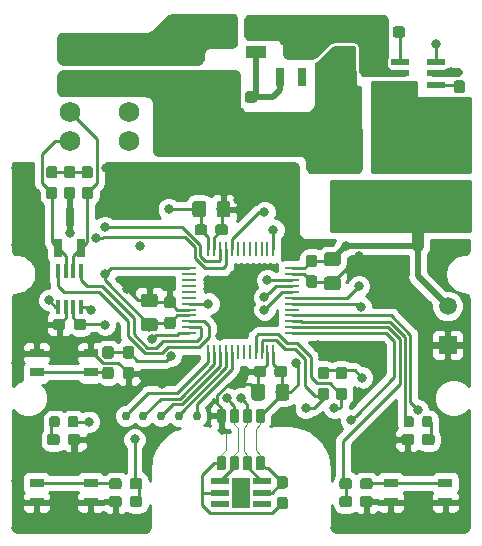
<source format=gbr>
%TF.GenerationSoftware,KiCad,Pcbnew,5.0.1-33cea8e~67~ubuntu18.04.1*%
%TF.CreationDate,2019-01-08T21:33:24+01:00*%
%TF.ProjectId,hvac-sensor-module,687661632D73656E736F722D6D6F6475,1.0*%
%TF.SameCoordinates,Original*%
%TF.FileFunction,Copper,L1,Top,Signal*%
%TF.FilePolarity,Positive*%
%FSLAX46Y46*%
G04 Gerber Fmt 4.6, Leading zero omitted, Abs format (unit mm)*
G04 Created by KiCad (PCBNEW 5.0.1-33cea8e~67~ubuntu18.04.1) date Di 08 Jan 2019 21:33:24 CET*
%MOMM*%
%LPD*%
G01*
G04 APERTURE LIST*
%ADD10R,5.800000X2.800000*%
%ADD11R,1.200000X0.800000*%
%ADD12C,0.100000*%
%ADD13C,0.950000*%
%ADD14C,0.600000*%
%ADD15R,1.600000X2.500000*%
%ADD16R,1.500000X0.500000*%
%ADD17R,1.500000X0.600000*%
%ADD18C,1.750000*%
%ADD19R,0.450000X1.300000*%
%ADD20R,0.800000X1.500000*%
%ADD21C,0.875000*%
%ADD22R,1.500000X1.200000*%
%ADD23R,1.300000X0.250000*%
%ADD24R,0.250000X1.300000*%
%ADD25C,1.425000*%
%ADD26C,1.150000*%
%ADD27C,0.750000*%
%ADD28C,1.500000*%
%ADD29R,1.500000X1.500000*%
%ADD30R,2.300000X3.500000*%
%ADD31R,1.800000X1.000000*%
%ADD32C,0.800000*%
%ADD33C,0.250000*%
%ADD34C,1.000000*%
%ADD35C,0.500000*%
%ADD36C,0.254000*%
G04 APERTURE END LIST*
D10*
X160000000Y-96300000D03*
X160000000Y-91700000D03*
D11*
X132300000Y-109200000D03*
X127700000Y-110800000D03*
X132300000Y-110800000D03*
X127700000Y-109200000D03*
D12*
G36*
X146185779Y-87026144D02*
X146208834Y-87029563D01*
X146231443Y-87035227D01*
X146253387Y-87043079D01*
X146274457Y-87053044D01*
X146294448Y-87065026D01*
X146313168Y-87078910D01*
X146330438Y-87094562D01*
X146346090Y-87111832D01*
X146359974Y-87130552D01*
X146371956Y-87150543D01*
X146381921Y-87171613D01*
X146389773Y-87193557D01*
X146395437Y-87216166D01*
X146398856Y-87239221D01*
X146400000Y-87262500D01*
X146400000Y-87737500D01*
X146398856Y-87760779D01*
X146395437Y-87783834D01*
X146389773Y-87806443D01*
X146381921Y-87828387D01*
X146371956Y-87849457D01*
X146359974Y-87869448D01*
X146346090Y-87888168D01*
X146330438Y-87905438D01*
X146313168Y-87921090D01*
X146294448Y-87934974D01*
X146274457Y-87946956D01*
X146253387Y-87956921D01*
X146231443Y-87964773D01*
X146208834Y-87970437D01*
X146185779Y-87973856D01*
X146162500Y-87975000D01*
X145587500Y-87975000D01*
X145564221Y-87973856D01*
X145541166Y-87970437D01*
X145518557Y-87964773D01*
X145496613Y-87956921D01*
X145475543Y-87946956D01*
X145455552Y-87934974D01*
X145436832Y-87921090D01*
X145419562Y-87905438D01*
X145403910Y-87888168D01*
X145390026Y-87869448D01*
X145378044Y-87849457D01*
X145368079Y-87828387D01*
X145360227Y-87806443D01*
X145354563Y-87783834D01*
X145351144Y-87760779D01*
X145350000Y-87737500D01*
X145350000Y-87262500D01*
X145351144Y-87239221D01*
X145354563Y-87216166D01*
X145360227Y-87193557D01*
X145368079Y-87171613D01*
X145378044Y-87150543D01*
X145390026Y-87130552D01*
X145403910Y-87111832D01*
X145419562Y-87094562D01*
X145436832Y-87078910D01*
X145455552Y-87065026D01*
X145475543Y-87053044D01*
X145496613Y-87043079D01*
X145518557Y-87035227D01*
X145541166Y-87029563D01*
X145564221Y-87026144D01*
X145587500Y-87025000D01*
X146162500Y-87025000D01*
X146185779Y-87026144D01*
X146185779Y-87026144D01*
G37*
D13*
X145875000Y-87500000D03*
D12*
G36*
X144435779Y-87026144D02*
X144458834Y-87029563D01*
X144481443Y-87035227D01*
X144503387Y-87043079D01*
X144524457Y-87053044D01*
X144544448Y-87065026D01*
X144563168Y-87078910D01*
X144580438Y-87094562D01*
X144596090Y-87111832D01*
X144609974Y-87130552D01*
X144621956Y-87150543D01*
X144631921Y-87171613D01*
X144639773Y-87193557D01*
X144645437Y-87216166D01*
X144648856Y-87239221D01*
X144650000Y-87262500D01*
X144650000Y-87737500D01*
X144648856Y-87760779D01*
X144645437Y-87783834D01*
X144639773Y-87806443D01*
X144631921Y-87828387D01*
X144621956Y-87849457D01*
X144609974Y-87869448D01*
X144596090Y-87888168D01*
X144580438Y-87905438D01*
X144563168Y-87921090D01*
X144544448Y-87934974D01*
X144524457Y-87946956D01*
X144503387Y-87956921D01*
X144481443Y-87964773D01*
X144458834Y-87970437D01*
X144435779Y-87973856D01*
X144412500Y-87975000D01*
X143837500Y-87975000D01*
X143814221Y-87973856D01*
X143791166Y-87970437D01*
X143768557Y-87964773D01*
X143746613Y-87956921D01*
X143725543Y-87946956D01*
X143705552Y-87934974D01*
X143686832Y-87921090D01*
X143669562Y-87905438D01*
X143653910Y-87888168D01*
X143640026Y-87869448D01*
X143628044Y-87849457D01*
X143618079Y-87828387D01*
X143610227Y-87806443D01*
X143604563Y-87783834D01*
X143601144Y-87760779D01*
X143600000Y-87737500D01*
X143600000Y-87262500D01*
X143601144Y-87239221D01*
X143604563Y-87216166D01*
X143610227Y-87193557D01*
X143618079Y-87171613D01*
X143628044Y-87150543D01*
X143640026Y-87130552D01*
X143653910Y-87111832D01*
X143669562Y-87094562D01*
X143686832Y-87078910D01*
X143705552Y-87065026D01*
X143725543Y-87053044D01*
X143746613Y-87043079D01*
X143768557Y-87035227D01*
X143791166Y-87029563D01*
X143814221Y-87026144D01*
X143837500Y-87025000D01*
X144412500Y-87025000D01*
X144435779Y-87026144D01*
X144435779Y-87026144D01*
G37*
D13*
X144125000Y-87500000D03*
D14*
X144600000Y-121000000D03*
X144600000Y-121850000D03*
X144600000Y-120150000D03*
X145400000Y-121000000D03*
X145400000Y-121850000D03*
X145400000Y-120150000D03*
D15*
X145000000Y-121000000D03*
D16*
X146750000Y-122000000D03*
X146750000Y-121000000D03*
X146750000Y-120000000D03*
X143250000Y-122000000D03*
X143250000Y-121000000D03*
X143250000Y-120000000D03*
D11*
X127700000Y-121800000D03*
X132300000Y-120200000D03*
X127700000Y-120200000D03*
X132300000Y-121800000D03*
X157700000Y-121800000D03*
X162300000Y-120200000D03*
X157700000Y-120200000D03*
X162300000Y-121800000D03*
D17*
X161550000Y-86450000D03*
X161550000Y-85500000D03*
X161550000Y-84550000D03*
X158450000Y-86450000D03*
X158450000Y-85500000D03*
X158450000Y-84550000D03*
D18*
X130500000Y-83750000D03*
X130500000Y-86250000D03*
X130500000Y-88750000D03*
X130500000Y-91250000D03*
X135500000Y-83750000D03*
X135500000Y-86250000D03*
X135500000Y-88750000D03*
X135500000Y-91250000D03*
D19*
X129525000Y-102250000D03*
X129525000Y-105250000D03*
X130175000Y-102250000D03*
X130175000Y-105250000D03*
X130825000Y-102250000D03*
X130825000Y-105250000D03*
X131475000Y-102250000D03*
X131475000Y-105250000D03*
D20*
X130500000Y-97700000D03*
X131450000Y-100300000D03*
X129550000Y-100300000D03*
D12*
G36*
X159452691Y-114526053D02*
X159473926Y-114529203D01*
X159494750Y-114534419D01*
X159514962Y-114541651D01*
X159534368Y-114550830D01*
X159552781Y-114561866D01*
X159570024Y-114574654D01*
X159585930Y-114589070D01*
X159600346Y-114604976D01*
X159613134Y-114622219D01*
X159624170Y-114640632D01*
X159633349Y-114660038D01*
X159640581Y-114680250D01*
X159645797Y-114701074D01*
X159648947Y-114722309D01*
X159650000Y-114743750D01*
X159650000Y-115256250D01*
X159648947Y-115277691D01*
X159645797Y-115298926D01*
X159640581Y-115319750D01*
X159633349Y-115339962D01*
X159624170Y-115359368D01*
X159613134Y-115377781D01*
X159600346Y-115395024D01*
X159585930Y-115410930D01*
X159570024Y-115425346D01*
X159552781Y-115438134D01*
X159534368Y-115449170D01*
X159514962Y-115458349D01*
X159494750Y-115465581D01*
X159473926Y-115470797D01*
X159452691Y-115473947D01*
X159431250Y-115475000D01*
X158993750Y-115475000D01*
X158972309Y-115473947D01*
X158951074Y-115470797D01*
X158930250Y-115465581D01*
X158910038Y-115458349D01*
X158890632Y-115449170D01*
X158872219Y-115438134D01*
X158854976Y-115425346D01*
X158839070Y-115410930D01*
X158824654Y-115395024D01*
X158811866Y-115377781D01*
X158800830Y-115359368D01*
X158791651Y-115339962D01*
X158784419Y-115319750D01*
X158779203Y-115298926D01*
X158776053Y-115277691D01*
X158775000Y-115256250D01*
X158775000Y-114743750D01*
X158776053Y-114722309D01*
X158779203Y-114701074D01*
X158784419Y-114680250D01*
X158791651Y-114660038D01*
X158800830Y-114640632D01*
X158811866Y-114622219D01*
X158824654Y-114604976D01*
X158839070Y-114589070D01*
X158854976Y-114574654D01*
X158872219Y-114561866D01*
X158890632Y-114550830D01*
X158910038Y-114541651D01*
X158930250Y-114534419D01*
X158951074Y-114529203D01*
X158972309Y-114526053D01*
X158993750Y-114525000D01*
X159431250Y-114525000D01*
X159452691Y-114526053D01*
X159452691Y-114526053D01*
G37*
D21*
X159212500Y-115000000D03*
D12*
G36*
X161027691Y-114526053D02*
X161048926Y-114529203D01*
X161069750Y-114534419D01*
X161089962Y-114541651D01*
X161109368Y-114550830D01*
X161127781Y-114561866D01*
X161145024Y-114574654D01*
X161160930Y-114589070D01*
X161175346Y-114604976D01*
X161188134Y-114622219D01*
X161199170Y-114640632D01*
X161208349Y-114660038D01*
X161215581Y-114680250D01*
X161220797Y-114701074D01*
X161223947Y-114722309D01*
X161225000Y-114743750D01*
X161225000Y-115256250D01*
X161223947Y-115277691D01*
X161220797Y-115298926D01*
X161215581Y-115319750D01*
X161208349Y-115339962D01*
X161199170Y-115359368D01*
X161188134Y-115377781D01*
X161175346Y-115395024D01*
X161160930Y-115410930D01*
X161145024Y-115425346D01*
X161127781Y-115438134D01*
X161109368Y-115449170D01*
X161089962Y-115458349D01*
X161069750Y-115465581D01*
X161048926Y-115470797D01*
X161027691Y-115473947D01*
X161006250Y-115475000D01*
X160568750Y-115475000D01*
X160547309Y-115473947D01*
X160526074Y-115470797D01*
X160505250Y-115465581D01*
X160485038Y-115458349D01*
X160465632Y-115449170D01*
X160447219Y-115438134D01*
X160429976Y-115425346D01*
X160414070Y-115410930D01*
X160399654Y-115395024D01*
X160386866Y-115377781D01*
X160375830Y-115359368D01*
X160366651Y-115339962D01*
X160359419Y-115319750D01*
X160354203Y-115298926D01*
X160351053Y-115277691D01*
X160350000Y-115256250D01*
X160350000Y-114743750D01*
X160351053Y-114722309D01*
X160354203Y-114701074D01*
X160359419Y-114680250D01*
X160366651Y-114660038D01*
X160375830Y-114640632D01*
X160386866Y-114622219D01*
X160399654Y-114604976D01*
X160414070Y-114589070D01*
X160429976Y-114574654D01*
X160447219Y-114561866D01*
X160465632Y-114550830D01*
X160485038Y-114541651D01*
X160505250Y-114534419D01*
X160526074Y-114529203D01*
X160547309Y-114526053D01*
X160568750Y-114525000D01*
X161006250Y-114525000D01*
X161027691Y-114526053D01*
X161027691Y-114526053D01*
G37*
D21*
X160787500Y-115000000D03*
D12*
G36*
X129452691Y-114526053D02*
X129473926Y-114529203D01*
X129494750Y-114534419D01*
X129514962Y-114541651D01*
X129534368Y-114550830D01*
X129552781Y-114561866D01*
X129570024Y-114574654D01*
X129585930Y-114589070D01*
X129600346Y-114604976D01*
X129613134Y-114622219D01*
X129624170Y-114640632D01*
X129633349Y-114660038D01*
X129640581Y-114680250D01*
X129645797Y-114701074D01*
X129648947Y-114722309D01*
X129650000Y-114743750D01*
X129650000Y-115256250D01*
X129648947Y-115277691D01*
X129645797Y-115298926D01*
X129640581Y-115319750D01*
X129633349Y-115339962D01*
X129624170Y-115359368D01*
X129613134Y-115377781D01*
X129600346Y-115395024D01*
X129585930Y-115410930D01*
X129570024Y-115425346D01*
X129552781Y-115438134D01*
X129534368Y-115449170D01*
X129514962Y-115458349D01*
X129494750Y-115465581D01*
X129473926Y-115470797D01*
X129452691Y-115473947D01*
X129431250Y-115475000D01*
X128993750Y-115475000D01*
X128972309Y-115473947D01*
X128951074Y-115470797D01*
X128930250Y-115465581D01*
X128910038Y-115458349D01*
X128890632Y-115449170D01*
X128872219Y-115438134D01*
X128854976Y-115425346D01*
X128839070Y-115410930D01*
X128824654Y-115395024D01*
X128811866Y-115377781D01*
X128800830Y-115359368D01*
X128791651Y-115339962D01*
X128784419Y-115319750D01*
X128779203Y-115298926D01*
X128776053Y-115277691D01*
X128775000Y-115256250D01*
X128775000Y-114743750D01*
X128776053Y-114722309D01*
X128779203Y-114701074D01*
X128784419Y-114680250D01*
X128791651Y-114660038D01*
X128800830Y-114640632D01*
X128811866Y-114622219D01*
X128824654Y-114604976D01*
X128839070Y-114589070D01*
X128854976Y-114574654D01*
X128872219Y-114561866D01*
X128890632Y-114550830D01*
X128910038Y-114541651D01*
X128930250Y-114534419D01*
X128951074Y-114529203D01*
X128972309Y-114526053D01*
X128993750Y-114525000D01*
X129431250Y-114525000D01*
X129452691Y-114526053D01*
X129452691Y-114526053D01*
G37*
D21*
X129212500Y-115000000D03*
D12*
G36*
X131027691Y-114526053D02*
X131048926Y-114529203D01*
X131069750Y-114534419D01*
X131089962Y-114541651D01*
X131109368Y-114550830D01*
X131127781Y-114561866D01*
X131145024Y-114574654D01*
X131160930Y-114589070D01*
X131175346Y-114604976D01*
X131188134Y-114622219D01*
X131199170Y-114640632D01*
X131208349Y-114660038D01*
X131215581Y-114680250D01*
X131220797Y-114701074D01*
X131223947Y-114722309D01*
X131225000Y-114743750D01*
X131225000Y-115256250D01*
X131223947Y-115277691D01*
X131220797Y-115298926D01*
X131215581Y-115319750D01*
X131208349Y-115339962D01*
X131199170Y-115359368D01*
X131188134Y-115377781D01*
X131175346Y-115395024D01*
X131160930Y-115410930D01*
X131145024Y-115425346D01*
X131127781Y-115438134D01*
X131109368Y-115449170D01*
X131089962Y-115458349D01*
X131069750Y-115465581D01*
X131048926Y-115470797D01*
X131027691Y-115473947D01*
X131006250Y-115475000D01*
X130568750Y-115475000D01*
X130547309Y-115473947D01*
X130526074Y-115470797D01*
X130505250Y-115465581D01*
X130485038Y-115458349D01*
X130465632Y-115449170D01*
X130447219Y-115438134D01*
X130429976Y-115425346D01*
X130414070Y-115410930D01*
X130399654Y-115395024D01*
X130386866Y-115377781D01*
X130375830Y-115359368D01*
X130366651Y-115339962D01*
X130359419Y-115319750D01*
X130354203Y-115298926D01*
X130351053Y-115277691D01*
X130350000Y-115256250D01*
X130350000Y-114743750D01*
X130351053Y-114722309D01*
X130354203Y-114701074D01*
X130359419Y-114680250D01*
X130366651Y-114660038D01*
X130375830Y-114640632D01*
X130386866Y-114622219D01*
X130399654Y-114604976D01*
X130414070Y-114589070D01*
X130429976Y-114574654D01*
X130447219Y-114561866D01*
X130465632Y-114550830D01*
X130485038Y-114541651D01*
X130505250Y-114534419D01*
X130526074Y-114529203D01*
X130547309Y-114526053D01*
X130568750Y-114525000D01*
X131006250Y-114525000D01*
X131027691Y-114526053D01*
X131027691Y-114526053D01*
G37*
D21*
X130787500Y-115000000D03*
D12*
G36*
X136435779Y-119776144D02*
X136458834Y-119779563D01*
X136481443Y-119785227D01*
X136503387Y-119793079D01*
X136524457Y-119803044D01*
X136544448Y-119815026D01*
X136563168Y-119828910D01*
X136580438Y-119844562D01*
X136596090Y-119861832D01*
X136609974Y-119880552D01*
X136621956Y-119900543D01*
X136631921Y-119921613D01*
X136639773Y-119943557D01*
X136645437Y-119966166D01*
X136648856Y-119989221D01*
X136650000Y-120012500D01*
X136650000Y-120487500D01*
X136648856Y-120510779D01*
X136645437Y-120533834D01*
X136639773Y-120556443D01*
X136631921Y-120578387D01*
X136621956Y-120599457D01*
X136609974Y-120619448D01*
X136596090Y-120638168D01*
X136580438Y-120655438D01*
X136563168Y-120671090D01*
X136544448Y-120684974D01*
X136524457Y-120696956D01*
X136503387Y-120706921D01*
X136481443Y-120714773D01*
X136458834Y-120720437D01*
X136435779Y-120723856D01*
X136412500Y-120725000D01*
X135837500Y-120725000D01*
X135814221Y-120723856D01*
X135791166Y-120720437D01*
X135768557Y-120714773D01*
X135746613Y-120706921D01*
X135725543Y-120696956D01*
X135705552Y-120684974D01*
X135686832Y-120671090D01*
X135669562Y-120655438D01*
X135653910Y-120638168D01*
X135640026Y-120619448D01*
X135628044Y-120599457D01*
X135618079Y-120578387D01*
X135610227Y-120556443D01*
X135604563Y-120533834D01*
X135601144Y-120510779D01*
X135600000Y-120487500D01*
X135600000Y-120012500D01*
X135601144Y-119989221D01*
X135604563Y-119966166D01*
X135610227Y-119943557D01*
X135618079Y-119921613D01*
X135628044Y-119900543D01*
X135640026Y-119880552D01*
X135653910Y-119861832D01*
X135669562Y-119844562D01*
X135686832Y-119828910D01*
X135705552Y-119815026D01*
X135725543Y-119803044D01*
X135746613Y-119793079D01*
X135768557Y-119785227D01*
X135791166Y-119779563D01*
X135814221Y-119776144D01*
X135837500Y-119775000D01*
X136412500Y-119775000D01*
X136435779Y-119776144D01*
X136435779Y-119776144D01*
G37*
D13*
X136125000Y-120250000D03*
D12*
G36*
X134685779Y-119776144D02*
X134708834Y-119779563D01*
X134731443Y-119785227D01*
X134753387Y-119793079D01*
X134774457Y-119803044D01*
X134794448Y-119815026D01*
X134813168Y-119828910D01*
X134830438Y-119844562D01*
X134846090Y-119861832D01*
X134859974Y-119880552D01*
X134871956Y-119900543D01*
X134881921Y-119921613D01*
X134889773Y-119943557D01*
X134895437Y-119966166D01*
X134898856Y-119989221D01*
X134900000Y-120012500D01*
X134900000Y-120487500D01*
X134898856Y-120510779D01*
X134895437Y-120533834D01*
X134889773Y-120556443D01*
X134881921Y-120578387D01*
X134871956Y-120599457D01*
X134859974Y-120619448D01*
X134846090Y-120638168D01*
X134830438Y-120655438D01*
X134813168Y-120671090D01*
X134794448Y-120684974D01*
X134774457Y-120696956D01*
X134753387Y-120706921D01*
X134731443Y-120714773D01*
X134708834Y-120720437D01*
X134685779Y-120723856D01*
X134662500Y-120725000D01*
X134087500Y-120725000D01*
X134064221Y-120723856D01*
X134041166Y-120720437D01*
X134018557Y-120714773D01*
X133996613Y-120706921D01*
X133975543Y-120696956D01*
X133955552Y-120684974D01*
X133936832Y-120671090D01*
X133919562Y-120655438D01*
X133903910Y-120638168D01*
X133890026Y-120619448D01*
X133878044Y-120599457D01*
X133868079Y-120578387D01*
X133860227Y-120556443D01*
X133854563Y-120533834D01*
X133851144Y-120510779D01*
X133850000Y-120487500D01*
X133850000Y-120012500D01*
X133851144Y-119989221D01*
X133854563Y-119966166D01*
X133860227Y-119943557D01*
X133868079Y-119921613D01*
X133878044Y-119900543D01*
X133890026Y-119880552D01*
X133903910Y-119861832D01*
X133919562Y-119844562D01*
X133936832Y-119828910D01*
X133955552Y-119815026D01*
X133975543Y-119803044D01*
X133996613Y-119793079D01*
X134018557Y-119785227D01*
X134041166Y-119779563D01*
X134064221Y-119776144D01*
X134087500Y-119775000D01*
X134662500Y-119775000D01*
X134685779Y-119776144D01*
X134685779Y-119776144D01*
G37*
D13*
X134375000Y-120250000D03*
D12*
G36*
X132260779Y-95101144D02*
X132283834Y-95104563D01*
X132306443Y-95110227D01*
X132328387Y-95118079D01*
X132349457Y-95128044D01*
X132369448Y-95140026D01*
X132388168Y-95153910D01*
X132405438Y-95169562D01*
X132421090Y-95186832D01*
X132434974Y-95205552D01*
X132446956Y-95225543D01*
X132456921Y-95246613D01*
X132464773Y-95268557D01*
X132470437Y-95291166D01*
X132473856Y-95314221D01*
X132475000Y-95337500D01*
X132475000Y-95912500D01*
X132473856Y-95935779D01*
X132470437Y-95958834D01*
X132464773Y-95981443D01*
X132456921Y-96003387D01*
X132446956Y-96024457D01*
X132434974Y-96044448D01*
X132421090Y-96063168D01*
X132405438Y-96080438D01*
X132388168Y-96096090D01*
X132369448Y-96109974D01*
X132349457Y-96121956D01*
X132328387Y-96131921D01*
X132306443Y-96139773D01*
X132283834Y-96145437D01*
X132260779Y-96148856D01*
X132237500Y-96150000D01*
X131762500Y-96150000D01*
X131739221Y-96148856D01*
X131716166Y-96145437D01*
X131693557Y-96139773D01*
X131671613Y-96131921D01*
X131650543Y-96121956D01*
X131630552Y-96109974D01*
X131611832Y-96096090D01*
X131594562Y-96080438D01*
X131578910Y-96063168D01*
X131565026Y-96044448D01*
X131553044Y-96024457D01*
X131543079Y-96003387D01*
X131535227Y-95981443D01*
X131529563Y-95958834D01*
X131526144Y-95935779D01*
X131525000Y-95912500D01*
X131525000Y-95337500D01*
X131526144Y-95314221D01*
X131529563Y-95291166D01*
X131535227Y-95268557D01*
X131543079Y-95246613D01*
X131553044Y-95225543D01*
X131565026Y-95205552D01*
X131578910Y-95186832D01*
X131594562Y-95169562D01*
X131611832Y-95153910D01*
X131630552Y-95140026D01*
X131650543Y-95128044D01*
X131671613Y-95118079D01*
X131693557Y-95110227D01*
X131716166Y-95104563D01*
X131739221Y-95101144D01*
X131762500Y-95100000D01*
X132237500Y-95100000D01*
X132260779Y-95101144D01*
X132260779Y-95101144D01*
G37*
D13*
X132000000Y-95625000D03*
D12*
G36*
X132260779Y-93351144D02*
X132283834Y-93354563D01*
X132306443Y-93360227D01*
X132328387Y-93368079D01*
X132349457Y-93378044D01*
X132369448Y-93390026D01*
X132388168Y-93403910D01*
X132405438Y-93419562D01*
X132421090Y-93436832D01*
X132434974Y-93455552D01*
X132446956Y-93475543D01*
X132456921Y-93496613D01*
X132464773Y-93518557D01*
X132470437Y-93541166D01*
X132473856Y-93564221D01*
X132475000Y-93587500D01*
X132475000Y-94162500D01*
X132473856Y-94185779D01*
X132470437Y-94208834D01*
X132464773Y-94231443D01*
X132456921Y-94253387D01*
X132446956Y-94274457D01*
X132434974Y-94294448D01*
X132421090Y-94313168D01*
X132405438Y-94330438D01*
X132388168Y-94346090D01*
X132369448Y-94359974D01*
X132349457Y-94371956D01*
X132328387Y-94381921D01*
X132306443Y-94389773D01*
X132283834Y-94395437D01*
X132260779Y-94398856D01*
X132237500Y-94400000D01*
X131762500Y-94400000D01*
X131739221Y-94398856D01*
X131716166Y-94395437D01*
X131693557Y-94389773D01*
X131671613Y-94381921D01*
X131650543Y-94371956D01*
X131630552Y-94359974D01*
X131611832Y-94346090D01*
X131594562Y-94330438D01*
X131578910Y-94313168D01*
X131565026Y-94294448D01*
X131553044Y-94274457D01*
X131543079Y-94253387D01*
X131535227Y-94231443D01*
X131529563Y-94208834D01*
X131526144Y-94185779D01*
X131525000Y-94162500D01*
X131525000Y-93587500D01*
X131526144Y-93564221D01*
X131529563Y-93541166D01*
X131535227Y-93518557D01*
X131543079Y-93496613D01*
X131553044Y-93475543D01*
X131565026Y-93455552D01*
X131578910Y-93436832D01*
X131594562Y-93419562D01*
X131611832Y-93403910D01*
X131630552Y-93390026D01*
X131650543Y-93378044D01*
X131671613Y-93368079D01*
X131693557Y-93360227D01*
X131716166Y-93354563D01*
X131739221Y-93351144D01*
X131762500Y-93350000D01*
X132237500Y-93350000D01*
X132260779Y-93351144D01*
X132260779Y-93351144D01*
G37*
D13*
X132000000Y-93875000D03*
D12*
G36*
X129260779Y-95101144D02*
X129283834Y-95104563D01*
X129306443Y-95110227D01*
X129328387Y-95118079D01*
X129349457Y-95128044D01*
X129369448Y-95140026D01*
X129388168Y-95153910D01*
X129405438Y-95169562D01*
X129421090Y-95186832D01*
X129434974Y-95205552D01*
X129446956Y-95225543D01*
X129456921Y-95246613D01*
X129464773Y-95268557D01*
X129470437Y-95291166D01*
X129473856Y-95314221D01*
X129475000Y-95337500D01*
X129475000Y-95912500D01*
X129473856Y-95935779D01*
X129470437Y-95958834D01*
X129464773Y-95981443D01*
X129456921Y-96003387D01*
X129446956Y-96024457D01*
X129434974Y-96044448D01*
X129421090Y-96063168D01*
X129405438Y-96080438D01*
X129388168Y-96096090D01*
X129369448Y-96109974D01*
X129349457Y-96121956D01*
X129328387Y-96131921D01*
X129306443Y-96139773D01*
X129283834Y-96145437D01*
X129260779Y-96148856D01*
X129237500Y-96150000D01*
X128762500Y-96150000D01*
X128739221Y-96148856D01*
X128716166Y-96145437D01*
X128693557Y-96139773D01*
X128671613Y-96131921D01*
X128650543Y-96121956D01*
X128630552Y-96109974D01*
X128611832Y-96096090D01*
X128594562Y-96080438D01*
X128578910Y-96063168D01*
X128565026Y-96044448D01*
X128553044Y-96024457D01*
X128543079Y-96003387D01*
X128535227Y-95981443D01*
X128529563Y-95958834D01*
X128526144Y-95935779D01*
X128525000Y-95912500D01*
X128525000Y-95337500D01*
X128526144Y-95314221D01*
X128529563Y-95291166D01*
X128535227Y-95268557D01*
X128543079Y-95246613D01*
X128553044Y-95225543D01*
X128565026Y-95205552D01*
X128578910Y-95186832D01*
X128594562Y-95169562D01*
X128611832Y-95153910D01*
X128630552Y-95140026D01*
X128650543Y-95128044D01*
X128671613Y-95118079D01*
X128693557Y-95110227D01*
X128716166Y-95104563D01*
X128739221Y-95101144D01*
X128762500Y-95100000D01*
X129237500Y-95100000D01*
X129260779Y-95101144D01*
X129260779Y-95101144D01*
G37*
D13*
X129000000Y-95625000D03*
D12*
G36*
X129260779Y-93351144D02*
X129283834Y-93354563D01*
X129306443Y-93360227D01*
X129328387Y-93368079D01*
X129349457Y-93378044D01*
X129369448Y-93390026D01*
X129388168Y-93403910D01*
X129405438Y-93419562D01*
X129421090Y-93436832D01*
X129434974Y-93455552D01*
X129446956Y-93475543D01*
X129456921Y-93496613D01*
X129464773Y-93518557D01*
X129470437Y-93541166D01*
X129473856Y-93564221D01*
X129475000Y-93587500D01*
X129475000Y-94162500D01*
X129473856Y-94185779D01*
X129470437Y-94208834D01*
X129464773Y-94231443D01*
X129456921Y-94253387D01*
X129446956Y-94274457D01*
X129434974Y-94294448D01*
X129421090Y-94313168D01*
X129405438Y-94330438D01*
X129388168Y-94346090D01*
X129369448Y-94359974D01*
X129349457Y-94371956D01*
X129328387Y-94381921D01*
X129306443Y-94389773D01*
X129283834Y-94395437D01*
X129260779Y-94398856D01*
X129237500Y-94400000D01*
X128762500Y-94400000D01*
X128739221Y-94398856D01*
X128716166Y-94395437D01*
X128693557Y-94389773D01*
X128671613Y-94381921D01*
X128650543Y-94371956D01*
X128630552Y-94359974D01*
X128611832Y-94346090D01*
X128594562Y-94330438D01*
X128578910Y-94313168D01*
X128565026Y-94294448D01*
X128553044Y-94274457D01*
X128543079Y-94253387D01*
X128535227Y-94231443D01*
X128529563Y-94208834D01*
X128526144Y-94185779D01*
X128525000Y-94162500D01*
X128525000Y-93587500D01*
X128526144Y-93564221D01*
X128529563Y-93541166D01*
X128535227Y-93518557D01*
X128543079Y-93496613D01*
X128553044Y-93475543D01*
X128565026Y-93455552D01*
X128578910Y-93436832D01*
X128594562Y-93419562D01*
X128611832Y-93403910D01*
X128630552Y-93390026D01*
X128650543Y-93378044D01*
X128671613Y-93368079D01*
X128693557Y-93360227D01*
X128716166Y-93354563D01*
X128739221Y-93351144D01*
X128762500Y-93350000D01*
X129237500Y-93350000D01*
X129260779Y-93351144D01*
X129260779Y-93351144D01*
G37*
D13*
X129000000Y-93875000D03*
D12*
G36*
X129435779Y-116026144D02*
X129458834Y-116029563D01*
X129481443Y-116035227D01*
X129503387Y-116043079D01*
X129524457Y-116053044D01*
X129544448Y-116065026D01*
X129563168Y-116078910D01*
X129580438Y-116094562D01*
X129596090Y-116111832D01*
X129609974Y-116130552D01*
X129621956Y-116150543D01*
X129631921Y-116171613D01*
X129639773Y-116193557D01*
X129645437Y-116216166D01*
X129648856Y-116239221D01*
X129650000Y-116262500D01*
X129650000Y-116737500D01*
X129648856Y-116760779D01*
X129645437Y-116783834D01*
X129639773Y-116806443D01*
X129631921Y-116828387D01*
X129621956Y-116849457D01*
X129609974Y-116869448D01*
X129596090Y-116888168D01*
X129580438Y-116905438D01*
X129563168Y-116921090D01*
X129544448Y-116934974D01*
X129524457Y-116946956D01*
X129503387Y-116956921D01*
X129481443Y-116964773D01*
X129458834Y-116970437D01*
X129435779Y-116973856D01*
X129412500Y-116975000D01*
X128837500Y-116975000D01*
X128814221Y-116973856D01*
X128791166Y-116970437D01*
X128768557Y-116964773D01*
X128746613Y-116956921D01*
X128725543Y-116946956D01*
X128705552Y-116934974D01*
X128686832Y-116921090D01*
X128669562Y-116905438D01*
X128653910Y-116888168D01*
X128640026Y-116869448D01*
X128628044Y-116849457D01*
X128618079Y-116828387D01*
X128610227Y-116806443D01*
X128604563Y-116783834D01*
X128601144Y-116760779D01*
X128600000Y-116737500D01*
X128600000Y-116262500D01*
X128601144Y-116239221D01*
X128604563Y-116216166D01*
X128610227Y-116193557D01*
X128618079Y-116171613D01*
X128628044Y-116150543D01*
X128640026Y-116130552D01*
X128653910Y-116111832D01*
X128669562Y-116094562D01*
X128686832Y-116078910D01*
X128705552Y-116065026D01*
X128725543Y-116053044D01*
X128746613Y-116043079D01*
X128768557Y-116035227D01*
X128791166Y-116029563D01*
X128814221Y-116026144D01*
X128837500Y-116025000D01*
X129412500Y-116025000D01*
X129435779Y-116026144D01*
X129435779Y-116026144D01*
G37*
D13*
X129125000Y-116500000D03*
D12*
G36*
X131185779Y-116026144D02*
X131208834Y-116029563D01*
X131231443Y-116035227D01*
X131253387Y-116043079D01*
X131274457Y-116053044D01*
X131294448Y-116065026D01*
X131313168Y-116078910D01*
X131330438Y-116094562D01*
X131346090Y-116111832D01*
X131359974Y-116130552D01*
X131371956Y-116150543D01*
X131381921Y-116171613D01*
X131389773Y-116193557D01*
X131395437Y-116216166D01*
X131398856Y-116239221D01*
X131400000Y-116262500D01*
X131400000Y-116737500D01*
X131398856Y-116760779D01*
X131395437Y-116783834D01*
X131389773Y-116806443D01*
X131381921Y-116828387D01*
X131371956Y-116849457D01*
X131359974Y-116869448D01*
X131346090Y-116888168D01*
X131330438Y-116905438D01*
X131313168Y-116921090D01*
X131294448Y-116934974D01*
X131274457Y-116946956D01*
X131253387Y-116956921D01*
X131231443Y-116964773D01*
X131208834Y-116970437D01*
X131185779Y-116973856D01*
X131162500Y-116975000D01*
X130587500Y-116975000D01*
X130564221Y-116973856D01*
X130541166Y-116970437D01*
X130518557Y-116964773D01*
X130496613Y-116956921D01*
X130475543Y-116946956D01*
X130455552Y-116934974D01*
X130436832Y-116921090D01*
X130419562Y-116905438D01*
X130403910Y-116888168D01*
X130390026Y-116869448D01*
X130378044Y-116849457D01*
X130368079Y-116828387D01*
X130360227Y-116806443D01*
X130354563Y-116783834D01*
X130351144Y-116760779D01*
X130350000Y-116737500D01*
X130350000Y-116262500D01*
X130351144Y-116239221D01*
X130354563Y-116216166D01*
X130360227Y-116193557D01*
X130368079Y-116171613D01*
X130378044Y-116150543D01*
X130390026Y-116130552D01*
X130403910Y-116111832D01*
X130419562Y-116094562D01*
X130436832Y-116078910D01*
X130455552Y-116065026D01*
X130475543Y-116053044D01*
X130496613Y-116043079D01*
X130518557Y-116035227D01*
X130541166Y-116029563D01*
X130564221Y-116026144D01*
X130587500Y-116025000D01*
X131162500Y-116025000D01*
X131185779Y-116026144D01*
X131185779Y-116026144D01*
G37*
D13*
X130875000Y-116500000D03*
D12*
G36*
X159435779Y-116026144D02*
X159458834Y-116029563D01*
X159481443Y-116035227D01*
X159503387Y-116043079D01*
X159524457Y-116053044D01*
X159544448Y-116065026D01*
X159563168Y-116078910D01*
X159580438Y-116094562D01*
X159596090Y-116111832D01*
X159609974Y-116130552D01*
X159621956Y-116150543D01*
X159631921Y-116171613D01*
X159639773Y-116193557D01*
X159645437Y-116216166D01*
X159648856Y-116239221D01*
X159650000Y-116262500D01*
X159650000Y-116737500D01*
X159648856Y-116760779D01*
X159645437Y-116783834D01*
X159639773Y-116806443D01*
X159631921Y-116828387D01*
X159621956Y-116849457D01*
X159609974Y-116869448D01*
X159596090Y-116888168D01*
X159580438Y-116905438D01*
X159563168Y-116921090D01*
X159544448Y-116934974D01*
X159524457Y-116946956D01*
X159503387Y-116956921D01*
X159481443Y-116964773D01*
X159458834Y-116970437D01*
X159435779Y-116973856D01*
X159412500Y-116975000D01*
X158837500Y-116975000D01*
X158814221Y-116973856D01*
X158791166Y-116970437D01*
X158768557Y-116964773D01*
X158746613Y-116956921D01*
X158725543Y-116946956D01*
X158705552Y-116934974D01*
X158686832Y-116921090D01*
X158669562Y-116905438D01*
X158653910Y-116888168D01*
X158640026Y-116869448D01*
X158628044Y-116849457D01*
X158618079Y-116828387D01*
X158610227Y-116806443D01*
X158604563Y-116783834D01*
X158601144Y-116760779D01*
X158600000Y-116737500D01*
X158600000Y-116262500D01*
X158601144Y-116239221D01*
X158604563Y-116216166D01*
X158610227Y-116193557D01*
X158618079Y-116171613D01*
X158628044Y-116150543D01*
X158640026Y-116130552D01*
X158653910Y-116111832D01*
X158669562Y-116094562D01*
X158686832Y-116078910D01*
X158705552Y-116065026D01*
X158725543Y-116053044D01*
X158746613Y-116043079D01*
X158768557Y-116035227D01*
X158791166Y-116029563D01*
X158814221Y-116026144D01*
X158837500Y-116025000D01*
X159412500Y-116025000D01*
X159435779Y-116026144D01*
X159435779Y-116026144D01*
G37*
D13*
X159125000Y-116500000D03*
D12*
G36*
X161185779Y-116026144D02*
X161208834Y-116029563D01*
X161231443Y-116035227D01*
X161253387Y-116043079D01*
X161274457Y-116053044D01*
X161294448Y-116065026D01*
X161313168Y-116078910D01*
X161330438Y-116094562D01*
X161346090Y-116111832D01*
X161359974Y-116130552D01*
X161371956Y-116150543D01*
X161381921Y-116171613D01*
X161389773Y-116193557D01*
X161395437Y-116216166D01*
X161398856Y-116239221D01*
X161400000Y-116262500D01*
X161400000Y-116737500D01*
X161398856Y-116760779D01*
X161395437Y-116783834D01*
X161389773Y-116806443D01*
X161381921Y-116828387D01*
X161371956Y-116849457D01*
X161359974Y-116869448D01*
X161346090Y-116888168D01*
X161330438Y-116905438D01*
X161313168Y-116921090D01*
X161294448Y-116934974D01*
X161274457Y-116946956D01*
X161253387Y-116956921D01*
X161231443Y-116964773D01*
X161208834Y-116970437D01*
X161185779Y-116973856D01*
X161162500Y-116975000D01*
X160587500Y-116975000D01*
X160564221Y-116973856D01*
X160541166Y-116970437D01*
X160518557Y-116964773D01*
X160496613Y-116956921D01*
X160475543Y-116946956D01*
X160455552Y-116934974D01*
X160436832Y-116921090D01*
X160419562Y-116905438D01*
X160403910Y-116888168D01*
X160390026Y-116869448D01*
X160378044Y-116849457D01*
X160368079Y-116828387D01*
X160360227Y-116806443D01*
X160354563Y-116783834D01*
X160351144Y-116760779D01*
X160350000Y-116737500D01*
X160350000Y-116262500D01*
X160351144Y-116239221D01*
X160354563Y-116216166D01*
X160360227Y-116193557D01*
X160368079Y-116171613D01*
X160378044Y-116150543D01*
X160390026Y-116130552D01*
X160403910Y-116111832D01*
X160419562Y-116094562D01*
X160436832Y-116078910D01*
X160455552Y-116065026D01*
X160475543Y-116053044D01*
X160496613Y-116043079D01*
X160518557Y-116035227D01*
X160541166Y-116029563D01*
X160564221Y-116026144D01*
X160587500Y-116025000D01*
X161162500Y-116025000D01*
X161185779Y-116026144D01*
X161185779Y-116026144D01*
G37*
D13*
X160875000Y-116500000D03*
D12*
G36*
X152260779Y-112101144D02*
X152283834Y-112104563D01*
X152306443Y-112110227D01*
X152328387Y-112118079D01*
X152349457Y-112128044D01*
X152369448Y-112140026D01*
X152388168Y-112153910D01*
X152405438Y-112169562D01*
X152421090Y-112186832D01*
X152434974Y-112205552D01*
X152446956Y-112225543D01*
X152456921Y-112246613D01*
X152464773Y-112268557D01*
X152470437Y-112291166D01*
X152473856Y-112314221D01*
X152475000Y-112337500D01*
X152475000Y-112912500D01*
X152473856Y-112935779D01*
X152470437Y-112958834D01*
X152464773Y-112981443D01*
X152456921Y-113003387D01*
X152446956Y-113024457D01*
X152434974Y-113044448D01*
X152421090Y-113063168D01*
X152405438Y-113080438D01*
X152388168Y-113096090D01*
X152369448Y-113109974D01*
X152349457Y-113121956D01*
X152328387Y-113131921D01*
X152306443Y-113139773D01*
X152283834Y-113145437D01*
X152260779Y-113148856D01*
X152237500Y-113150000D01*
X151762500Y-113150000D01*
X151739221Y-113148856D01*
X151716166Y-113145437D01*
X151693557Y-113139773D01*
X151671613Y-113131921D01*
X151650543Y-113121956D01*
X151630552Y-113109974D01*
X151611832Y-113096090D01*
X151594562Y-113080438D01*
X151578910Y-113063168D01*
X151565026Y-113044448D01*
X151553044Y-113024457D01*
X151543079Y-113003387D01*
X151535227Y-112981443D01*
X151529563Y-112958834D01*
X151526144Y-112935779D01*
X151525000Y-112912500D01*
X151525000Y-112337500D01*
X151526144Y-112314221D01*
X151529563Y-112291166D01*
X151535227Y-112268557D01*
X151543079Y-112246613D01*
X151553044Y-112225543D01*
X151565026Y-112205552D01*
X151578910Y-112186832D01*
X151594562Y-112169562D01*
X151611832Y-112153910D01*
X151630552Y-112140026D01*
X151650543Y-112128044D01*
X151671613Y-112118079D01*
X151693557Y-112110227D01*
X151716166Y-112104563D01*
X151739221Y-112101144D01*
X151762500Y-112100000D01*
X152237500Y-112100000D01*
X152260779Y-112101144D01*
X152260779Y-112101144D01*
G37*
D13*
X152000000Y-112625000D03*
D12*
G36*
X152260779Y-110351144D02*
X152283834Y-110354563D01*
X152306443Y-110360227D01*
X152328387Y-110368079D01*
X152349457Y-110378044D01*
X152369448Y-110390026D01*
X152388168Y-110403910D01*
X152405438Y-110419562D01*
X152421090Y-110436832D01*
X152434974Y-110455552D01*
X152446956Y-110475543D01*
X152456921Y-110496613D01*
X152464773Y-110518557D01*
X152470437Y-110541166D01*
X152473856Y-110564221D01*
X152475000Y-110587500D01*
X152475000Y-111162500D01*
X152473856Y-111185779D01*
X152470437Y-111208834D01*
X152464773Y-111231443D01*
X152456921Y-111253387D01*
X152446956Y-111274457D01*
X152434974Y-111294448D01*
X152421090Y-111313168D01*
X152405438Y-111330438D01*
X152388168Y-111346090D01*
X152369448Y-111359974D01*
X152349457Y-111371956D01*
X152328387Y-111381921D01*
X152306443Y-111389773D01*
X152283834Y-111395437D01*
X152260779Y-111398856D01*
X152237500Y-111400000D01*
X151762500Y-111400000D01*
X151739221Y-111398856D01*
X151716166Y-111395437D01*
X151693557Y-111389773D01*
X151671613Y-111381921D01*
X151650543Y-111371956D01*
X151630552Y-111359974D01*
X151611832Y-111346090D01*
X151594562Y-111330438D01*
X151578910Y-111313168D01*
X151565026Y-111294448D01*
X151553044Y-111274457D01*
X151543079Y-111253387D01*
X151535227Y-111231443D01*
X151529563Y-111208834D01*
X151526144Y-111185779D01*
X151525000Y-111162500D01*
X151525000Y-110587500D01*
X151526144Y-110564221D01*
X151529563Y-110541166D01*
X151535227Y-110518557D01*
X151543079Y-110496613D01*
X151553044Y-110475543D01*
X151565026Y-110455552D01*
X151578910Y-110436832D01*
X151594562Y-110419562D01*
X151611832Y-110403910D01*
X151630552Y-110390026D01*
X151650543Y-110378044D01*
X151671613Y-110368079D01*
X151693557Y-110360227D01*
X151716166Y-110354563D01*
X151739221Y-110351144D01*
X151762500Y-110350000D01*
X152237500Y-110350000D01*
X152260779Y-110351144D01*
X152260779Y-110351144D01*
G37*
D13*
X152000000Y-110875000D03*
D12*
G36*
X153760779Y-110351144D02*
X153783834Y-110354563D01*
X153806443Y-110360227D01*
X153828387Y-110368079D01*
X153849457Y-110378044D01*
X153869448Y-110390026D01*
X153888168Y-110403910D01*
X153905438Y-110419562D01*
X153921090Y-110436832D01*
X153934974Y-110455552D01*
X153946956Y-110475543D01*
X153956921Y-110496613D01*
X153964773Y-110518557D01*
X153970437Y-110541166D01*
X153973856Y-110564221D01*
X153975000Y-110587500D01*
X153975000Y-111162500D01*
X153973856Y-111185779D01*
X153970437Y-111208834D01*
X153964773Y-111231443D01*
X153956921Y-111253387D01*
X153946956Y-111274457D01*
X153934974Y-111294448D01*
X153921090Y-111313168D01*
X153905438Y-111330438D01*
X153888168Y-111346090D01*
X153869448Y-111359974D01*
X153849457Y-111371956D01*
X153828387Y-111381921D01*
X153806443Y-111389773D01*
X153783834Y-111395437D01*
X153760779Y-111398856D01*
X153737500Y-111400000D01*
X153262500Y-111400000D01*
X153239221Y-111398856D01*
X153216166Y-111395437D01*
X153193557Y-111389773D01*
X153171613Y-111381921D01*
X153150543Y-111371956D01*
X153130552Y-111359974D01*
X153111832Y-111346090D01*
X153094562Y-111330438D01*
X153078910Y-111313168D01*
X153065026Y-111294448D01*
X153053044Y-111274457D01*
X153043079Y-111253387D01*
X153035227Y-111231443D01*
X153029563Y-111208834D01*
X153026144Y-111185779D01*
X153025000Y-111162500D01*
X153025000Y-110587500D01*
X153026144Y-110564221D01*
X153029563Y-110541166D01*
X153035227Y-110518557D01*
X153043079Y-110496613D01*
X153053044Y-110475543D01*
X153065026Y-110455552D01*
X153078910Y-110436832D01*
X153094562Y-110419562D01*
X153111832Y-110403910D01*
X153130552Y-110390026D01*
X153150543Y-110378044D01*
X153171613Y-110368079D01*
X153193557Y-110360227D01*
X153216166Y-110354563D01*
X153239221Y-110351144D01*
X153262500Y-110350000D01*
X153737500Y-110350000D01*
X153760779Y-110351144D01*
X153760779Y-110351144D01*
G37*
D13*
X153500000Y-110875000D03*
D12*
G36*
X153760779Y-112101144D02*
X153783834Y-112104563D01*
X153806443Y-112110227D01*
X153828387Y-112118079D01*
X153849457Y-112128044D01*
X153869448Y-112140026D01*
X153888168Y-112153910D01*
X153905438Y-112169562D01*
X153921090Y-112186832D01*
X153934974Y-112205552D01*
X153946956Y-112225543D01*
X153956921Y-112246613D01*
X153964773Y-112268557D01*
X153970437Y-112291166D01*
X153973856Y-112314221D01*
X153975000Y-112337500D01*
X153975000Y-112912500D01*
X153973856Y-112935779D01*
X153970437Y-112958834D01*
X153964773Y-112981443D01*
X153956921Y-113003387D01*
X153946956Y-113024457D01*
X153934974Y-113044448D01*
X153921090Y-113063168D01*
X153905438Y-113080438D01*
X153888168Y-113096090D01*
X153869448Y-113109974D01*
X153849457Y-113121956D01*
X153828387Y-113131921D01*
X153806443Y-113139773D01*
X153783834Y-113145437D01*
X153760779Y-113148856D01*
X153737500Y-113150000D01*
X153262500Y-113150000D01*
X153239221Y-113148856D01*
X153216166Y-113145437D01*
X153193557Y-113139773D01*
X153171613Y-113131921D01*
X153150543Y-113121956D01*
X153130552Y-113109974D01*
X153111832Y-113096090D01*
X153094562Y-113080438D01*
X153078910Y-113063168D01*
X153065026Y-113044448D01*
X153053044Y-113024457D01*
X153043079Y-113003387D01*
X153035227Y-112981443D01*
X153029563Y-112958834D01*
X153026144Y-112935779D01*
X153025000Y-112912500D01*
X153025000Y-112337500D01*
X153026144Y-112314221D01*
X153029563Y-112291166D01*
X153035227Y-112268557D01*
X153043079Y-112246613D01*
X153053044Y-112225543D01*
X153065026Y-112205552D01*
X153078910Y-112186832D01*
X153094562Y-112169562D01*
X153111832Y-112153910D01*
X153130552Y-112140026D01*
X153150543Y-112128044D01*
X153171613Y-112118079D01*
X153193557Y-112110227D01*
X153216166Y-112104563D01*
X153239221Y-112101144D01*
X153262500Y-112100000D01*
X153737500Y-112100000D01*
X153760779Y-112101144D01*
X153760779Y-112101144D01*
G37*
D13*
X153500000Y-112625000D03*
D12*
G36*
X155935779Y-119776144D02*
X155958834Y-119779563D01*
X155981443Y-119785227D01*
X156003387Y-119793079D01*
X156024457Y-119803044D01*
X156044448Y-119815026D01*
X156063168Y-119828910D01*
X156080438Y-119844562D01*
X156096090Y-119861832D01*
X156109974Y-119880552D01*
X156121956Y-119900543D01*
X156131921Y-119921613D01*
X156139773Y-119943557D01*
X156145437Y-119966166D01*
X156148856Y-119989221D01*
X156150000Y-120012500D01*
X156150000Y-120487500D01*
X156148856Y-120510779D01*
X156145437Y-120533834D01*
X156139773Y-120556443D01*
X156131921Y-120578387D01*
X156121956Y-120599457D01*
X156109974Y-120619448D01*
X156096090Y-120638168D01*
X156080438Y-120655438D01*
X156063168Y-120671090D01*
X156044448Y-120684974D01*
X156024457Y-120696956D01*
X156003387Y-120706921D01*
X155981443Y-120714773D01*
X155958834Y-120720437D01*
X155935779Y-120723856D01*
X155912500Y-120725000D01*
X155337500Y-120725000D01*
X155314221Y-120723856D01*
X155291166Y-120720437D01*
X155268557Y-120714773D01*
X155246613Y-120706921D01*
X155225543Y-120696956D01*
X155205552Y-120684974D01*
X155186832Y-120671090D01*
X155169562Y-120655438D01*
X155153910Y-120638168D01*
X155140026Y-120619448D01*
X155128044Y-120599457D01*
X155118079Y-120578387D01*
X155110227Y-120556443D01*
X155104563Y-120533834D01*
X155101144Y-120510779D01*
X155100000Y-120487500D01*
X155100000Y-120012500D01*
X155101144Y-119989221D01*
X155104563Y-119966166D01*
X155110227Y-119943557D01*
X155118079Y-119921613D01*
X155128044Y-119900543D01*
X155140026Y-119880552D01*
X155153910Y-119861832D01*
X155169562Y-119844562D01*
X155186832Y-119828910D01*
X155205552Y-119815026D01*
X155225543Y-119803044D01*
X155246613Y-119793079D01*
X155268557Y-119785227D01*
X155291166Y-119779563D01*
X155314221Y-119776144D01*
X155337500Y-119775000D01*
X155912500Y-119775000D01*
X155935779Y-119776144D01*
X155935779Y-119776144D01*
G37*
D13*
X155625000Y-120250000D03*
D12*
G36*
X154185779Y-119776144D02*
X154208834Y-119779563D01*
X154231443Y-119785227D01*
X154253387Y-119793079D01*
X154274457Y-119803044D01*
X154294448Y-119815026D01*
X154313168Y-119828910D01*
X154330438Y-119844562D01*
X154346090Y-119861832D01*
X154359974Y-119880552D01*
X154371956Y-119900543D01*
X154381921Y-119921613D01*
X154389773Y-119943557D01*
X154395437Y-119966166D01*
X154398856Y-119989221D01*
X154400000Y-120012500D01*
X154400000Y-120487500D01*
X154398856Y-120510779D01*
X154395437Y-120533834D01*
X154389773Y-120556443D01*
X154381921Y-120578387D01*
X154371956Y-120599457D01*
X154359974Y-120619448D01*
X154346090Y-120638168D01*
X154330438Y-120655438D01*
X154313168Y-120671090D01*
X154294448Y-120684974D01*
X154274457Y-120696956D01*
X154253387Y-120706921D01*
X154231443Y-120714773D01*
X154208834Y-120720437D01*
X154185779Y-120723856D01*
X154162500Y-120725000D01*
X153587500Y-120725000D01*
X153564221Y-120723856D01*
X153541166Y-120720437D01*
X153518557Y-120714773D01*
X153496613Y-120706921D01*
X153475543Y-120696956D01*
X153455552Y-120684974D01*
X153436832Y-120671090D01*
X153419562Y-120655438D01*
X153403910Y-120638168D01*
X153390026Y-120619448D01*
X153378044Y-120599457D01*
X153368079Y-120578387D01*
X153360227Y-120556443D01*
X153354563Y-120533834D01*
X153351144Y-120510779D01*
X153350000Y-120487500D01*
X153350000Y-120012500D01*
X153351144Y-119989221D01*
X153354563Y-119966166D01*
X153360227Y-119943557D01*
X153368079Y-119921613D01*
X153378044Y-119900543D01*
X153390026Y-119880552D01*
X153403910Y-119861832D01*
X153419562Y-119844562D01*
X153436832Y-119828910D01*
X153455552Y-119815026D01*
X153475543Y-119803044D01*
X153496613Y-119793079D01*
X153518557Y-119785227D01*
X153541166Y-119779563D01*
X153564221Y-119776144D01*
X153587500Y-119775000D01*
X154162500Y-119775000D01*
X154185779Y-119776144D01*
X154185779Y-119776144D01*
G37*
D13*
X153875000Y-120250000D03*
D12*
G36*
X134010779Y-108601144D02*
X134033834Y-108604563D01*
X134056443Y-108610227D01*
X134078387Y-108618079D01*
X134099457Y-108628044D01*
X134119448Y-108640026D01*
X134138168Y-108653910D01*
X134155438Y-108669562D01*
X134171090Y-108686832D01*
X134184974Y-108705552D01*
X134196956Y-108725543D01*
X134206921Y-108746613D01*
X134214773Y-108768557D01*
X134220437Y-108791166D01*
X134223856Y-108814221D01*
X134225000Y-108837500D01*
X134225000Y-109412500D01*
X134223856Y-109435779D01*
X134220437Y-109458834D01*
X134214773Y-109481443D01*
X134206921Y-109503387D01*
X134196956Y-109524457D01*
X134184974Y-109544448D01*
X134171090Y-109563168D01*
X134155438Y-109580438D01*
X134138168Y-109596090D01*
X134119448Y-109609974D01*
X134099457Y-109621956D01*
X134078387Y-109631921D01*
X134056443Y-109639773D01*
X134033834Y-109645437D01*
X134010779Y-109648856D01*
X133987500Y-109650000D01*
X133512500Y-109650000D01*
X133489221Y-109648856D01*
X133466166Y-109645437D01*
X133443557Y-109639773D01*
X133421613Y-109631921D01*
X133400543Y-109621956D01*
X133380552Y-109609974D01*
X133361832Y-109596090D01*
X133344562Y-109580438D01*
X133328910Y-109563168D01*
X133315026Y-109544448D01*
X133303044Y-109524457D01*
X133293079Y-109503387D01*
X133285227Y-109481443D01*
X133279563Y-109458834D01*
X133276144Y-109435779D01*
X133275000Y-109412500D01*
X133275000Y-108837500D01*
X133276144Y-108814221D01*
X133279563Y-108791166D01*
X133285227Y-108768557D01*
X133293079Y-108746613D01*
X133303044Y-108725543D01*
X133315026Y-108705552D01*
X133328910Y-108686832D01*
X133344562Y-108669562D01*
X133361832Y-108653910D01*
X133380552Y-108640026D01*
X133400543Y-108628044D01*
X133421613Y-108618079D01*
X133443557Y-108610227D01*
X133466166Y-108604563D01*
X133489221Y-108601144D01*
X133512500Y-108600000D01*
X133987500Y-108600000D01*
X134010779Y-108601144D01*
X134010779Y-108601144D01*
G37*
D13*
X133750000Y-109125000D03*
D12*
G36*
X134010779Y-110351144D02*
X134033834Y-110354563D01*
X134056443Y-110360227D01*
X134078387Y-110368079D01*
X134099457Y-110378044D01*
X134119448Y-110390026D01*
X134138168Y-110403910D01*
X134155438Y-110419562D01*
X134171090Y-110436832D01*
X134184974Y-110455552D01*
X134196956Y-110475543D01*
X134206921Y-110496613D01*
X134214773Y-110518557D01*
X134220437Y-110541166D01*
X134223856Y-110564221D01*
X134225000Y-110587500D01*
X134225000Y-111162500D01*
X134223856Y-111185779D01*
X134220437Y-111208834D01*
X134214773Y-111231443D01*
X134206921Y-111253387D01*
X134196956Y-111274457D01*
X134184974Y-111294448D01*
X134171090Y-111313168D01*
X134155438Y-111330438D01*
X134138168Y-111346090D01*
X134119448Y-111359974D01*
X134099457Y-111371956D01*
X134078387Y-111381921D01*
X134056443Y-111389773D01*
X134033834Y-111395437D01*
X134010779Y-111398856D01*
X133987500Y-111400000D01*
X133512500Y-111400000D01*
X133489221Y-111398856D01*
X133466166Y-111395437D01*
X133443557Y-111389773D01*
X133421613Y-111381921D01*
X133400543Y-111371956D01*
X133380552Y-111359974D01*
X133361832Y-111346090D01*
X133344562Y-111330438D01*
X133328910Y-111313168D01*
X133315026Y-111294448D01*
X133303044Y-111274457D01*
X133293079Y-111253387D01*
X133285227Y-111231443D01*
X133279563Y-111208834D01*
X133276144Y-111185779D01*
X133275000Y-111162500D01*
X133275000Y-110587500D01*
X133276144Y-110564221D01*
X133279563Y-110541166D01*
X133285227Y-110518557D01*
X133293079Y-110496613D01*
X133303044Y-110475543D01*
X133315026Y-110455552D01*
X133328910Y-110436832D01*
X133344562Y-110419562D01*
X133361832Y-110403910D01*
X133380552Y-110390026D01*
X133400543Y-110378044D01*
X133421613Y-110368079D01*
X133443557Y-110360227D01*
X133466166Y-110354563D01*
X133489221Y-110351144D01*
X133512500Y-110350000D01*
X133987500Y-110350000D01*
X134010779Y-110351144D01*
X134010779Y-110351144D01*
G37*
D13*
X133750000Y-110875000D03*
D22*
X156850000Y-88500000D03*
X152950000Y-88500000D03*
D23*
X140650000Y-102000000D03*
X140650000Y-102500000D03*
X140650000Y-103000000D03*
X140650000Y-103500000D03*
X140650000Y-104000000D03*
X140650000Y-104500000D03*
X140650000Y-105000000D03*
X140650000Y-105500000D03*
X140650000Y-106000000D03*
X140650000Y-106500000D03*
X140650000Y-107000000D03*
X140650000Y-107500000D03*
D24*
X142250000Y-109100000D03*
X142750000Y-109100000D03*
X143250000Y-109100000D03*
X143750000Y-109100000D03*
X144250000Y-109100000D03*
X144750000Y-109100000D03*
X145250000Y-109100000D03*
X145750000Y-109100000D03*
X146250000Y-109100000D03*
X146750000Y-109100000D03*
X147250000Y-109100000D03*
X147750000Y-109100000D03*
D23*
X149350000Y-107500000D03*
X149350000Y-107000000D03*
X149350000Y-106500000D03*
X149350000Y-106000000D03*
X149350000Y-105500000D03*
X149350000Y-105000000D03*
X149350000Y-104500000D03*
X149350000Y-104000000D03*
X149350000Y-103500000D03*
X149350000Y-103000000D03*
X149350000Y-102500000D03*
X149350000Y-102000000D03*
D24*
X147750000Y-100400000D03*
X147250000Y-100400000D03*
X146750000Y-100400000D03*
X146250000Y-100400000D03*
X145750000Y-100400000D03*
X145250000Y-100400000D03*
X144750000Y-100400000D03*
X144250000Y-100400000D03*
X143750000Y-100400000D03*
X143250000Y-100400000D03*
X142750000Y-100400000D03*
X142250000Y-100400000D03*
D20*
X149250000Y-83200000D03*
X150200000Y-85800000D03*
X148300000Y-85800000D03*
D12*
G36*
X158685779Y-81526144D02*
X158708834Y-81529563D01*
X158731443Y-81535227D01*
X158753387Y-81543079D01*
X158774457Y-81553044D01*
X158794448Y-81565026D01*
X158813168Y-81578910D01*
X158830438Y-81594562D01*
X158846090Y-81611832D01*
X158859974Y-81630552D01*
X158871956Y-81650543D01*
X158881921Y-81671613D01*
X158889773Y-81693557D01*
X158895437Y-81716166D01*
X158898856Y-81739221D01*
X158900000Y-81762500D01*
X158900000Y-82237500D01*
X158898856Y-82260779D01*
X158895437Y-82283834D01*
X158889773Y-82306443D01*
X158881921Y-82328387D01*
X158871956Y-82349457D01*
X158859974Y-82369448D01*
X158846090Y-82388168D01*
X158830438Y-82405438D01*
X158813168Y-82421090D01*
X158794448Y-82434974D01*
X158774457Y-82446956D01*
X158753387Y-82456921D01*
X158731443Y-82464773D01*
X158708834Y-82470437D01*
X158685779Y-82473856D01*
X158662500Y-82475000D01*
X158087500Y-82475000D01*
X158064221Y-82473856D01*
X158041166Y-82470437D01*
X158018557Y-82464773D01*
X157996613Y-82456921D01*
X157975543Y-82446956D01*
X157955552Y-82434974D01*
X157936832Y-82421090D01*
X157919562Y-82405438D01*
X157903910Y-82388168D01*
X157890026Y-82369448D01*
X157878044Y-82349457D01*
X157868079Y-82328387D01*
X157860227Y-82306443D01*
X157854563Y-82283834D01*
X157851144Y-82260779D01*
X157850000Y-82237500D01*
X157850000Y-81762500D01*
X157851144Y-81739221D01*
X157854563Y-81716166D01*
X157860227Y-81693557D01*
X157868079Y-81671613D01*
X157878044Y-81650543D01*
X157890026Y-81630552D01*
X157903910Y-81611832D01*
X157919562Y-81594562D01*
X157936832Y-81578910D01*
X157955552Y-81565026D01*
X157975543Y-81553044D01*
X157996613Y-81543079D01*
X158018557Y-81535227D01*
X158041166Y-81529563D01*
X158064221Y-81526144D01*
X158087500Y-81525000D01*
X158662500Y-81525000D01*
X158685779Y-81526144D01*
X158685779Y-81526144D01*
G37*
D13*
X158375000Y-82000000D03*
D12*
G36*
X156935779Y-81526144D02*
X156958834Y-81529563D01*
X156981443Y-81535227D01*
X157003387Y-81543079D01*
X157024457Y-81553044D01*
X157044448Y-81565026D01*
X157063168Y-81578910D01*
X157080438Y-81594562D01*
X157096090Y-81611832D01*
X157109974Y-81630552D01*
X157121956Y-81650543D01*
X157131921Y-81671613D01*
X157139773Y-81693557D01*
X157145437Y-81716166D01*
X157148856Y-81739221D01*
X157150000Y-81762500D01*
X157150000Y-82237500D01*
X157148856Y-82260779D01*
X157145437Y-82283834D01*
X157139773Y-82306443D01*
X157131921Y-82328387D01*
X157121956Y-82349457D01*
X157109974Y-82369448D01*
X157096090Y-82388168D01*
X157080438Y-82405438D01*
X157063168Y-82421090D01*
X157044448Y-82434974D01*
X157024457Y-82446956D01*
X157003387Y-82456921D01*
X156981443Y-82464773D01*
X156958834Y-82470437D01*
X156935779Y-82473856D01*
X156912500Y-82475000D01*
X156337500Y-82475000D01*
X156314221Y-82473856D01*
X156291166Y-82470437D01*
X156268557Y-82464773D01*
X156246613Y-82456921D01*
X156225543Y-82446956D01*
X156205552Y-82434974D01*
X156186832Y-82421090D01*
X156169562Y-82405438D01*
X156153910Y-82388168D01*
X156140026Y-82369448D01*
X156128044Y-82349457D01*
X156118079Y-82328387D01*
X156110227Y-82306443D01*
X156104563Y-82283834D01*
X156101144Y-82260779D01*
X156100000Y-82237500D01*
X156100000Y-81762500D01*
X156101144Y-81739221D01*
X156104563Y-81716166D01*
X156110227Y-81693557D01*
X156118079Y-81671613D01*
X156128044Y-81650543D01*
X156140026Y-81630552D01*
X156153910Y-81611832D01*
X156169562Y-81594562D01*
X156186832Y-81578910D01*
X156205552Y-81565026D01*
X156225543Y-81553044D01*
X156246613Y-81543079D01*
X156268557Y-81535227D01*
X156291166Y-81529563D01*
X156314221Y-81526144D01*
X156337500Y-81525000D01*
X156912500Y-81525000D01*
X156935779Y-81526144D01*
X156935779Y-81526144D01*
G37*
D13*
X156625000Y-82000000D03*
D12*
G36*
X156974504Y-83176204D02*
X156998773Y-83179804D01*
X157022571Y-83185765D01*
X157045671Y-83194030D01*
X157067849Y-83204520D01*
X157088893Y-83217133D01*
X157108598Y-83231747D01*
X157126777Y-83248223D01*
X157143253Y-83266402D01*
X157157867Y-83286107D01*
X157170480Y-83307151D01*
X157180970Y-83329329D01*
X157189235Y-83352429D01*
X157195196Y-83376227D01*
X157198796Y-83400496D01*
X157200000Y-83425000D01*
X157200000Y-85575000D01*
X157198796Y-85599504D01*
X157195196Y-85623773D01*
X157189235Y-85647571D01*
X157180970Y-85670671D01*
X157170480Y-85692849D01*
X157157867Y-85713893D01*
X157143253Y-85733598D01*
X157126777Y-85751777D01*
X157108598Y-85768253D01*
X157088893Y-85782867D01*
X157067849Y-85795480D01*
X157045671Y-85805970D01*
X157022571Y-85814235D01*
X156998773Y-85820196D01*
X156974504Y-85823796D01*
X156950000Y-85825000D01*
X156025000Y-85825000D01*
X156000496Y-85823796D01*
X155976227Y-85820196D01*
X155952429Y-85814235D01*
X155929329Y-85805970D01*
X155907151Y-85795480D01*
X155886107Y-85782867D01*
X155866402Y-85768253D01*
X155848223Y-85751777D01*
X155831747Y-85733598D01*
X155817133Y-85713893D01*
X155804520Y-85692849D01*
X155794030Y-85670671D01*
X155785765Y-85647571D01*
X155779804Y-85623773D01*
X155776204Y-85599504D01*
X155775000Y-85575000D01*
X155775000Y-83425000D01*
X155776204Y-83400496D01*
X155779804Y-83376227D01*
X155785765Y-83352429D01*
X155794030Y-83329329D01*
X155804520Y-83307151D01*
X155817133Y-83286107D01*
X155831747Y-83266402D01*
X155848223Y-83248223D01*
X155866402Y-83231747D01*
X155886107Y-83217133D01*
X155907151Y-83204520D01*
X155929329Y-83194030D01*
X155952429Y-83185765D01*
X155976227Y-83179804D01*
X156000496Y-83176204D01*
X156025000Y-83175000D01*
X156950000Y-83175000D01*
X156974504Y-83176204D01*
X156974504Y-83176204D01*
G37*
D25*
X156487500Y-84500000D03*
D12*
G36*
X153999504Y-83176204D02*
X154023773Y-83179804D01*
X154047571Y-83185765D01*
X154070671Y-83194030D01*
X154092849Y-83204520D01*
X154113893Y-83217133D01*
X154133598Y-83231747D01*
X154151777Y-83248223D01*
X154168253Y-83266402D01*
X154182867Y-83286107D01*
X154195480Y-83307151D01*
X154205970Y-83329329D01*
X154214235Y-83352429D01*
X154220196Y-83376227D01*
X154223796Y-83400496D01*
X154225000Y-83425000D01*
X154225000Y-85575000D01*
X154223796Y-85599504D01*
X154220196Y-85623773D01*
X154214235Y-85647571D01*
X154205970Y-85670671D01*
X154195480Y-85692849D01*
X154182867Y-85713893D01*
X154168253Y-85733598D01*
X154151777Y-85751777D01*
X154133598Y-85768253D01*
X154113893Y-85782867D01*
X154092849Y-85795480D01*
X154070671Y-85805970D01*
X154047571Y-85814235D01*
X154023773Y-85820196D01*
X153999504Y-85823796D01*
X153975000Y-85825000D01*
X153050000Y-85825000D01*
X153025496Y-85823796D01*
X153001227Y-85820196D01*
X152977429Y-85814235D01*
X152954329Y-85805970D01*
X152932151Y-85795480D01*
X152911107Y-85782867D01*
X152891402Y-85768253D01*
X152873223Y-85751777D01*
X152856747Y-85733598D01*
X152842133Y-85713893D01*
X152829520Y-85692849D01*
X152819030Y-85670671D01*
X152810765Y-85647571D01*
X152804804Y-85623773D01*
X152801204Y-85599504D01*
X152800000Y-85575000D01*
X152800000Y-83425000D01*
X152801204Y-83400496D01*
X152804804Y-83376227D01*
X152810765Y-83352429D01*
X152819030Y-83329329D01*
X152829520Y-83307151D01*
X152842133Y-83286107D01*
X152856747Y-83266402D01*
X152873223Y-83248223D01*
X152891402Y-83231747D01*
X152911107Y-83217133D01*
X152932151Y-83204520D01*
X152954329Y-83194030D01*
X152977429Y-83185765D01*
X153001227Y-83179804D01*
X153025496Y-83176204D01*
X153050000Y-83175000D01*
X153975000Y-83175000D01*
X153999504Y-83176204D01*
X153999504Y-83176204D01*
G37*
D25*
X153512500Y-84500000D03*
D12*
G36*
X163760779Y-87851144D02*
X163783834Y-87854563D01*
X163806443Y-87860227D01*
X163828387Y-87868079D01*
X163849457Y-87878044D01*
X163869448Y-87890026D01*
X163888168Y-87903910D01*
X163905438Y-87919562D01*
X163921090Y-87936832D01*
X163934974Y-87955552D01*
X163946956Y-87975543D01*
X163956921Y-87996613D01*
X163964773Y-88018557D01*
X163970437Y-88041166D01*
X163973856Y-88064221D01*
X163975000Y-88087500D01*
X163975000Y-88662500D01*
X163973856Y-88685779D01*
X163970437Y-88708834D01*
X163964773Y-88731443D01*
X163956921Y-88753387D01*
X163946956Y-88774457D01*
X163934974Y-88794448D01*
X163921090Y-88813168D01*
X163905438Y-88830438D01*
X163888168Y-88846090D01*
X163869448Y-88859974D01*
X163849457Y-88871956D01*
X163828387Y-88881921D01*
X163806443Y-88889773D01*
X163783834Y-88895437D01*
X163760779Y-88898856D01*
X163737500Y-88900000D01*
X163262500Y-88900000D01*
X163239221Y-88898856D01*
X163216166Y-88895437D01*
X163193557Y-88889773D01*
X163171613Y-88881921D01*
X163150543Y-88871956D01*
X163130552Y-88859974D01*
X163111832Y-88846090D01*
X163094562Y-88830438D01*
X163078910Y-88813168D01*
X163065026Y-88794448D01*
X163053044Y-88774457D01*
X163043079Y-88753387D01*
X163035227Y-88731443D01*
X163029563Y-88708834D01*
X163026144Y-88685779D01*
X163025000Y-88662500D01*
X163025000Y-88087500D01*
X163026144Y-88064221D01*
X163029563Y-88041166D01*
X163035227Y-88018557D01*
X163043079Y-87996613D01*
X163053044Y-87975543D01*
X163065026Y-87955552D01*
X163078910Y-87936832D01*
X163094562Y-87919562D01*
X163111832Y-87903910D01*
X163130552Y-87890026D01*
X163150543Y-87878044D01*
X163171613Y-87868079D01*
X163193557Y-87860227D01*
X163216166Y-87854563D01*
X163239221Y-87851144D01*
X163262500Y-87850000D01*
X163737500Y-87850000D01*
X163760779Y-87851144D01*
X163760779Y-87851144D01*
G37*
D13*
X163500000Y-88375000D03*
D12*
G36*
X163760779Y-86101144D02*
X163783834Y-86104563D01*
X163806443Y-86110227D01*
X163828387Y-86118079D01*
X163849457Y-86128044D01*
X163869448Y-86140026D01*
X163888168Y-86153910D01*
X163905438Y-86169562D01*
X163921090Y-86186832D01*
X163934974Y-86205552D01*
X163946956Y-86225543D01*
X163956921Y-86246613D01*
X163964773Y-86268557D01*
X163970437Y-86291166D01*
X163973856Y-86314221D01*
X163975000Y-86337500D01*
X163975000Y-86912500D01*
X163973856Y-86935779D01*
X163970437Y-86958834D01*
X163964773Y-86981443D01*
X163956921Y-87003387D01*
X163946956Y-87024457D01*
X163934974Y-87044448D01*
X163921090Y-87063168D01*
X163905438Y-87080438D01*
X163888168Y-87096090D01*
X163869448Y-87109974D01*
X163849457Y-87121956D01*
X163828387Y-87131921D01*
X163806443Y-87139773D01*
X163783834Y-87145437D01*
X163760779Y-87148856D01*
X163737500Y-87150000D01*
X163262500Y-87150000D01*
X163239221Y-87148856D01*
X163216166Y-87145437D01*
X163193557Y-87139773D01*
X163171613Y-87131921D01*
X163150543Y-87121956D01*
X163130552Y-87109974D01*
X163111832Y-87096090D01*
X163094562Y-87080438D01*
X163078910Y-87063168D01*
X163065026Y-87044448D01*
X163053044Y-87024457D01*
X163043079Y-87003387D01*
X163035227Y-86981443D01*
X163029563Y-86958834D01*
X163026144Y-86935779D01*
X163025000Y-86912500D01*
X163025000Y-86337500D01*
X163026144Y-86314221D01*
X163029563Y-86291166D01*
X163035227Y-86268557D01*
X163043079Y-86246613D01*
X163053044Y-86225543D01*
X163065026Y-86205552D01*
X163078910Y-86186832D01*
X163094562Y-86169562D01*
X163111832Y-86153910D01*
X163130552Y-86140026D01*
X163150543Y-86128044D01*
X163171613Y-86118079D01*
X163193557Y-86110227D01*
X163216166Y-86104563D01*
X163239221Y-86101144D01*
X163262500Y-86100000D01*
X163737500Y-86100000D01*
X163760779Y-86101144D01*
X163760779Y-86101144D01*
G37*
D13*
X163500000Y-86625000D03*
D12*
G36*
X154649504Y-94776204D02*
X154673773Y-94779804D01*
X154697571Y-94785765D01*
X154720671Y-94794030D01*
X154742849Y-94804520D01*
X154763893Y-94817133D01*
X154783598Y-94831747D01*
X154801777Y-94848223D01*
X154818253Y-94866402D01*
X154832867Y-94886107D01*
X154845480Y-94907151D01*
X154855970Y-94929329D01*
X154864235Y-94952429D01*
X154870196Y-94976227D01*
X154873796Y-95000496D01*
X154875000Y-95025000D01*
X154875000Y-95950000D01*
X154873796Y-95974504D01*
X154870196Y-95998773D01*
X154864235Y-96022571D01*
X154855970Y-96045671D01*
X154845480Y-96067849D01*
X154832867Y-96088893D01*
X154818253Y-96108598D01*
X154801777Y-96126777D01*
X154783598Y-96143253D01*
X154763893Y-96157867D01*
X154742849Y-96170480D01*
X154720671Y-96180970D01*
X154697571Y-96189235D01*
X154673773Y-96195196D01*
X154649504Y-96198796D01*
X154625000Y-96200000D01*
X153375000Y-96200000D01*
X153350496Y-96198796D01*
X153326227Y-96195196D01*
X153302429Y-96189235D01*
X153279329Y-96180970D01*
X153257151Y-96170480D01*
X153236107Y-96157867D01*
X153216402Y-96143253D01*
X153198223Y-96126777D01*
X153181747Y-96108598D01*
X153167133Y-96088893D01*
X153154520Y-96067849D01*
X153144030Y-96045671D01*
X153135765Y-96022571D01*
X153129804Y-95998773D01*
X153126204Y-95974504D01*
X153125000Y-95950000D01*
X153125000Y-95025000D01*
X153126204Y-95000496D01*
X153129804Y-94976227D01*
X153135765Y-94952429D01*
X153144030Y-94929329D01*
X153154520Y-94907151D01*
X153167133Y-94886107D01*
X153181747Y-94866402D01*
X153198223Y-94848223D01*
X153216402Y-94831747D01*
X153236107Y-94817133D01*
X153257151Y-94804520D01*
X153279329Y-94794030D01*
X153302429Y-94785765D01*
X153326227Y-94779804D01*
X153350496Y-94776204D01*
X153375000Y-94775000D01*
X154625000Y-94775000D01*
X154649504Y-94776204D01*
X154649504Y-94776204D01*
G37*
D25*
X154000000Y-95487500D03*
D12*
G36*
X154649504Y-91801204D02*
X154673773Y-91804804D01*
X154697571Y-91810765D01*
X154720671Y-91819030D01*
X154742849Y-91829520D01*
X154763893Y-91842133D01*
X154783598Y-91856747D01*
X154801777Y-91873223D01*
X154818253Y-91891402D01*
X154832867Y-91911107D01*
X154845480Y-91932151D01*
X154855970Y-91954329D01*
X154864235Y-91977429D01*
X154870196Y-92001227D01*
X154873796Y-92025496D01*
X154875000Y-92050000D01*
X154875000Y-92975000D01*
X154873796Y-92999504D01*
X154870196Y-93023773D01*
X154864235Y-93047571D01*
X154855970Y-93070671D01*
X154845480Y-93092849D01*
X154832867Y-93113893D01*
X154818253Y-93133598D01*
X154801777Y-93151777D01*
X154783598Y-93168253D01*
X154763893Y-93182867D01*
X154742849Y-93195480D01*
X154720671Y-93205970D01*
X154697571Y-93214235D01*
X154673773Y-93220196D01*
X154649504Y-93223796D01*
X154625000Y-93225000D01*
X153375000Y-93225000D01*
X153350496Y-93223796D01*
X153326227Y-93220196D01*
X153302429Y-93214235D01*
X153279329Y-93205970D01*
X153257151Y-93195480D01*
X153236107Y-93182867D01*
X153216402Y-93168253D01*
X153198223Y-93151777D01*
X153181747Y-93133598D01*
X153167133Y-93113893D01*
X153154520Y-93092849D01*
X153144030Y-93070671D01*
X153135765Y-93047571D01*
X153129804Y-93023773D01*
X153126204Y-92999504D01*
X153125000Y-92975000D01*
X153125000Y-92050000D01*
X153126204Y-92025496D01*
X153129804Y-92001227D01*
X153135765Y-91977429D01*
X153144030Y-91954329D01*
X153154520Y-91932151D01*
X153167133Y-91911107D01*
X153181747Y-91891402D01*
X153198223Y-91873223D01*
X153216402Y-91856747D01*
X153236107Y-91842133D01*
X153257151Y-91829520D01*
X153279329Y-91819030D01*
X153302429Y-91810765D01*
X153326227Y-91804804D01*
X153350496Y-91801204D01*
X153375000Y-91800000D01*
X154625000Y-91800000D01*
X154649504Y-91801204D01*
X154649504Y-91801204D01*
G37*
D25*
X154000000Y-92512500D03*
D12*
G36*
X148760779Y-119601144D02*
X148783834Y-119604563D01*
X148806443Y-119610227D01*
X148828387Y-119618079D01*
X148849457Y-119628044D01*
X148869448Y-119640026D01*
X148888168Y-119653910D01*
X148905438Y-119669562D01*
X148921090Y-119686832D01*
X148934974Y-119705552D01*
X148946956Y-119725543D01*
X148956921Y-119746613D01*
X148964773Y-119768557D01*
X148970437Y-119791166D01*
X148973856Y-119814221D01*
X148975000Y-119837500D01*
X148975000Y-120412500D01*
X148973856Y-120435779D01*
X148970437Y-120458834D01*
X148964773Y-120481443D01*
X148956921Y-120503387D01*
X148946956Y-120524457D01*
X148934974Y-120544448D01*
X148921090Y-120563168D01*
X148905438Y-120580438D01*
X148888168Y-120596090D01*
X148869448Y-120609974D01*
X148849457Y-120621956D01*
X148828387Y-120631921D01*
X148806443Y-120639773D01*
X148783834Y-120645437D01*
X148760779Y-120648856D01*
X148737500Y-120650000D01*
X148262500Y-120650000D01*
X148239221Y-120648856D01*
X148216166Y-120645437D01*
X148193557Y-120639773D01*
X148171613Y-120631921D01*
X148150543Y-120621956D01*
X148130552Y-120609974D01*
X148111832Y-120596090D01*
X148094562Y-120580438D01*
X148078910Y-120563168D01*
X148065026Y-120544448D01*
X148053044Y-120524457D01*
X148043079Y-120503387D01*
X148035227Y-120481443D01*
X148029563Y-120458834D01*
X148026144Y-120435779D01*
X148025000Y-120412500D01*
X148025000Y-119837500D01*
X148026144Y-119814221D01*
X148029563Y-119791166D01*
X148035227Y-119768557D01*
X148043079Y-119746613D01*
X148053044Y-119725543D01*
X148065026Y-119705552D01*
X148078910Y-119686832D01*
X148094562Y-119669562D01*
X148111832Y-119653910D01*
X148130552Y-119640026D01*
X148150543Y-119628044D01*
X148171613Y-119618079D01*
X148193557Y-119610227D01*
X148216166Y-119604563D01*
X148239221Y-119601144D01*
X148262500Y-119600000D01*
X148737500Y-119600000D01*
X148760779Y-119601144D01*
X148760779Y-119601144D01*
G37*
D13*
X148500000Y-120125000D03*
D12*
G36*
X148760779Y-121351144D02*
X148783834Y-121354563D01*
X148806443Y-121360227D01*
X148828387Y-121368079D01*
X148849457Y-121378044D01*
X148869448Y-121390026D01*
X148888168Y-121403910D01*
X148905438Y-121419562D01*
X148921090Y-121436832D01*
X148934974Y-121455552D01*
X148946956Y-121475543D01*
X148956921Y-121496613D01*
X148964773Y-121518557D01*
X148970437Y-121541166D01*
X148973856Y-121564221D01*
X148975000Y-121587500D01*
X148975000Y-122162500D01*
X148973856Y-122185779D01*
X148970437Y-122208834D01*
X148964773Y-122231443D01*
X148956921Y-122253387D01*
X148946956Y-122274457D01*
X148934974Y-122294448D01*
X148921090Y-122313168D01*
X148905438Y-122330438D01*
X148888168Y-122346090D01*
X148869448Y-122359974D01*
X148849457Y-122371956D01*
X148828387Y-122381921D01*
X148806443Y-122389773D01*
X148783834Y-122395437D01*
X148760779Y-122398856D01*
X148737500Y-122400000D01*
X148262500Y-122400000D01*
X148239221Y-122398856D01*
X148216166Y-122395437D01*
X148193557Y-122389773D01*
X148171613Y-122381921D01*
X148150543Y-122371956D01*
X148130552Y-122359974D01*
X148111832Y-122346090D01*
X148094562Y-122330438D01*
X148078910Y-122313168D01*
X148065026Y-122294448D01*
X148053044Y-122274457D01*
X148043079Y-122253387D01*
X148035227Y-122231443D01*
X148029563Y-122208834D01*
X148026144Y-122185779D01*
X148025000Y-122162500D01*
X148025000Y-121587500D01*
X148026144Y-121564221D01*
X148029563Y-121541166D01*
X148035227Y-121518557D01*
X148043079Y-121496613D01*
X148053044Y-121475543D01*
X148065026Y-121455552D01*
X148078910Y-121436832D01*
X148094562Y-121419562D01*
X148111832Y-121403910D01*
X148130552Y-121390026D01*
X148150543Y-121378044D01*
X148171613Y-121368079D01*
X148193557Y-121360227D01*
X148216166Y-121354563D01*
X148239221Y-121351144D01*
X148262500Y-121350000D01*
X148737500Y-121350000D01*
X148760779Y-121351144D01*
X148760779Y-121351144D01*
G37*
D13*
X148500000Y-121875000D03*
D12*
G36*
X136435779Y-121276144D02*
X136458834Y-121279563D01*
X136481443Y-121285227D01*
X136503387Y-121293079D01*
X136524457Y-121303044D01*
X136544448Y-121315026D01*
X136563168Y-121328910D01*
X136580438Y-121344562D01*
X136596090Y-121361832D01*
X136609974Y-121380552D01*
X136621956Y-121400543D01*
X136631921Y-121421613D01*
X136639773Y-121443557D01*
X136645437Y-121466166D01*
X136648856Y-121489221D01*
X136650000Y-121512500D01*
X136650000Y-121987500D01*
X136648856Y-122010779D01*
X136645437Y-122033834D01*
X136639773Y-122056443D01*
X136631921Y-122078387D01*
X136621956Y-122099457D01*
X136609974Y-122119448D01*
X136596090Y-122138168D01*
X136580438Y-122155438D01*
X136563168Y-122171090D01*
X136544448Y-122184974D01*
X136524457Y-122196956D01*
X136503387Y-122206921D01*
X136481443Y-122214773D01*
X136458834Y-122220437D01*
X136435779Y-122223856D01*
X136412500Y-122225000D01*
X135837500Y-122225000D01*
X135814221Y-122223856D01*
X135791166Y-122220437D01*
X135768557Y-122214773D01*
X135746613Y-122206921D01*
X135725543Y-122196956D01*
X135705552Y-122184974D01*
X135686832Y-122171090D01*
X135669562Y-122155438D01*
X135653910Y-122138168D01*
X135640026Y-122119448D01*
X135628044Y-122099457D01*
X135618079Y-122078387D01*
X135610227Y-122056443D01*
X135604563Y-122033834D01*
X135601144Y-122010779D01*
X135600000Y-121987500D01*
X135600000Y-121512500D01*
X135601144Y-121489221D01*
X135604563Y-121466166D01*
X135610227Y-121443557D01*
X135618079Y-121421613D01*
X135628044Y-121400543D01*
X135640026Y-121380552D01*
X135653910Y-121361832D01*
X135669562Y-121344562D01*
X135686832Y-121328910D01*
X135705552Y-121315026D01*
X135725543Y-121303044D01*
X135746613Y-121293079D01*
X135768557Y-121285227D01*
X135791166Y-121279563D01*
X135814221Y-121276144D01*
X135837500Y-121275000D01*
X136412500Y-121275000D01*
X136435779Y-121276144D01*
X136435779Y-121276144D01*
G37*
D13*
X136125000Y-121750000D03*
D12*
G36*
X134685779Y-121276144D02*
X134708834Y-121279563D01*
X134731443Y-121285227D01*
X134753387Y-121293079D01*
X134774457Y-121303044D01*
X134794448Y-121315026D01*
X134813168Y-121328910D01*
X134830438Y-121344562D01*
X134846090Y-121361832D01*
X134859974Y-121380552D01*
X134871956Y-121400543D01*
X134881921Y-121421613D01*
X134889773Y-121443557D01*
X134895437Y-121466166D01*
X134898856Y-121489221D01*
X134900000Y-121512500D01*
X134900000Y-121987500D01*
X134898856Y-122010779D01*
X134895437Y-122033834D01*
X134889773Y-122056443D01*
X134881921Y-122078387D01*
X134871956Y-122099457D01*
X134859974Y-122119448D01*
X134846090Y-122138168D01*
X134830438Y-122155438D01*
X134813168Y-122171090D01*
X134794448Y-122184974D01*
X134774457Y-122196956D01*
X134753387Y-122206921D01*
X134731443Y-122214773D01*
X134708834Y-122220437D01*
X134685779Y-122223856D01*
X134662500Y-122225000D01*
X134087500Y-122225000D01*
X134064221Y-122223856D01*
X134041166Y-122220437D01*
X134018557Y-122214773D01*
X133996613Y-122206921D01*
X133975543Y-122196956D01*
X133955552Y-122184974D01*
X133936832Y-122171090D01*
X133919562Y-122155438D01*
X133903910Y-122138168D01*
X133890026Y-122119448D01*
X133878044Y-122099457D01*
X133868079Y-122078387D01*
X133860227Y-122056443D01*
X133854563Y-122033834D01*
X133851144Y-122010779D01*
X133850000Y-121987500D01*
X133850000Y-121512500D01*
X133851144Y-121489221D01*
X133854563Y-121466166D01*
X133860227Y-121443557D01*
X133868079Y-121421613D01*
X133878044Y-121400543D01*
X133890026Y-121380552D01*
X133903910Y-121361832D01*
X133919562Y-121344562D01*
X133936832Y-121328910D01*
X133955552Y-121315026D01*
X133975543Y-121303044D01*
X133996613Y-121293079D01*
X134018557Y-121285227D01*
X134041166Y-121279563D01*
X134064221Y-121276144D01*
X134087500Y-121275000D01*
X134662500Y-121275000D01*
X134685779Y-121276144D01*
X134685779Y-121276144D01*
G37*
D13*
X134375000Y-121750000D03*
D12*
G36*
X141824505Y-96301204D02*
X141848773Y-96304804D01*
X141872572Y-96310765D01*
X141895671Y-96319030D01*
X141917850Y-96329520D01*
X141938893Y-96342132D01*
X141958599Y-96356747D01*
X141976777Y-96373223D01*
X141993253Y-96391401D01*
X142007868Y-96411107D01*
X142020480Y-96432150D01*
X142030970Y-96454329D01*
X142039235Y-96477428D01*
X142045196Y-96501227D01*
X142048796Y-96525495D01*
X142050000Y-96549999D01*
X142050000Y-97450001D01*
X142048796Y-97474505D01*
X142045196Y-97498773D01*
X142039235Y-97522572D01*
X142030970Y-97545671D01*
X142020480Y-97567850D01*
X142007868Y-97588893D01*
X141993253Y-97608599D01*
X141976777Y-97626777D01*
X141958599Y-97643253D01*
X141938893Y-97657868D01*
X141917850Y-97670480D01*
X141895671Y-97680970D01*
X141872572Y-97689235D01*
X141848773Y-97695196D01*
X141824505Y-97698796D01*
X141800001Y-97700000D01*
X141149999Y-97700000D01*
X141125495Y-97698796D01*
X141101227Y-97695196D01*
X141077428Y-97689235D01*
X141054329Y-97680970D01*
X141032150Y-97670480D01*
X141011107Y-97657868D01*
X140991401Y-97643253D01*
X140973223Y-97626777D01*
X140956747Y-97608599D01*
X140942132Y-97588893D01*
X140929520Y-97567850D01*
X140919030Y-97545671D01*
X140910765Y-97522572D01*
X140904804Y-97498773D01*
X140901204Y-97474505D01*
X140900000Y-97450001D01*
X140900000Y-96549999D01*
X140901204Y-96525495D01*
X140904804Y-96501227D01*
X140910765Y-96477428D01*
X140919030Y-96454329D01*
X140929520Y-96432150D01*
X140942132Y-96411107D01*
X140956747Y-96391401D01*
X140973223Y-96373223D01*
X140991401Y-96356747D01*
X141011107Y-96342132D01*
X141032150Y-96329520D01*
X141054329Y-96319030D01*
X141077428Y-96310765D01*
X141101227Y-96304804D01*
X141125495Y-96301204D01*
X141149999Y-96300000D01*
X141800001Y-96300000D01*
X141824505Y-96301204D01*
X141824505Y-96301204D01*
G37*
D26*
X141475000Y-97000000D03*
D12*
G36*
X143874505Y-96301204D02*
X143898773Y-96304804D01*
X143922572Y-96310765D01*
X143945671Y-96319030D01*
X143967850Y-96329520D01*
X143988893Y-96342132D01*
X144008599Y-96356747D01*
X144026777Y-96373223D01*
X144043253Y-96391401D01*
X144057868Y-96411107D01*
X144070480Y-96432150D01*
X144080970Y-96454329D01*
X144089235Y-96477428D01*
X144095196Y-96501227D01*
X144098796Y-96525495D01*
X144100000Y-96549999D01*
X144100000Y-97450001D01*
X144098796Y-97474505D01*
X144095196Y-97498773D01*
X144089235Y-97522572D01*
X144080970Y-97545671D01*
X144070480Y-97567850D01*
X144057868Y-97588893D01*
X144043253Y-97608599D01*
X144026777Y-97626777D01*
X144008599Y-97643253D01*
X143988893Y-97657868D01*
X143967850Y-97670480D01*
X143945671Y-97680970D01*
X143922572Y-97689235D01*
X143898773Y-97695196D01*
X143874505Y-97698796D01*
X143850001Y-97700000D01*
X143199999Y-97700000D01*
X143175495Y-97698796D01*
X143151227Y-97695196D01*
X143127428Y-97689235D01*
X143104329Y-97680970D01*
X143082150Y-97670480D01*
X143061107Y-97657868D01*
X143041401Y-97643253D01*
X143023223Y-97626777D01*
X143006747Y-97608599D01*
X142992132Y-97588893D01*
X142979520Y-97567850D01*
X142969030Y-97545671D01*
X142960765Y-97522572D01*
X142954804Y-97498773D01*
X142951204Y-97474505D01*
X142950000Y-97450001D01*
X142950000Y-96549999D01*
X142951204Y-96525495D01*
X142954804Y-96501227D01*
X142960765Y-96477428D01*
X142969030Y-96454329D01*
X142979520Y-96432150D01*
X142992132Y-96411107D01*
X143006747Y-96391401D01*
X143023223Y-96373223D01*
X143041401Y-96356747D01*
X143061107Y-96342132D01*
X143082150Y-96329520D01*
X143104329Y-96319030D01*
X143127428Y-96310765D01*
X143151227Y-96304804D01*
X143175495Y-96301204D01*
X143199999Y-96300000D01*
X143850001Y-96300000D01*
X143874505Y-96301204D01*
X143874505Y-96301204D01*
G37*
D26*
X143525000Y-97000000D03*
D12*
G36*
X135760779Y-110351144D02*
X135783834Y-110354563D01*
X135806443Y-110360227D01*
X135828387Y-110368079D01*
X135849457Y-110378044D01*
X135869448Y-110390026D01*
X135888168Y-110403910D01*
X135905438Y-110419562D01*
X135921090Y-110436832D01*
X135934974Y-110455552D01*
X135946956Y-110475543D01*
X135956921Y-110496613D01*
X135964773Y-110518557D01*
X135970437Y-110541166D01*
X135973856Y-110564221D01*
X135975000Y-110587500D01*
X135975000Y-111162500D01*
X135973856Y-111185779D01*
X135970437Y-111208834D01*
X135964773Y-111231443D01*
X135956921Y-111253387D01*
X135946956Y-111274457D01*
X135934974Y-111294448D01*
X135921090Y-111313168D01*
X135905438Y-111330438D01*
X135888168Y-111346090D01*
X135869448Y-111359974D01*
X135849457Y-111371956D01*
X135828387Y-111381921D01*
X135806443Y-111389773D01*
X135783834Y-111395437D01*
X135760779Y-111398856D01*
X135737500Y-111400000D01*
X135262500Y-111400000D01*
X135239221Y-111398856D01*
X135216166Y-111395437D01*
X135193557Y-111389773D01*
X135171613Y-111381921D01*
X135150543Y-111371956D01*
X135130552Y-111359974D01*
X135111832Y-111346090D01*
X135094562Y-111330438D01*
X135078910Y-111313168D01*
X135065026Y-111294448D01*
X135053044Y-111274457D01*
X135043079Y-111253387D01*
X135035227Y-111231443D01*
X135029563Y-111208834D01*
X135026144Y-111185779D01*
X135025000Y-111162500D01*
X135025000Y-110587500D01*
X135026144Y-110564221D01*
X135029563Y-110541166D01*
X135035227Y-110518557D01*
X135043079Y-110496613D01*
X135053044Y-110475543D01*
X135065026Y-110455552D01*
X135078910Y-110436832D01*
X135094562Y-110419562D01*
X135111832Y-110403910D01*
X135130552Y-110390026D01*
X135150543Y-110378044D01*
X135171613Y-110368079D01*
X135193557Y-110360227D01*
X135216166Y-110354563D01*
X135239221Y-110351144D01*
X135262500Y-110350000D01*
X135737500Y-110350000D01*
X135760779Y-110351144D01*
X135760779Y-110351144D01*
G37*
D13*
X135500000Y-110875000D03*
D12*
G36*
X135760779Y-108601144D02*
X135783834Y-108604563D01*
X135806443Y-108610227D01*
X135828387Y-108618079D01*
X135849457Y-108628044D01*
X135869448Y-108640026D01*
X135888168Y-108653910D01*
X135905438Y-108669562D01*
X135921090Y-108686832D01*
X135934974Y-108705552D01*
X135946956Y-108725543D01*
X135956921Y-108746613D01*
X135964773Y-108768557D01*
X135970437Y-108791166D01*
X135973856Y-108814221D01*
X135975000Y-108837500D01*
X135975000Y-109412500D01*
X135973856Y-109435779D01*
X135970437Y-109458834D01*
X135964773Y-109481443D01*
X135956921Y-109503387D01*
X135946956Y-109524457D01*
X135934974Y-109544448D01*
X135921090Y-109563168D01*
X135905438Y-109580438D01*
X135888168Y-109596090D01*
X135869448Y-109609974D01*
X135849457Y-109621956D01*
X135828387Y-109631921D01*
X135806443Y-109639773D01*
X135783834Y-109645437D01*
X135760779Y-109648856D01*
X135737500Y-109650000D01*
X135262500Y-109650000D01*
X135239221Y-109648856D01*
X135216166Y-109645437D01*
X135193557Y-109639773D01*
X135171613Y-109631921D01*
X135150543Y-109621956D01*
X135130552Y-109609974D01*
X135111832Y-109596090D01*
X135094562Y-109580438D01*
X135078910Y-109563168D01*
X135065026Y-109544448D01*
X135053044Y-109524457D01*
X135043079Y-109503387D01*
X135035227Y-109481443D01*
X135029563Y-109458834D01*
X135026144Y-109435779D01*
X135025000Y-109412500D01*
X135025000Y-108837500D01*
X135026144Y-108814221D01*
X135029563Y-108791166D01*
X135035227Y-108768557D01*
X135043079Y-108746613D01*
X135053044Y-108725543D01*
X135065026Y-108705552D01*
X135078910Y-108686832D01*
X135094562Y-108669562D01*
X135111832Y-108653910D01*
X135130552Y-108640026D01*
X135150543Y-108628044D01*
X135171613Y-108618079D01*
X135193557Y-108610227D01*
X135216166Y-108604563D01*
X135239221Y-108601144D01*
X135262500Y-108600000D01*
X135737500Y-108600000D01*
X135760779Y-108601144D01*
X135760779Y-108601144D01*
G37*
D13*
X135500000Y-109125000D03*
D12*
G36*
X154185779Y-121276144D02*
X154208834Y-121279563D01*
X154231443Y-121285227D01*
X154253387Y-121293079D01*
X154274457Y-121303044D01*
X154294448Y-121315026D01*
X154313168Y-121328910D01*
X154330438Y-121344562D01*
X154346090Y-121361832D01*
X154359974Y-121380552D01*
X154371956Y-121400543D01*
X154381921Y-121421613D01*
X154389773Y-121443557D01*
X154395437Y-121466166D01*
X154398856Y-121489221D01*
X154400000Y-121512500D01*
X154400000Y-121987500D01*
X154398856Y-122010779D01*
X154395437Y-122033834D01*
X154389773Y-122056443D01*
X154381921Y-122078387D01*
X154371956Y-122099457D01*
X154359974Y-122119448D01*
X154346090Y-122138168D01*
X154330438Y-122155438D01*
X154313168Y-122171090D01*
X154294448Y-122184974D01*
X154274457Y-122196956D01*
X154253387Y-122206921D01*
X154231443Y-122214773D01*
X154208834Y-122220437D01*
X154185779Y-122223856D01*
X154162500Y-122225000D01*
X153587500Y-122225000D01*
X153564221Y-122223856D01*
X153541166Y-122220437D01*
X153518557Y-122214773D01*
X153496613Y-122206921D01*
X153475543Y-122196956D01*
X153455552Y-122184974D01*
X153436832Y-122171090D01*
X153419562Y-122155438D01*
X153403910Y-122138168D01*
X153390026Y-122119448D01*
X153378044Y-122099457D01*
X153368079Y-122078387D01*
X153360227Y-122056443D01*
X153354563Y-122033834D01*
X153351144Y-122010779D01*
X153350000Y-121987500D01*
X153350000Y-121512500D01*
X153351144Y-121489221D01*
X153354563Y-121466166D01*
X153360227Y-121443557D01*
X153368079Y-121421613D01*
X153378044Y-121400543D01*
X153390026Y-121380552D01*
X153403910Y-121361832D01*
X153419562Y-121344562D01*
X153436832Y-121328910D01*
X153455552Y-121315026D01*
X153475543Y-121303044D01*
X153496613Y-121293079D01*
X153518557Y-121285227D01*
X153541166Y-121279563D01*
X153564221Y-121276144D01*
X153587500Y-121275000D01*
X154162500Y-121275000D01*
X154185779Y-121276144D01*
X154185779Y-121276144D01*
G37*
D13*
X153875000Y-121750000D03*
D12*
G36*
X155935779Y-121276144D02*
X155958834Y-121279563D01*
X155981443Y-121285227D01*
X156003387Y-121293079D01*
X156024457Y-121303044D01*
X156044448Y-121315026D01*
X156063168Y-121328910D01*
X156080438Y-121344562D01*
X156096090Y-121361832D01*
X156109974Y-121380552D01*
X156121956Y-121400543D01*
X156131921Y-121421613D01*
X156139773Y-121443557D01*
X156145437Y-121466166D01*
X156148856Y-121489221D01*
X156150000Y-121512500D01*
X156150000Y-121987500D01*
X156148856Y-122010779D01*
X156145437Y-122033834D01*
X156139773Y-122056443D01*
X156131921Y-122078387D01*
X156121956Y-122099457D01*
X156109974Y-122119448D01*
X156096090Y-122138168D01*
X156080438Y-122155438D01*
X156063168Y-122171090D01*
X156044448Y-122184974D01*
X156024457Y-122196956D01*
X156003387Y-122206921D01*
X155981443Y-122214773D01*
X155958834Y-122220437D01*
X155935779Y-122223856D01*
X155912500Y-122225000D01*
X155337500Y-122225000D01*
X155314221Y-122223856D01*
X155291166Y-122220437D01*
X155268557Y-122214773D01*
X155246613Y-122206921D01*
X155225543Y-122196956D01*
X155205552Y-122184974D01*
X155186832Y-122171090D01*
X155169562Y-122155438D01*
X155153910Y-122138168D01*
X155140026Y-122119448D01*
X155128044Y-122099457D01*
X155118079Y-122078387D01*
X155110227Y-122056443D01*
X155104563Y-122033834D01*
X155101144Y-122010779D01*
X155100000Y-121987500D01*
X155100000Y-121512500D01*
X155101144Y-121489221D01*
X155104563Y-121466166D01*
X155110227Y-121443557D01*
X155118079Y-121421613D01*
X155128044Y-121400543D01*
X155140026Y-121380552D01*
X155153910Y-121361832D01*
X155169562Y-121344562D01*
X155186832Y-121328910D01*
X155205552Y-121315026D01*
X155225543Y-121303044D01*
X155246613Y-121293079D01*
X155268557Y-121285227D01*
X155291166Y-121279563D01*
X155314221Y-121276144D01*
X155337500Y-121275000D01*
X155912500Y-121275000D01*
X155935779Y-121276144D01*
X155935779Y-121276144D01*
G37*
D13*
X155625000Y-121750000D03*
D12*
G36*
X146935779Y-110276144D02*
X146958834Y-110279563D01*
X146981443Y-110285227D01*
X147003387Y-110293079D01*
X147024457Y-110303044D01*
X147044448Y-110315026D01*
X147063168Y-110328910D01*
X147080438Y-110344562D01*
X147096090Y-110361832D01*
X147109974Y-110380552D01*
X147121956Y-110400543D01*
X147131921Y-110421613D01*
X147139773Y-110443557D01*
X147145437Y-110466166D01*
X147148856Y-110489221D01*
X147150000Y-110512500D01*
X147150000Y-110987500D01*
X147148856Y-111010779D01*
X147145437Y-111033834D01*
X147139773Y-111056443D01*
X147131921Y-111078387D01*
X147121956Y-111099457D01*
X147109974Y-111119448D01*
X147096090Y-111138168D01*
X147080438Y-111155438D01*
X147063168Y-111171090D01*
X147044448Y-111184974D01*
X147024457Y-111196956D01*
X147003387Y-111206921D01*
X146981443Y-111214773D01*
X146958834Y-111220437D01*
X146935779Y-111223856D01*
X146912500Y-111225000D01*
X146337500Y-111225000D01*
X146314221Y-111223856D01*
X146291166Y-111220437D01*
X146268557Y-111214773D01*
X146246613Y-111206921D01*
X146225543Y-111196956D01*
X146205552Y-111184974D01*
X146186832Y-111171090D01*
X146169562Y-111155438D01*
X146153910Y-111138168D01*
X146140026Y-111119448D01*
X146128044Y-111099457D01*
X146118079Y-111078387D01*
X146110227Y-111056443D01*
X146104563Y-111033834D01*
X146101144Y-111010779D01*
X146100000Y-110987500D01*
X146100000Y-110512500D01*
X146101144Y-110489221D01*
X146104563Y-110466166D01*
X146110227Y-110443557D01*
X146118079Y-110421613D01*
X146128044Y-110400543D01*
X146140026Y-110380552D01*
X146153910Y-110361832D01*
X146169562Y-110344562D01*
X146186832Y-110328910D01*
X146205552Y-110315026D01*
X146225543Y-110303044D01*
X146246613Y-110293079D01*
X146268557Y-110285227D01*
X146291166Y-110279563D01*
X146314221Y-110276144D01*
X146337500Y-110275000D01*
X146912500Y-110275000D01*
X146935779Y-110276144D01*
X146935779Y-110276144D01*
G37*
D13*
X146625000Y-110750000D03*
D12*
G36*
X148685779Y-110276144D02*
X148708834Y-110279563D01*
X148731443Y-110285227D01*
X148753387Y-110293079D01*
X148774457Y-110303044D01*
X148794448Y-110315026D01*
X148813168Y-110328910D01*
X148830438Y-110344562D01*
X148846090Y-110361832D01*
X148859974Y-110380552D01*
X148871956Y-110400543D01*
X148881921Y-110421613D01*
X148889773Y-110443557D01*
X148895437Y-110466166D01*
X148898856Y-110489221D01*
X148900000Y-110512500D01*
X148900000Y-110987500D01*
X148898856Y-111010779D01*
X148895437Y-111033834D01*
X148889773Y-111056443D01*
X148881921Y-111078387D01*
X148871956Y-111099457D01*
X148859974Y-111119448D01*
X148846090Y-111138168D01*
X148830438Y-111155438D01*
X148813168Y-111171090D01*
X148794448Y-111184974D01*
X148774457Y-111196956D01*
X148753387Y-111206921D01*
X148731443Y-111214773D01*
X148708834Y-111220437D01*
X148685779Y-111223856D01*
X148662500Y-111225000D01*
X148087500Y-111225000D01*
X148064221Y-111223856D01*
X148041166Y-111220437D01*
X148018557Y-111214773D01*
X147996613Y-111206921D01*
X147975543Y-111196956D01*
X147955552Y-111184974D01*
X147936832Y-111171090D01*
X147919562Y-111155438D01*
X147903910Y-111138168D01*
X147890026Y-111119448D01*
X147878044Y-111099457D01*
X147868079Y-111078387D01*
X147860227Y-111056443D01*
X147854563Y-111033834D01*
X147851144Y-111010779D01*
X147850000Y-110987500D01*
X147850000Y-110512500D01*
X147851144Y-110489221D01*
X147854563Y-110466166D01*
X147860227Y-110443557D01*
X147868079Y-110421613D01*
X147878044Y-110400543D01*
X147890026Y-110380552D01*
X147903910Y-110361832D01*
X147919562Y-110344562D01*
X147936832Y-110328910D01*
X147955552Y-110315026D01*
X147975543Y-110303044D01*
X147996613Y-110293079D01*
X148018557Y-110285227D01*
X148041166Y-110279563D01*
X148064221Y-110276144D01*
X148087500Y-110275000D01*
X148662500Y-110275000D01*
X148685779Y-110276144D01*
X148685779Y-110276144D01*
G37*
D13*
X148375000Y-110750000D03*
D12*
G36*
X141935779Y-98276144D02*
X141958834Y-98279563D01*
X141981443Y-98285227D01*
X142003387Y-98293079D01*
X142024457Y-98303044D01*
X142044448Y-98315026D01*
X142063168Y-98328910D01*
X142080438Y-98344562D01*
X142096090Y-98361832D01*
X142109974Y-98380552D01*
X142121956Y-98400543D01*
X142131921Y-98421613D01*
X142139773Y-98443557D01*
X142145437Y-98466166D01*
X142148856Y-98489221D01*
X142150000Y-98512500D01*
X142150000Y-98987500D01*
X142148856Y-99010779D01*
X142145437Y-99033834D01*
X142139773Y-99056443D01*
X142131921Y-99078387D01*
X142121956Y-99099457D01*
X142109974Y-99119448D01*
X142096090Y-99138168D01*
X142080438Y-99155438D01*
X142063168Y-99171090D01*
X142044448Y-99184974D01*
X142024457Y-99196956D01*
X142003387Y-99206921D01*
X141981443Y-99214773D01*
X141958834Y-99220437D01*
X141935779Y-99223856D01*
X141912500Y-99225000D01*
X141337500Y-99225000D01*
X141314221Y-99223856D01*
X141291166Y-99220437D01*
X141268557Y-99214773D01*
X141246613Y-99206921D01*
X141225543Y-99196956D01*
X141205552Y-99184974D01*
X141186832Y-99171090D01*
X141169562Y-99155438D01*
X141153910Y-99138168D01*
X141140026Y-99119448D01*
X141128044Y-99099457D01*
X141118079Y-99078387D01*
X141110227Y-99056443D01*
X141104563Y-99033834D01*
X141101144Y-99010779D01*
X141100000Y-98987500D01*
X141100000Y-98512500D01*
X141101144Y-98489221D01*
X141104563Y-98466166D01*
X141110227Y-98443557D01*
X141118079Y-98421613D01*
X141128044Y-98400543D01*
X141140026Y-98380552D01*
X141153910Y-98361832D01*
X141169562Y-98344562D01*
X141186832Y-98328910D01*
X141205552Y-98315026D01*
X141225543Y-98303044D01*
X141246613Y-98293079D01*
X141268557Y-98285227D01*
X141291166Y-98279563D01*
X141314221Y-98276144D01*
X141337500Y-98275000D01*
X141912500Y-98275000D01*
X141935779Y-98276144D01*
X141935779Y-98276144D01*
G37*
D13*
X141625000Y-98750000D03*
D12*
G36*
X143685779Y-98276144D02*
X143708834Y-98279563D01*
X143731443Y-98285227D01*
X143753387Y-98293079D01*
X143774457Y-98303044D01*
X143794448Y-98315026D01*
X143813168Y-98328910D01*
X143830438Y-98344562D01*
X143846090Y-98361832D01*
X143859974Y-98380552D01*
X143871956Y-98400543D01*
X143881921Y-98421613D01*
X143889773Y-98443557D01*
X143895437Y-98466166D01*
X143898856Y-98489221D01*
X143900000Y-98512500D01*
X143900000Y-98987500D01*
X143898856Y-99010779D01*
X143895437Y-99033834D01*
X143889773Y-99056443D01*
X143881921Y-99078387D01*
X143871956Y-99099457D01*
X143859974Y-99119448D01*
X143846090Y-99138168D01*
X143830438Y-99155438D01*
X143813168Y-99171090D01*
X143794448Y-99184974D01*
X143774457Y-99196956D01*
X143753387Y-99206921D01*
X143731443Y-99214773D01*
X143708834Y-99220437D01*
X143685779Y-99223856D01*
X143662500Y-99225000D01*
X143087500Y-99225000D01*
X143064221Y-99223856D01*
X143041166Y-99220437D01*
X143018557Y-99214773D01*
X142996613Y-99206921D01*
X142975543Y-99196956D01*
X142955552Y-99184974D01*
X142936832Y-99171090D01*
X142919562Y-99155438D01*
X142903910Y-99138168D01*
X142890026Y-99119448D01*
X142878044Y-99099457D01*
X142868079Y-99078387D01*
X142860227Y-99056443D01*
X142854563Y-99033834D01*
X142851144Y-99010779D01*
X142850000Y-98987500D01*
X142850000Y-98512500D01*
X142851144Y-98489221D01*
X142854563Y-98466166D01*
X142860227Y-98443557D01*
X142868079Y-98421613D01*
X142878044Y-98400543D01*
X142890026Y-98380552D01*
X142903910Y-98361832D01*
X142919562Y-98344562D01*
X142936832Y-98328910D01*
X142955552Y-98315026D01*
X142975543Y-98303044D01*
X142996613Y-98293079D01*
X143018557Y-98285227D01*
X143041166Y-98279563D01*
X143064221Y-98276144D01*
X143087500Y-98275000D01*
X143662500Y-98275000D01*
X143685779Y-98276144D01*
X143685779Y-98276144D01*
G37*
D13*
X143375000Y-98750000D03*
D12*
G36*
X151260779Y-102601144D02*
X151283834Y-102604563D01*
X151306443Y-102610227D01*
X151328387Y-102618079D01*
X151349457Y-102628044D01*
X151369448Y-102640026D01*
X151388168Y-102653910D01*
X151405438Y-102669562D01*
X151421090Y-102686832D01*
X151434974Y-102705552D01*
X151446956Y-102725543D01*
X151456921Y-102746613D01*
X151464773Y-102768557D01*
X151470437Y-102791166D01*
X151473856Y-102814221D01*
X151475000Y-102837500D01*
X151475000Y-103412500D01*
X151473856Y-103435779D01*
X151470437Y-103458834D01*
X151464773Y-103481443D01*
X151456921Y-103503387D01*
X151446956Y-103524457D01*
X151434974Y-103544448D01*
X151421090Y-103563168D01*
X151405438Y-103580438D01*
X151388168Y-103596090D01*
X151369448Y-103609974D01*
X151349457Y-103621956D01*
X151328387Y-103631921D01*
X151306443Y-103639773D01*
X151283834Y-103645437D01*
X151260779Y-103648856D01*
X151237500Y-103650000D01*
X150762500Y-103650000D01*
X150739221Y-103648856D01*
X150716166Y-103645437D01*
X150693557Y-103639773D01*
X150671613Y-103631921D01*
X150650543Y-103621956D01*
X150630552Y-103609974D01*
X150611832Y-103596090D01*
X150594562Y-103580438D01*
X150578910Y-103563168D01*
X150565026Y-103544448D01*
X150553044Y-103524457D01*
X150543079Y-103503387D01*
X150535227Y-103481443D01*
X150529563Y-103458834D01*
X150526144Y-103435779D01*
X150525000Y-103412500D01*
X150525000Y-102837500D01*
X150526144Y-102814221D01*
X150529563Y-102791166D01*
X150535227Y-102768557D01*
X150543079Y-102746613D01*
X150553044Y-102725543D01*
X150565026Y-102705552D01*
X150578910Y-102686832D01*
X150594562Y-102669562D01*
X150611832Y-102653910D01*
X150630552Y-102640026D01*
X150650543Y-102628044D01*
X150671613Y-102618079D01*
X150693557Y-102610227D01*
X150716166Y-102604563D01*
X150739221Y-102601144D01*
X150762500Y-102600000D01*
X151237500Y-102600000D01*
X151260779Y-102601144D01*
X151260779Y-102601144D01*
G37*
D13*
X151000000Y-103125000D03*
D12*
G36*
X151260779Y-100851144D02*
X151283834Y-100854563D01*
X151306443Y-100860227D01*
X151328387Y-100868079D01*
X151349457Y-100878044D01*
X151369448Y-100890026D01*
X151388168Y-100903910D01*
X151405438Y-100919562D01*
X151421090Y-100936832D01*
X151434974Y-100955552D01*
X151446956Y-100975543D01*
X151456921Y-100996613D01*
X151464773Y-101018557D01*
X151470437Y-101041166D01*
X151473856Y-101064221D01*
X151475000Y-101087500D01*
X151475000Y-101662500D01*
X151473856Y-101685779D01*
X151470437Y-101708834D01*
X151464773Y-101731443D01*
X151456921Y-101753387D01*
X151446956Y-101774457D01*
X151434974Y-101794448D01*
X151421090Y-101813168D01*
X151405438Y-101830438D01*
X151388168Y-101846090D01*
X151369448Y-101859974D01*
X151349457Y-101871956D01*
X151328387Y-101881921D01*
X151306443Y-101889773D01*
X151283834Y-101895437D01*
X151260779Y-101898856D01*
X151237500Y-101900000D01*
X150762500Y-101900000D01*
X150739221Y-101898856D01*
X150716166Y-101895437D01*
X150693557Y-101889773D01*
X150671613Y-101881921D01*
X150650543Y-101871956D01*
X150630552Y-101859974D01*
X150611832Y-101846090D01*
X150594562Y-101830438D01*
X150578910Y-101813168D01*
X150565026Y-101794448D01*
X150553044Y-101774457D01*
X150543079Y-101753387D01*
X150535227Y-101731443D01*
X150529563Y-101708834D01*
X150526144Y-101685779D01*
X150525000Y-101662500D01*
X150525000Y-101087500D01*
X150526144Y-101064221D01*
X150529563Y-101041166D01*
X150535227Y-101018557D01*
X150543079Y-100996613D01*
X150553044Y-100975543D01*
X150565026Y-100955552D01*
X150578910Y-100936832D01*
X150594562Y-100919562D01*
X150611832Y-100903910D01*
X150630552Y-100890026D01*
X150650543Y-100878044D01*
X150671613Y-100868079D01*
X150693557Y-100860227D01*
X150716166Y-100854563D01*
X150739221Y-100851144D01*
X150762500Y-100850000D01*
X151237500Y-100850000D01*
X151260779Y-100851144D01*
X151260779Y-100851144D01*
G37*
D13*
X151000000Y-101375000D03*
D12*
G36*
X153224505Y-102701204D02*
X153248773Y-102704804D01*
X153272572Y-102710765D01*
X153295671Y-102719030D01*
X153317850Y-102729520D01*
X153338893Y-102742132D01*
X153358599Y-102756747D01*
X153376777Y-102773223D01*
X153393253Y-102791401D01*
X153407868Y-102811107D01*
X153420480Y-102832150D01*
X153430970Y-102854329D01*
X153439235Y-102877428D01*
X153445196Y-102901227D01*
X153448796Y-102925495D01*
X153450000Y-102949999D01*
X153450000Y-103600001D01*
X153448796Y-103624505D01*
X153445196Y-103648773D01*
X153439235Y-103672572D01*
X153430970Y-103695671D01*
X153420480Y-103717850D01*
X153407868Y-103738893D01*
X153393253Y-103758599D01*
X153376777Y-103776777D01*
X153358599Y-103793253D01*
X153338893Y-103807868D01*
X153317850Y-103820480D01*
X153295671Y-103830970D01*
X153272572Y-103839235D01*
X153248773Y-103845196D01*
X153224505Y-103848796D01*
X153200001Y-103850000D01*
X152299999Y-103850000D01*
X152275495Y-103848796D01*
X152251227Y-103845196D01*
X152227428Y-103839235D01*
X152204329Y-103830970D01*
X152182150Y-103820480D01*
X152161107Y-103807868D01*
X152141401Y-103793253D01*
X152123223Y-103776777D01*
X152106747Y-103758599D01*
X152092132Y-103738893D01*
X152079520Y-103717850D01*
X152069030Y-103695671D01*
X152060765Y-103672572D01*
X152054804Y-103648773D01*
X152051204Y-103624505D01*
X152050000Y-103600001D01*
X152050000Y-102949999D01*
X152051204Y-102925495D01*
X152054804Y-102901227D01*
X152060765Y-102877428D01*
X152069030Y-102854329D01*
X152079520Y-102832150D01*
X152092132Y-102811107D01*
X152106747Y-102791401D01*
X152123223Y-102773223D01*
X152141401Y-102756747D01*
X152161107Y-102742132D01*
X152182150Y-102729520D01*
X152204329Y-102719030D01*
X152227428Y-102710765D01*
X152251227Y-102704804D01*
X152275495Y-102701204D01*
X152299999Y-102700000D01*
X153200001Y-102700000D01*
X153224505Y-102701204D01*
X153224505Y-102701204D01*
G37*
D26*
X152750000Y-103275000D03*
D12*
G36*
X153224505Y-100651204D02*
X153248773Y-100654804D01*
X153272572Y-100660765D01*
X153295671Y-100669030D01*
X153317850Y-100679520D01*
X153338893Y-100692132D01*
X153358599Y-100706747D01*
X153376777Y-100723223D01*
X153393253Y-100741401D01*
X153407868Y-100761107D01*
X153420480Y-100782150D01*
X153430970Y-100804329D01*
X153439235Y-100827428D01*
X153445196Y-100851227D01*
X153448796Y-100875495D01*
X153450000Y-100899999D01*
X153450000Y-101550001D01*
X153448796Y-101574505D01*
X153445196Y-101598773D01*
X153439235Y-101622572D01*
X153430970Y-101645671D01*
X153420480Y-101667850D01*
X153407868Y-101688893D01*
X153393253Y-101708599D01*
X153376777Y-101726777D01*
X153358599Y-101743253D01*
X153338893Y-101757868D01*
X153317850Y-101770480D01*
X153295671Y-101780970D01*
X153272572Y-101789235D01*
X153248773Y-101795196D01*
X153224505Y-101798796D01*
X153200001Y-101800000D01*
X152299999Y-101800000D01*
X152275495Y-101798796D01*
X152251227Y-101795196D01*
X152227428Y-101789235D01*
X152204329Y-101780970D01*
X152182150Y-101770480D01*
X152161107Y-101757868D01*
X152141401Y-101743253D01*
X152123223Y-101726777D01*
X152106747Y-101708599D01*
X152092132Y-101688893D01*
X152079520Y-101667850D01*
X152069030Y-101645671D01*
X152060765Y-101622572D01*
X152054804Y-101598773D01*
X152051204Y-101574505D01*
X152050000Y-101550001D01*
X152050000Y-100899999D01*
X152051204Y-100875495D01*
X152054804Y-100851227D01*
X152060765Y-100827428D01*
X152069030Y-100804329D01*
X152079520Y-100782150D01*
X152092132Y-100761107D01*
X152106747Y-100741401D01*
X152123223Y-100723223D01*
X152141401Y-100706747D01*
X152161107Y-100692132D01*
X152182150Y-100679520D01*
X152204329Y-100669030D01*
X152227428Y-100660765D01*
X152251227Y-100654804D01*
X152275495Y-100651204D01*
X152299999Y-100650000D01*
X153200001Y-100650000D01*
X153224505Y-100651204D01*
X153224505Y-100651204D01*
G37*
D26*
X152750000Y-101225000D03*
D12*
G36*
X139260779Y-104351144D02*
X139283834Y-104354563D01*
X139306443Y-104360227D01*
X139328387Y-104368079D01*
X139349457Y-104378044D01*
X139369448Y-104390026D01*
X139388168Y-104403910D01*
X139405438Y-104419562D01*
X139421090Y-104436832D01*
X139434974Y-104455552D01*
X139446956Y-104475543D01*
X139456921Y-104496613D01*
X139464773Y-104518557D01*
X139470437Y-104541166D01*
X139473856Y-104564221D01*
X139475000Y-104587500D01*
X139475000Y-105162500D01*
X139473856Y-105185779D01*
X139470437Y-105208834D01*
X139464773Y-105231443D01*
X139456921Y-105253387D01*
X139446956Y-105274457D01*
X139434974Y-105294448D01*
X139421090Y-105313168D01*
X139405438Y-105330438D01*
X139388168Y-105346090D01*
X139369448Y-105359974D01*
X139349457Y-105371956D01*
X139328387Y-105381921D01*
X139306443Y-105389773D01*
X139283834Y-105395437D01*
X139260779Y-105398856D01*
X139237500Y-105400000D01*
X138762500Y-105400000D01*
X138739221Y-105398856D01*
X138716166Y-105395437D01*
X138693557Y-105389773D01*
X138671613Y-105381921D01*
X138650543Y-105371956D01*
X138630552Y-105359974D01*
X138611832Y-105346090D01*
X138594562Y-105330438D01*
X138578910Y-105313168D01*
X138565026Y-105294448D01*
X138553044Y-105274457D01*
X138543079Y-105253387D01*
X138535227Y-105231443D01*
X138529563Y-105208834D01*
X138526144Y-105185779D01*
X138525000Y-105162500D01*
X138525000Y-104587500D01*
X138526144Y-104564221D01*
X138529563Y-104541166D01*
X138535227Y-104518557D01*
X138543079Y-104496613D01*
X138553044Y-104475543D01*
X138565026Y-104455552D01*
X138578910Y-104436832D01*
X138594562Y-104419562D01*
X138611832Y-104403910D01*
X138630552Y-104390026D01*
X138650543Y-104378044D01*
X138671613Y-104368079D01*
X138693557Y-104360227D01*
X138716166Y-104354563D01*
X138739221Y-104351144D01*
X138762500Y-104350000D01*
X139237500Y-104350000D01*
X139260779Y-104351144D01*
X139260779Y-104351144D01*
G37*
D13*
X139000000Y-104875000D03*
D12*
G36*
X139260779Y-106101144D02*
X139283834Y-106104563D01*
X139306443Y-106110227D01*
X139328387Y-106118079D01*
X139349457Y-106128044D01*
X139369448Y-106140026D01*
X139388168Y-106153910D01*
X139405438Y-106169562D01*
X139421090Y-106186832D01*
X139434974Y-106205552D01*
X139446956Y-106225543D01*
X139456921Y-106246613D01*
X139464773Y-106268557D01*
X139470437Y-106291166D01*
X139473856Y-106314221D01*
X139475000Y-106337500D01*
X139475000Y-106912500D01*
X139473856Y-106935779D01*
X139470437Y-106958834D01*
X139464773Y-106981443D01*
X139456921Y-107003387D01*
X139446956Y-107024457D01*
X139434974Y-107044448D01*
X139421090Y-107063168D01*
X139405438Y-107080438D01*
X139388168Y-107096090D01*
X139369448Y-107109974D01*
X139349457Y-107121956D01*
X139328387Y-107131921D01*
X139306443Y-107139773D01*
X139283834Y-107145437D01*
X139260779Y-107148856D01*
X139237500Y-107150000D01*
X138762500Y-107150000D01*
X138739221Y-107148856D01*
X138716166Y-107145437D01*
X138693557Y-107139773D01*
X138671613Y-107131921D01*
X138650543Y-107121956D01*
X138630552Y-107109974D01*
X138611832Y-107096090D01*
X138594562Y-107080438D01*
X138578910Y-107063168D01*
X138565026Y-107044448D01*
X138553044Y-107024457D01*
X138543079Y-107003387D01*
X138535227Y-106981443D01*
X138529563Y-106958834D01*
X138526144Y-106935779D01*
X138525000Y-106912500D01*
X138525000Y-106337500D01*
X138526144Y-106314221D01*
X138529563Y-106291166D01*
X138535227Y-106268557D01*
X138543079Y-106246613D01*
X138553044Y-106225543D01*
X138565026Y-106205552D01*
X138578910Y-106186832D01*
X138594562Y-106169562D01*
X138611832Y-106153910D01*
X138630552Y-106140026D01*
X138650543Y-106128044D01*
X138671613Y-106118079D01*
X138693557Y-106110227D01*
X138716166Y-106104563D01*
X138739221Y-106101144D01*
X138762500Y-106100000D01*
X139237500Y-106100000D01*
X139260779Y-106101144D01*
X139260779Y-106101144D01*
G37*
D13*
X139000000Y-106625000D03*
D12*
G36*
X137724505Y-106201204D02*
X137748773Y-106204804D01*
X137772572Y-106210765D01*
X137795671Y-106219030D01*
X137817850Y-106229520D01*
X137838893Y-106242132D01*
X137858599Y-106256747D01*
X137876777Y-106273223D01*
X137893253Y-106291401D01*
X137907868Y-106311107D01*
X137920480Y-106332150D01*
X137930970Y-106354329D01*
X137939235Y-106377428D01*
X137945196Y-106401227D01*
X137948796Y-106425495D01*
X137950000Y-106449999D01*
X137950000Y-107100001D01*
X137948796Y-107124505D01*
X137945196Y-107148773D01*
X137939235Y-107172572D01*
X137930970Y-107195671D01*
X137920480Y-107217850D01*
X137907868Y-107238893D01*
X137893253Y-107258599D01*
X137876777Y-107276777D01*
X137858599Y-107293253D01*
X137838893Y-107307868D01*
X137817850Y-107320480D01*
X137795671Y-107330970D01*
X137772572Y-107339235D01*
X137748773Y-107345196D01*
X137724505Y-107348796D01*
X137700001Y-107350000D01*
X136799999Y-107350000D01*
X136775495Y-107348796D01*
X136751227Y-107345196D01*
X136727428Y-107339235D01*
X136704329Y-107330970D01*
X136682150Y-107320480D01*
X136661107Y-107307868D01*
X136641401Y-107293253D01*
X136623223Y-107276777D01*
X136606747Y-107258599D01*
X136592132Y-107238893D01*
X136579520Y-107217850D01*
X136569030Y-107195671D01*
X136560765Y-107172572D01*
X136554804Y-107148773D01*
X136551204Y-107124505D01*
X136550000Y-107100001D01*
X136550000Y-106449999D01*
X136551204Y-106425495D01*
X136554804Y-106401227D01*
X136560765Y-106377428D01*
X136569030Y-106354329D01*
X136579520Y-106332150D01*
X136592132Y-106311107D01*
X136606747Y-106291401D01*
X136623223Y-106273223D01*
X136641401Y-106256747D01*
X136661107Y-106242132D01*
X136682150Y-106229520D01*
X136704329Y-106219030D01*
X136727428Y-106210765D01*
X136751227Y-106204804D01*
X136775495Y-106201204D01*
X136799999Y-106200000D01*
X137700001Y-106200000D01*
X137724505Y-106201204D01*
X137724505Y-106201204D01*
G37*
D26*
X137250000Y-106775000D03*
D12*
G36*
X137724505Y-104151204D02*
X137748773Y-104154804D01*
X137772572Y-104160765D01*
X137795671Y-104169030D01*
X137817850Y-104179520D01*
X137838893Y-104192132D01*
X137858599Y-104206747D01*
X137876777Y-104223223D01*
X137893253Y-104241401D01*
X137907868Y-104261107D01*
X137920480Y-104282150D01*
X137930970Y-104304329D01*
X137939235Y-104327428D01*
X137945196Y-104351227D01*
X137948796Y-104375495D01*
X137950000Y-104399999D01*
X137950000Y-105050001D01*
X137948796Y-105074505D01*
X137945196Y-105098773D01*
X137939235Y-105122572D01*
X137930970Y-105145671D01*
X137920480Y-105167850D01*
X137907868Y-105188893D01*
X137893253Y-105208599D01*
X137876777Y-105226777D01*
X137858599Y-105243253D01*
X137838893Y-105257868D01*
X137817850Y-105270480D01*
X137795671Y-105280970D01*
X137772572Y-105289235D01*
X137748773Y-105295196D01*
X137724505Y-105298796D01*
X137700001Y-105300000D01*
X136799999Y-105300000D01*
X136775495Y-105298796D01*
X136751227Y-105295196D01*
X136727428Y-105289235D01*
X136704329Y-105280970D01*
X136682150Y-105270480D01*
X136661107Y-105257868D01*
X136641401Y-105243253D01*
X136623223Y-105226777D01*
X136606747Y-105208599D01*
X136592132Y-105188893D01*
X136579520Y-105167850D01*
X136569030Y-105145671D01*
X136560765Y-105122572D01*
X136554804Y-105098773D01*
X136551204Y-105074505D01*
X136550000Y-105050001D01*
X136550000Y-104399999D01*
X136551204Y-104375495D01*
X136554804Y-104351227D01*
X136560765Y-104327428D01*
X136569030Y-104304329D01*
X136579520Y-104282150D01*
X136592132Y-104261107D01*
X136606747Y-104241401D01*
X136623223Y-104223223D01*
X136641401Y-104206747D01*
X136661107Y-104192132D01*
X136682150Y-104179520D01*
X136704329Y-104169030D01*
X136727428Y-104160765D01*
X136751227Y-104154804D01*
X136775495Y-104151204D01*
X136799999Y-104150000D01*
X137700001Y-104150000D01*
X137724505Y-104151204D01*
X137724505Y-104151204D01*
G37*
D26*
X137250000Y-104725000D03*
D12*
G36*
X129935779Y-106276144D02*
X129958834Y-106279563D01*
X129981443Y-106285227D01*
X130003387Y-106293079D01*
X130024457Y-106303044D01*
X130044448Y-106315026D01*
X130063168Y-106328910D01*
X130080438Y-106344562D01*
X130096090Y-106361832D01*
X130109974Y-106380552D01*
X130121956Y-106400543D01*
X130131921Y-106421613D01*
X130139773Y-106443557D01*
X130145437Y-106466166D01*
X130148856Y-106489221D01*
X130150000Y-106512500D01*
X130150000Y-106987500D01*
X130148856Y-107010779D01*
X130145437Y-107033834D01*
X130139773Y-107056443D01*
X130131921Y-107078387D01*
X130121956Y-107099457D01*
X130109974Y-107119448D01*
X130096090Y-107138168D01*
X130080438Y-107155438D01*
X130063168Y-107171090D01*
X130044448Y-107184974D01*
X130024457Y-107196956D01*
X130003387Y-107206921D01*
X129981443Y-107214773D01*
X129958834Y-107220437D01*
X129935779Y-107223856D01*
X129912500Y-107225000D01*
X129337500Y-107225000D01*
X129314221Y-107223856D01*
X129291166Y-107220437D01*
X129268557Y-107214773D01*
X129246613Y-107206921D01*
X129225543Y-107196956D01*
X129205552Y-107184974D01*
X129186832Y-107171090D01*
X129169562Y-107155438D01*
X129153910Y-107138168D01*
X129140026Y-107119448D01*
X129128044Y-107099457D01*
X129118079Y-107078387D01*
X129110227Y-107056443D01*
X129104563Y-107033834D01*
X129101144Y-107010779D01*
X129100000Y-106987500D01*
X129100000Y-106512500D01*
X129101144Y-106489221D01*
X129104563Y-106466166D01*
X129110227Y-106443557D01*
X129118079Y-106421613D01*
X129128044Y-106400543D01*
X129140026Y-106380552D01*
X129153910Y-106361832D01*
X129169562Y-106344562D01*
X129186832Y-106328910D01*
X129205552Y-106315026D01*
X129225543Y-106303044D01*
X129246613Y-106293079D01*
X129268557Y-106285227D01*
X129291166Y-106279563D01*
X129314221Y-106276144D01*
X129337500Y-106275000D01*
X129912500Y-106275000D01*
X129935779Y-106276144D01*
X129935779Y-106276144D01*
G37*
D13*
X129625000Y-106750000D03*
D12*
G36*
X131685779Y-106276144D02*
X131708834Y-106279563D01*
X131731443Y-106285227D01*
X131753387Y-106293079D01*
X131774457Y-106303044D01*
X131794448Y-106315026D01*
X131813168Y-106328910D01*
X131830438Y-106344562D01*
X131846090Y-106361832D01*
X131859974Y-106380552D01*
X131871956Y-106400543D01*
X131881921Y-106421613D01*
X131889773Y-106443557D01*
X131895437Y-106466166D01*
X131898856Y-106489221D01*
X131900000Y-106512500D01*
X131900000Y-106987500D01*
X131898856Y-107010779D01*
X131895437Y-107033834D01*
X131889773Y-107056443D01*
X131881921Y-107078387D01*
X131871956Y-107099457D01*
X131859974Y-107119448D01*
X131846090Y-107138168D01*
X131830438Y-107155438D01*
X131813168Y-107171090D01*
X131794448Y-107184974D01*
X131774457Y-107196956D01*
X131753387Y-107206921D01*
X131731443Y-107214773D01*
X131708834Y-107220437D01*
X131685779Y-107223856D01*
X131662500Y-107225000D01*
X131087500Y-107225000D01*
X131064221Y-107223856D01*
X131041166Y-107220437D01*
X131018557Y-107214773D01*
X130996613Y-107206921D01*
X130975543Y-107196956D01*
X130955552Y-107184974D01*
X130936832Y-107171090D01*
X130919562Y-107155438D01*
X130903910Y-107138168D01*
X130890026Y-107119448D01*
X130878044Y-107099457D01*
X130868079Y-107078387D01*
X130860227Y-107056443D01*
X130854563Y-107033834D01*
X130851144Y-107010779D01*
X130850000Y-106987500D01*
X130850000Y-106512500D01*
X130851144Y-106489221D01*
X130854563Y-106466166D01*
X130860227Y-106443557D01*
X130868079Y-106421613D01*
X130878044Y-106400543D01*
X130890026Y-106380552D01*
X130903910Y-106361832D01*
X130919562Y-106344562D01*
X130936832Y-106328910D01*
X130955552Y-106315026D01*
X130975543Y-106303044D01*
X130996613Y-106293079D01*
X131018557Y-106285227D01*
X131041166Y-106279563D01*
X131064221Y-106276144D01*
X131087500Y-106275000D01*
X131662500Y-106275000D01*
X131685779Y-106276144D01*
X131685779Y-106276144D01*
G37*
D13*
X131375000Y-106750000D03*
D12*
G36*
X130760779Y-93351144D02*
X130783834Y-93354563D01*
X130806443Y-93360227D01*
X130828387Y-93368079D01*
X130849457Y-93378044D01*
X130869448Y-93390026D01*
X130888168Y-93403910D01*
X130905438Y-93419562D01*
X130921090Y-93436832D01*
X130934974Y-93455552D01*
X130946956Y-93475543D01*
X130956921Y-93496613D01*
X130964773Y-93518557D01*
X130970437Y-93541166D01*
X130973856Y-93564221D01*
X130975000Y-93587500D01*
X130975000Y-94162500D01*
X130973856Y-94185779D01*
X130970437Y-94208834D01*
X130964773Y-94231443D01*
X130956921Y-94253387D01*
X130946956Y-94274457D01*
X130934974Y-94294448D01*
X130921090Y-94313168D01*
X130905438Y-94330438D01*
X130888168Y-94346090D01*
X130869448Y-94359974D01*
X130849457Y-94371956D01*
X130828387Y-94381921D01*
X130806443Y-94389773D01*
X130783834Y-94395437D01*
X130760779Y-94398856D01*
X130737500Y-94400000D01*
X130262500Y-94400000D01*
X130239221Y-94398856D01*
X130216166Y-94395437D01*
X130193557Y-94389773D01*
X130171613Y-94381921D01*
X130150543Y-94371956D01*
X130130552Y-94359974D01*
X130111832Y-94346090D01*
X130094562Y-94330438D01*
X130078910Y-94313168D01*
X130065026Y-94294448D01*
X130053044Y-94274457D01*
X130043079Y-94253387D01*
X130035227Y-94231443D01*
X130029563Y-94208834D01*
X130026144Y-94185779D01*
X130025000Y-94162500D01*
X130025000Y-93587500D01*
X130026144Y-93564221D01*
X130029563Y-93541166D01*
X130035227Y-93518557D01*
X130043079Y-93496613D01*
X130053044Y-93475543D01*
X130065026Y-93455552D01*
X130078910Y-93436832D01*
X130094562Y-93419562D01*
X130111832Y-93403910D01*
X130130552Y-93390026D01*
X130150543Y-93378044D01*
X130171613Y-93368079D01*
X130193557Y-93360227D01*
X130216166Y-93354563D01*
X130239221Y-93351144D01*
X130262500Y-93350000D01*
X130737500Y-93350000D01*
X130760779Y-93351144D01*
X130760779Y-93351144D01*
G37*
D13*
X130500000Y-93875000D03*
D12*
G36*
X130760779Y-95101144D02*
X130783834Y-95104563D01*
X130806443Y-95110227D01*
X130828387Y-95118079D01*
X130849457Y-95128044D01*
X130869448Y-95140026D01*
X130888168Y-95153910D01*
X130905438Y-95169562D01*
X130921090Y-95186832D01*
X130934974Y-95205552D01*
X130946956Y-95225543D01*
X130956921Y-95246613D01*
X130964773Y-95268557D01*
X130970437Y-95291166D01*
X130973856Y-95314221D01*
X130975000Y-95337500D01*
X130975000Y-95912500D01*
X130973856Y-95935779D01*
X130970437Y-95958834D01*
X130964773Y-95981443D01*
X130956921Y-96003387D01*
X130946956Y-96024457D01*
X130934974Y-96044448D01*
X130921090Y-96063168D01*
X130905438Y-96080438D01*
X130888168Y-96096090D01*
X130869448Y-96109974D01*
X130849457Y-96121956D01*
X130828387Y-96131921D01*
X130806443Y-96139773D01*
X130783834Y-96145437D01*
X130760779Y-96148856D01*
X130737500Y-96150000D01*
X130262500Y-96150000D01*
X130239221Y-96148856D01*
X130216166Y-96145437D01*
X130193557Y-96139773D01*
X130171613Y-96131921D01*
X130150543Y-96121956D01*
X130130552Y-96109974D01*
X130111832Y-96096090D01*
X130094562Y-96080438D01*
X130078910Y-96063168D01*
X130065026Y-96044448D01*
X130053044Y-96024457D01*
X130043079Y-96003387D01*
X130035227Y-95981443D01*
X130029563Y-95958834D01*
X130026144Y-95935779D01*
X130025000Y-95912500D01*
X130025000Y-95337500D01*
X130026144Y-95314221D01*
X130029563Y-95291166D01*
X130035227Y-95268557D01*
X130043079Y-95246613D01*
X130053044Y-95225543D01*
X130065026Y-95205552D01*
X130078910Y-95186832D01*
X130094562Y-95169562D01*
X130111832Y-95153910D01*
X130130552Y-95140026D01*
X130150543Y-95128044D01*
X130171613Y-95118079D01*
X130193557Y-95110227D01*
X130216166Y-95104563D01*
X130239221Y-95101144D01*
X130262500Y-95100000D01*
X130737500Y-95100000D01*
X130760779Y-95101144D01*
X130760779Y-95101144D01*
G37*
D13*
X130500000Y-95625000D03*
D12*
G36*
X148874505Y-111801204D02*
X148898773Y-111804804D01*
X148922572Y-111810765D01*
X148945671Y-111819030D01*
X148967850Y-111829520D01*
X148988893Y-111842132D01*
X149008599Y-111856747D01*
X149026777Y-111873223D01*
X149043253Y-111891401D01*
X149057868Y-111911107D01*
X149070480Y-111932150D01*
X149080970Y-111954329D01*
X149089235Y-111977428D01*
X149095196Y-112001227D01*
X149098796Y-112025495D01*
X149100000Y-112049999D01*
X149100000Y-112950001D01*
X149098796Y-112974505D01*
X149095196Y-112998773D01*
X149089235Y-113022572D01*
X149080970Y-113045671D01*
X149070480Y-113067850D01*
X149057868Y-113088893D01*
X149043253Y-113108599D01*
X149026777Y-113126777D01*
X149008599Y-113143253D01*
X148988893Y-113157868D01*
X148967850Y-113170480D01*
X148945671Y-113180970D01*
X148922572Y-113189235D01*
X148898773Y-113195196D01*
X148874505Y-113198796D01*
X148850001Y-113200000D01*
X148199999Y-113200000D01*
X148175495Y-113198796D01*
X148151227Y-113195196D01*
X148127428Y-113189235D01*
X148104329Y-113180970D01*
X148082150Y-113170480D01*
X148061107Y-113157868D01*
X148041401Y-113143253D01*
X148023223Y-113126777D01*
X148006747Y-113108599D01*
X147992132Y-113088893D01*
X147979520Y-113067850D01*
X147969030Y-113045671D01*
X147960765Y-113022572D01*
X147954804Y-112998773D01*
X147951204Y-112974505D01*
X147950000Y-112950001D01*
X147950000Y-112049999D01*
X147951204Y-112025495D01*
X147954804Y-112001227D01*
X147960765Y-111977428D01*
X147969030Y-111954329D01*
X147979520Y-111932150D01*
X147992132Y-111911107D01*
X148006747Y-111891401D01*
X148023223Y-111873223D01*
X148041401Y-111856747D01*
X148061107Y-111842132D01*
X148082150Y-111829520D01*
X148104329Y-111819030D01*
X148127428Y-111810765D01*
X148151227Y-111804804D01*
X148175495Y-111801204D01*
X148199999Y-111800000D01*
X148850001Y-111800000D01*
X148874505Y-111801204D01*
X148874505Y-111801204D01*
G37*
D26*
X148525000Y-112500000D03*
D12*
G36*
X146824505Y-111801204D02*
X146848773Y-111804804D01*
X146872572Y-111810765D01*
X146895671Y-111819030D01*
X146917850Y-111829520D01*
X146938893Y-111842132D01*
X146958599Y-111856747D01*
X146976777Y-111873223D01*
X146993253Y-111891401D01*
X147007868Y-111911107D01*
X147020480Y-111932150D01*
X147030970Y-111954329D01*
X147039235Y-111977428D01*
X147045196Y-112001227D01*
X147048796Y-112025495D01*
X147050000Y-112049999D01*
X147050000Y-112950001D01*
X147048796Y-112974505D01*
X147045196Y-112998773D01*
X147039235Y-113022572D01*
X147030970Y-113045671D01*
X147020480Y-113067850D01*
X147007868Y-113088893D01*
X146993253Y-113108599D01*
X146976777Y-113126777D01*
X146958599Y-113143253D01*
X146938893Y-113157868D01*
X146917850Y-113170480D01*
X146895671Y-113180970D01*
X146872572Y-113189235D01*
X146848773Y-113195196D01*
X146824505Y-113198796D01*
X146800001Y-113200000D01*
X146149999Y-113200000D01*
X146125495Y-113198796D01*
X146101227Y-113195196D01*
X146077428Y-113189235D01*
X146054329Y-113180970D01*
X146032150Y-113170480D01*
X146011107Y-113157868D01*
X145991401Y-113143253D01*
X145973223Y-113126777D01*
X145956747Y-113108599D01*
X145942132Y-113088893D01*
X145929520Y-113067850D01*
X145919030Y-113045671D01*
X145910765Y-113022572D01*
X145904804Y-112998773D01*
X145901204Y-112974505D01*
X145900000Y-112950001D01*
X145900000Y-112049999D01*
X145901204Y-112025495D01*
X145904804Y-112001227D01*
X145910765Y-111977428D01*
X145919030Y-111954329D01*
X145929520Y-111932150D01*
X145942132Y-111911107D01*
X145956747Y-111891401D01*
X145973223Y-111873223D01*
X145991401Y-111856747D01*
X146011107Y-111842132D01*
X146032150Y-111829520D01*
X146054329Y-111819030D01*
X146077428Y-111810765D01*
X146101227Y-111804804D01*
X146125495Y-111801204D01*
X146149999Y-111800000D01*
X146800001Y-111800000D01*
X146824505Y-111801204D01*
X146824505Y-111801204D01*
G37*
D26*
X146475000Y-112500000D03*
D12*
G36*
X146855878Y-113900903D02*
X146874079Y-113903603D01*
X146891928Y-113908074D01*
X146909253Y-113914273D01*
X146925887Y-113922140D01*
X146941669Y-113931599D01*
X146956449Y-113942561D01*
X146970083Y-113954917D01*
X146982439Y-113968551D01*
X146993401Y-113983331D01*
X147002860Y-113999113D01*
X147010727Y-114015747D01*
X147016926Y-114033072D01*
X147021397Y-114050921D01*
X147024097Y-114069122D01*
X147025000Y-114087500D01*
X147025000Y-114912500D01*
X147024097Y-114930878D01*
X147021397Y-114949079D01*
X147016926Y-114966928D01*
X147010727Y-114984253D01*
X147002860Y-115000887D01*
X146993401Y-115016669D01*
X146982439Y-115031449D01*
X146970083Y-115045083D01*
X146956449Y-115057439D01*
X146941669Y-115068401D01*
X146925887Y-115077860D01*
X146909253Y-115085727D01*
X146891928Y-115091926D01*
X146874079Y-115096397D01*
X146855878Y-115099097D01*
X146837500Y-115100000D01*
X146462500Y-115100000D01*
X146444122Y-115099097D01*
X146425921Y-115096397D01*
X146408072Y-115091926D01*
X146390747Y-115085727D01*
X146374113Y-115077860D01*
X146358331Y-115068401D01*
X146343551Y-115057439D01*
X146329917Y-115045083D01*
X146317561Y-115031449D01*
X146306599Y-115016669D01*
X146297140Y-115000887D01*
X146289273Y-114984253D01*
X146283074Y-114966928D01*
X146278603Y-114949079D01*
X146275903Y-114930878D01*
X146275000Y-114912500D01*
X146275000Y-114087500D01*
X146275903Y-114069122D01*
X146278603Y-114050921D01*
X146283074Y-114033072D01*
X146289273Y-114015747D01*
X146297140Y-113999113D01*
X146306599Y-113983331D01*
X146317561Y-113968551D01*
X146329917Y-113954917D01*
X146343551Y-113942561D01*
X146358331Y-113931599D01*
X146374113Y-113922140D01*
X146390747Y-113914273D01*
X146408072Y-113908074D01*
X146425921Y-113903603D01*
X146444122Y-113900903D01*
X146462500Y-113900000D01*
X146837500Y-113900000D01*
X146855878Y-113900903D01*
X146855878Y-113900903D01*
G37*
D27*
X146650000Y-114500000D03*
D12*
G36*
X145755878Y-113900903D02*
X145774079Y-113903603D01*
X145791928Y-113908074D01*
X145809253Y-113914273D01*
X145825887Y-113922140D01*
X145841669Y-113931599D01*
X145856449Y-113942561D01*
X145870083Y-113954917D01*
X145882439Y-113968551D01*
X145893401Y-113983331D01*
X145902860Y-113999113D01*
X145910727Y-114015747D01*
X145916926Y-114033072D01*
X145921397Y-114050921D01*
X145924097Y-114069122D01*
X145925000Y-114087500D01*
X145925000Y-114912500D01*
X145924097Y-114930878D01*
X145921397Y-114949079D01*
X145916926Y-114966928D01*
X145910727Y-114984253D01*
X145902860Y-115000887D01*
X145893401Y-115016669D01*
X145882439Y-115031449D01*
X145870083Y-115045083D01*
X145856449Y-115057439D01*
X145841669Y-115068401D01*
X145825887Y-115077860D01*
X145809253Y-115085727D01*
X145791928Y-115091926D01*
X145774079Y-115096397D01*
X145755878Y-115099097D01*
X145737500Y-115100000D01*
X145362500Y-115100000D01*
X145344122Y-115099097D01*
X145325921Y-115096397D01*
X145308072Y-115091926D01*
X145290747Y-115085727D01*
X145274113Y-115077860D01*
X145258331Y-115068401D01*
X145243551Y-115057439D01*
X145229917Y-115045083D01*
X145217561Y-115031449D01*
X145206599Y-115016669D01*
X145197140Y-115000887D01*
X145189273Y-114984253D01*
X145183074Y-114966928D01*
X145178603Y-114949079D01*
X145175903Y-114930878D01*
X145175000Y-114912500D01*
X145175000Y-114087500D01*
X145175903Y-114069122D01*
X145178603Y-114050921D01*
X145183074Y-114033072D01*
X145189273Y-114015747D01*
X145197140Y-113999113D01*
X145206599Y-113983331D01*
X145217561Y-113968551D01*
X145229917Y-113954917D01*
X145243551Y-113942561D01*
X145258331Y-113931599D01*
X145274113Y-113922140D01*
X145290747Y-113914273D01*
X145308072Y-113908074D01*
X145325921Y-113903603D01*
X145344122Y-113900903D01*
X145362500Y-113900000D01*
X145737500Y-113900000D01*
X145755878Y-113900903D01*
X145755878Y-113900903D01*
G37*
D27*
X145550000Y-114500000D03*
D12*
G36*
X144655878Y-113900903D02*
X144674079Y-113903603D01*
X144691928Y-113908074D01*
X144709253Y-113914273D01*
X144725887Y-113922140D01*
X144741669Y-113931599D01*
X144756449Y-113942561D01*
X144770083Y-113954917D01*
X144782439Y-113968551D01*
X144793401Y-113983331D01*
X144802860Y-113999113D01*
X144810727Y-114015747D01*
X144816926Y-114033072D01*
X144821397Y-114050921D01*
X144824097Y-114069122D01*
X144825000Y-114087500D01*
X144825000Y-114912500D01*
X144824097Y-114930878D01*
X144821397Y-114949079D01*
X144816926Y-114966928D01*
X144810727Y-114984253D01*
X144802860Y-115000887D01*
X144793401Y-115016669D01*
X144782439Y-115031449D01*
X144770083Y-115045083D01*
X144756449Y-115057439D01*
X144741669Y-115068401D01*
X144725887Y-115077860D01*
X144709253Y-115085727D01*
X144691928Y-115091926D01*
X144674079Y-115096397D01*
X144655878Y-115099097D01*
X144637500Y-115100000D01*
X144262500Y-115100000D01*
X144244122Y-115099097D01*
X144225921Y-115096397D01*
X144208072Y-115091926D01*
X144190747Y-115085727D01*
X144174113Y-115077860D01*
X144158331Y-115068401D01*
X144143551Y-115057439D01*
X144129917Y-115045083D01*
X144117561Y-115031449D01*
X144106599Y-115016669D01*
X144097140Y-115000887D01*
X144089273Y-114984253D01*
X144083074Y-114966928D01*
X144078603Y-114949079D01*
X144075903Y-114930878D01*
X144075000Y-114912500D01*
X144075000Y-114087500D01*
X144075903Y-114069122D01*
X144078603Y-114050921D01*
X144083074Y-114033072D01*
X144089273Y-114015747D01*
X144097140Y-113999113D01*
X144106599Y-113983331D01*
X144117561Y-113968551D01*
X144129917Y-113954917D01*
X144143551Y-113942561D01*
X144158331Y-113931599D01*
X144174113Y-113922140D01*
X144190747Y-113914273D01*
X144208072Y-113908074D01*
X144225921Y-113903603D01*
X144244122Y-113900903D01*
X144262500Y-113900000D01*
X144637500Y-113900000D01*
X144655878Y-113900903D01*
X144655878Y-113900903D01*
G37*
D27*
X144450000Y-114500000D03*
D12*
G36*
X143555878Y-113900903D02*
X143574079Y-113903603D01*
X143591928Y-113908074D01*
X143609253Y-113914273D01*
X143625887Y-113922140D01*
X143641669Y-113931599D01*
X143656449Y-113942561D01*
X143670083Y-113954917D01*
X143682439Y-113968551D01*
X143693401Y-113983331D01*
X143702860Y-113999113D01*
X143710727Y-114015747D01*
X143716926Y-114033072D01*
X143721397Y-114050921D01*
X143724097Y-114069122D01*
X143725000Y-114087500D01*
X143725000Y-114912500D01*
X143724097Y-114930878D01*
X143721397Y-114949079D01*
X143716926Y-114966928D01*
X143710727Y-114984253D01*
X143702860Y-115000887D01*
X143693401Y-115016669D01*
X143682439Y-115031449D01*
X143670083Y-115045083D01*
X143656449Y-115057439D01*
X143641669Y-115068401D01*
X143625887Y-115077860D01*
X143609253Y-115085727D01*
X143591928Y-115091926D01*
X143574079Y-115096397D01*
X143555878Y-115099097D01*
X143537500Y-115100000D01*
X143162500Y-115100000D01*
X143144122Y-115099097D01*
X143125921Y-115096397D01*
X143108072Y-115091926D01*
X143090747Y-115085727D01*
X143074113Y-115077860D01*
X143058331Y-115068401D01*
X143043551Y-115057439D01*
X143029917Y-115045083D01*
X143017561Y-115031449D01*
X143006599Y-115016669D01*
X142997140Y-115000887D01*
X142989273Y-114984253D01*
X142983074Y-114966928D01*
X142978603Y-114949079D01*
X142975903Y-114930878D01*
X142975000Y-114912500D01*
X142975000Y-114087500D01*
X142975903Y-114069122D01*
X142978603Y-114050921D01*
X142983074Y-114033072D01*
X142989273Y-114015747D01*
X142997140Y-113999113D01*
X143006599Y-113983331D01*
X143017561Y-113968551D01*
X143029917Y-113954917D01*
X143043551Y-113942561D01*
X143058331Y-113931599D01*
X143074113Y-113922140D01*
X143090747Y-113914273D01*
X143108072Y-113908074D01*
X143125921Y-113903603D01*
X143144122Y-113900903D01*
X143162500Y-113900000D01*
X143537500Y-113900000D01*
X143555878Y-113900903D01*
X143555878Y-113900903D01*
G37*
D27*
X143350000Y-114500000D03*
D12*
G36*
X143555878Y-117900903D02*
X143574079Y-117903603D01*
X143591928Y-117908074D01*
X143609253Y-117914273D01*
X143625887Y-117922140D01*
X143641669Y-117931599D01*
X143656449Y-117942561D01*
X143670083Y-117954917D01*
X143682439Y-117968551D01*
X143693401Y-117983331D01*
X143702860Y-117999113D01*
X143710727Y-118015747D01*
X143716926Y-118033072D01*
X143721397Y-118050921D01*
X143724097Y-118069122D01*
X143725000Y-118087500D01*
X143725000Y-118912500D01*
X143724097Y-118930878D01*
X143721397Y-118949079D01*
X143716926Y-118966928D01*
X143710727Y-118984253D01*
X143702860Y-119000887D01*
X143693401Y-119016669D01*
X143682439Y-119031449D01*
X143670083Y-119045083D01*
X143656449Y-119057439D01*
X143641669Y-119068401D01*
X143625887Y-119077860D01*
X143609253Y-119085727D01*
X143591928Y-119091926D01*
X143574079Y-119096397D01*
X143555878Y-119099097D01*
X143537500Y-119100000D01*
X143162500Y-119100000D01*
X143144122Y-119099097D01*
X143125921Y-119096397D01*
X143108072Y-119091926D01*
X143090747Y-119085727D01*
X143074113Y-119077860D01*
X143058331Y-119068401D01*
X143043551Y-119057439D01*
X143029917Y-119045083D01*
X143017561Y-119031449D01*
X143006599Y-119016669D01*
X142997140Y-119000887D01*
X142989273Y-118984253D01*
X142983074Y-118966928D01*
X142978603Y-118949079D01*
X142975903Y-118930878D01*
X142975000Y-118912500D01*
X142975000Y-118087500D01*
X142975903Y-118069122D01*
X142978603Y-118050921D01*
X142983074Y-118033072D01*
X142989273Y-118015747D01*
X142997140Y-117999113D01*
X143006599Y-117983331D01*
X143017561Y-117968551D01*
X143029917Y-117954917D01*
X143043551Y-117942561D01*
X143058331Y-117931599D01*
X143074113Y-117922140D01*
X143090747Y-117914273D01*
X143108072Y-117908074D01*
X143125921Y-117903603D01*
X143144122Y-117900903D01*
X143162500Y-117900000D01*
X143537500Y-117900000D01*
X143555878Y-117900903D01*
X143555878Y-117900903D01*
G37*
D27*
X143350000Y-118500000D03*
D12*
G36*
X144655878Y-117900903D02*
X144674079Y-117903603D01*
X144691928Y-117908074D01*
X144709253Y-117914273D01*
X144725887Y-117922140D01*
X144741669Y-117931599D01*
X144756449Y-117942561D01*
X144770083Y-117954917D01*
X144782439Y-117968551D01*
X144793401Y-117983331D01*
X144802860Y-117999113D01*
X144810727Y-118015747D01*
X144816926Y-118033072D01*
X144821397Y-118050921D01*
X144824097Y-118069122D01*
X144825000Y-118087500D01*
X144825000Y-118912500D01*
X144824097Y-118930878D01*
X144821397Y-118949079D01*
X144816926Y-118966928D01*
X144810727Y-118984253D01*
X144802860Y-119000887D01*
X144793401Y-119016669D01*
X144782439Y-119031449D01*
X144770083Y-119045083D01*
X144756449Y-119057439D01*
X144741669Y-119068401D01*
X144725887Y-119077860D01*
X144709253Y-119085727D01*
X144691928Y-119091926D01*
X144674079Y-119096397D01*
X144655878Y-119099097D01*
X144637500Y-119100000D01*
X144262500Y-119100000D01*
X144244122Y-119099097D01*
X144225921Y-119096397D01*
X144208072Y-119091926D01*
X144190747Y-119085727D01*
X144174113Y-119077860D01*
X144158331Y-119068401D01*
X144143551Y-119057439D01*
X144129917Y-119045083D01*
X144117561Y-119031449D01*
X144106599Y-119016669D01*
X144097140Y-119000887D01*
X144089273Y-118984253D01*
X144083074Y-118966928D01*
X144078603Y-118949079D01*
X144075903Y-118930878D01*
X144075000Y-118912500D01*
X144075000Y-118087500D01*
X144075903Y-118069122D01*
X144078603Y-118050921D01*
X144083074Y-118033072D01*
X144089273Y-118015747D01*
X144097140Y-117999113D01*
X144106599Y-117983331D01*
X144117561Y-117968551D01*
X144129917Y-117954917D01*
X144143551Y-117942561D01*
X144158331Y-117931599D01*
X144174113Y-117922140D01*
X144190747Y-117914273D01*
X144208072Y-117908074D01*
X144225921Y-117903603D01*
X144244122Y-117900903D01*
X144262500Y-117900000D01*
X144637500Y-117900000D01*
X144655878Y-117900903D01*
X144655878Y-117900903D01*
G37*
D27*
X144450000Y-118500000D03*
D12*
G36*
X145755878Y-117900903D02*
X145774079Y-117903603D01*
X145791928Y-117908074D01*
X145809253Y-117914273D01*
X145825887Y-117922140D01*
X145841669Y-117931599D01*
X145856449Y-117942561D01*
X145870083Y-117954917D01*
X145882439Y-117968551D01*
X145893401Y-117983331D01*
X145902860Y-117999113D01*
X145910727Y-118015747D01*
X145916926Y-118033072D01*
X145921397Y-118050921D01*
X145924097Y-118069122D01*
X145925000Y-118087500D01*
X145925000Y-118912500D01*
X145924097Y-118930878D01*
X145921397Y-118949079D01*
X145916926Y-118966928D01*
X145910727Y-118984253D01*
X145902860Y-119000887D01*
X145893401Y-119016669D01*
X145882439Y-119031449D01*
X145870083Y-119045083D01*
X145856449Y-119057439D01*
X145841669Y-119068401D01*
X145825887Y-119077860D01*
X145809253Y-119085727D01*
X145791928Y-119091926D01*
X145774079Y-119096397D01*
X145755878Y-119099097D01*
X145737500Y-119100000D01*
X145362500Y-119100000D01*
X145344122Y-119099097D01*
X145325921Y-119096397D01*
X145308072Y-119091926D01*
X145290747Y-119085727D01*
X145274113Y-119077860D01*
X145258331Y-119068401D01*
X145243551Y-119057439D01*
X145229917Y-119045083D01*
X145217561Y-119031449D01*
X145206599Y-119016669D01*
X145197140Y-119000887D01*
X145189273Y-118984253D01*
X145183074Y-118966928D01*
X145178603Y-118949079D01*
X145175903Y-118930878D01*
X145175000Y-118912500D01*
X145175000Y-118087500D01*
X145175903Y-118069122D01*
X145178603Y-118050921D01*
X145183074Y-118033072D01*
X145189273Y-118015747D01*
X145197140Y-117999113D01*
X145206599Y-117983331D01*
X145217561Y-117968551D01*
X145229917Y-117954917D01*
X145243551Y-117942561D01*
X145258331Y-117931599D01*
X145274113Y-117922140D01*
X145290747Y-117914273D01*
X145308072Y-117908074D01*
X145325921Y-117903603D01*
X145344122Y-117900903D01*
X145362500Y-117900000D01*
X145737500Y-117900000D01*
X145755878Y-117900903D01*
X145755878Y-117900903D01*
G37*
D27*
X145550000Y-118500000D03*
D12*
G36*
X146855878Y-117900903D02*
X146874079Y-117903603D01*
X146891928Y-117908074D01*
X146909253Y-117914273D01*
X146925887Y-117922140D01*
X146941669Y-117931599D01*
X146956449Y-117942561D01*
X146970083Y-117954917D01*
X146982439Y-117968551D01*
X146993401Y-117983331D01*
X147002860Y-117999113D01*
X147010727Y-118015747D01*
X147016926Y-118033072D01*
X147021397Y-118050921D01*
X147024097Y-118069122D01*
X147025000Y-118087500D01*
X147025000Y-118912500D01*
X147024097Y-118930878D01*
X147021397Y-118949079D01*
X147016926Y-118966928D01*
X147010727Y-118984253D01*
X147002860Y-119000887D01*
X146993401Y-119016669D01*
X146982439Y-119031449D01*
X146970083Y-119045083D01*
X146956449Y-119057439D01*
X146941669Y-119068401D01*
X146925887Y-119077860D01*
X146909253Y-119085727D01*
X146891928Y-119091926D01*
X146874079Y-119096397D01*
X146855878Y-119099097D01*
X146837500Y-119100000D01*
X146462500Y-119100000D01*
X146444122Y-119099097D01*
X146425921Y-119096397D01*
X146408072Y-119091926D01*
X146390747Y-119085727D01*
X146374113Y-119077860D01*
X146358331Y-119068401D01*
X146343551Y-119057439D01*
X146329917Y-119045083D01*
X146317561Y-119031449D01*
X146306599Y-119016669D01*
X146297140Y-119000887D01*
X146289273Y-118984253D01*
X146283074Y-118966928D01*
X146278603Y-118949079D01*
X146275903Y-118930878D01*
X146275000Y-118912500D01*
X146275000Y-118087500D01*
X146275903Y-118069122D01*
X146278603Y-118050921D01*
X146283074Y-118033072D01*
X146289273Y-118015747D01*
X146297140Y-117999113D01*
X146306599Y-117983331D01*
X146317561Y-117968551D01*
X146329917Y-117954917D01*
X146343551Y-117942561D01*
X146358331Y-117931599D01*
X146374113Y-117922140D01*
X146390747Y-117914273D01*
X146408072Y-117908074D01*
X146425921Y-117903603D01*
X146444122Y-117900903D01*
X146462500Y-117900000D01*
X146837500Y-117900000D01*
X146855878Y-117900903D01*
X146855878Y-117900903D01*
G37*
D27*
X146650000Y-118500000D03*
D28*
X162500000Y-105200000D03*
D29*
X162500000Y-108500000D03*
D30*
X140000000Y-82800000D03*
X140000000Y-88200000D03*
D27*
X141250000Y-114500000D03*
X139750000Y-114500000D03*
X138250000Y-114500000D03*
X136750000Y-114500000D03*
X135250000Y-114500000D03*
D31*
X143700000Y-82750000D03*
X146300000Y-81800000D03*
X146300000Y-83700000D03*
D32*
X135400000Y-103800000D03*
X152000000Y-92500000D03*
X149600000Y-93400000D03*
X126000000Y-93500000D03*
X138500000Y-93500000D03*
X136500000Y-100119448D03*
X155010000Y-108800000D03*
X157500000Y-115100000D03*
X142200000Y-103000000D03*
X126000000Y-100000000D03*
X126000000Y-110000000D03*
X126000000Y-120000000D03*
X164000000Y-120000000D03*
X164000000Y-110000000D03*
X164000000Y-100000000D03*
X126000000Y-124000000D03*
X137000000Y-124000000D03*
X153000000Y-124000000D03*
X164000000Y-124000000D03*
X137500000Y-116750000D03*
X152500000Y-116750000D03*
X162800000Y-85400000D03*
X154000000Y-91000000D03*
X152000000Y-91000000D03*
X138297418Y-111774990D03*
X144500000Y-111774990D03*
X136750000Y-111100010D03*
X155025008Y-101000000D03*
X144750001Y-96250000D03*
X146000000Y-102250000D03*
X155000000Y-112500000D03*
X143250000Y-107750000D03*
X151500000Y-108540000D03*
X133625010Y-93500000D03*
X130500000Y-99000000D03*
X153000000Y-91000000D03*
X156000000Y-95500000D03*
X161500000Y-83000000D03*
X160000000Y-100100000D03*
X138900000Y-97000000D03*
X133500000Y-102500000D03*
X149700000Y-110000000D03*
X155260001Y-111260001D03*
X153875000Y-100100000D03*
X133500000Y-106800000D03*
X136000000Y-116500012D03*
X154346791Y-114877890D03*
X142250000Y-105000000D03*
X139062382Y-109422353D03*
X160000000Y-114000000D03*
X132149960Y-115000000D03*
X155149988Y-105274990D03*
X147250000Y-103000000D03*
X155000000Y-103500000D03*
X147750000Y-98750000D03*
X137500000Y-108000000D03*
X147000000Y-105500000D03*
X146999683Y-104474364D03*
X152500000Y-82000000D03*
X152918396Y-113824979D03*
X145000000Y-112999998D03*
X150500000Y-113824979D03*
X143800000Y-113000000D03*
X147000000Y-97250000D03*
X133499984Y-98500000D03*
X128750000Y-104700000D03*
X132300000Y-105500000D03*
X132725010Y-99433286D03*
D33*
X150375000Y-102500000D02*
X151000000Y-103125000D01*
X149350000Y-102500000D02*
X150375000Y-102500000D01*
X152600000Y-103125000D02*
X152750000Y-103275000D01*
X151000000Y-103125000D02*
X152600000Y-103125000D01*
X142750000Y-99375000D02*
X143375000Y-98750000D01*
X142750000Y-100400000D02*
X142750000Y-99375000D01*
X143375000Y-97150000D02*
X143525000Y-97000000D01*
X143375000Y-98750000D02*
X143375000Y-97150000D01*
X147250000Y-110125000D02*
X146625000Y-110750000D01*
X147250000Y-109100000D02*
X147250000Y-110125000D01*
X146625000Y-112600000D02*
X146475000Y-112750000D01*
X139625000Y-105500000D02*
X140650000Y-105500000D01*
X139000000Y-104875000D02*
X139625000Y-105500000D01*
X137400000Y-104875000D02*
X137250000Y-104725000D01*
X139000000Y-104875000D02*
X137400000Y-104875000D01*
X137250000Y-104725000D02*
X136325000Y-104725000D01*
X136325000Y-104725000D02*
X135400000Y-103800000D01*
D34*
X154000000Y-92512500D02*
X152012500Y-92512500D01*
X152012500Y-92512500D02*
X152000000Y-92500000D01*
D12*
X143350000Y-115200000D02*
X143750000Y-115600000D01*
X143350000Y-118500000D02*
X143350000Y-117800000D01*
X143350000Y-117800000D02*
X143750000Y-117400000D01*
X143750000Y-117400000D02*
X143750000Y-115600000D01*
X143350000Y-114500000D02*
X143350000Y-115200000D01*
D33*
X141750000Y-122085002D02*
X141750000Y-121000000D01*
X142414998Y-122750000D02*
X141750000Y-122085002D01*
X148500000Y-121875000D02*
X147625000Y-122750000D01*
X147625000Y-122750000D02*
X142414998Y-122750000D01*
X141750000Y-121000000D02*
X143250000Y-121000000D01*
X141750000Y-119500000D02*
X141750000Y-121000000D01*
X143350000Y-118500000D02*
X142750000Y-118500000D01*
X142750000Y-118500000D02*
X141750000Y-119500000D01*
X146475000Y-110900000D02*
X146625000Y-110750000D01*
X146475000Y-112500000D02*
X146475000Y-110900000D01*
X157500000Y-115665685D02*
X157500000Y-115100000D01*
X158050000Y-116500000D02*
X157500000Y-115950000D01*
X157500000Y-115950000D02*
X157500000Y-115665685D01*
X158900000Y-116500000D02*
X158050000Y-116500000D01*
X143350000Y-113800000D02*
X143000000Y-113450000D01*
X143350000Y-114500000D02*
X143350000Y-113800000D01*
X143000000Y-113450000D02*
X143000000Y-112750000D01*
X143975010Y-111774990D02*
X144500000Y-111774990D01*
X143000000Y-112750000D02*
X143975010Y-111774990D01*
X145749990Y-111774990D02*
X144500000Y-111774990D01*
X146475000Y-112500000D02*
X145749990Y-111774990D01*
X155025000Y-101000000D02*
X155025008Y-101000000D01*
X152750000Y-103275000D02*
X155025000Y-101000000D01*
D34*
X130500000Y-86250000D02*
X135500000Y-86250000D01*
X138050000Y-86250000D02*
X140000000Y-88200000D01*
X135500000Y-86250000D02*
X138050000Y-86250000D01*
D33*
X132500000Y-109200000D02*
X132300000Y-109200000D01*
X133300000Y-110000000D02*
X132500000Y-109200000D01*
X135500000Y-110875000D02*
X134625000Y-110000000D01*
X134625000Y-110000000D02*
X133300000Y-110000000D01*
X130175000Y-106200000D02*
X130175000Y-105250000D01*
X129625000Y-106750000D02*
X130175000Y-106200000D01*
X130500000Y-95625000D02*
X130500000Y-97700000D01*
X130500000Y-97700000D02*
X130500000Y-99000000D01*
D34*
X140000000Y-88200000D02*
X140700000Y-87500000D01*
X140700000Y-87500000D02*
X144125000Y-87500000D01*
X152800000Y-88500000D02*
X152950000Y-88500000D01*
X145000000Y-89500000D02*
X151800000Y-89500000D01*
X144125000Y-87500000D02*
X144125000Y-88625000D01*
X151800000Y-89500000D02*
X152800000Y-88500000D01*
X144125000Y-88625000D02*
X145000000Y-89500000D01*
D33*
X150375000Y-102000000D02*
X151000000Y-101375000D01*
X149350000Y-102000000D02*
X150375000Y-102000000D01*
X151000000Y-101375000D02*
X152600000Y-101375000D01*
X142250000Y-99375000D02*
X141625000Y-98750000D01*
X142250000Y-100400000D02*
X142250000Y-99375000D01*
X141625000Y-97150000D02*
X141475000Y-97000000D01*
X141625000Y-98750000D02*
X141625000Y-97150000D01*
X147750000Y-110125000D02*
X148375000Y-110750000D01*
X147750000Y-109100000D02*
X147750000Y-110125000D01*
X148375000Y-112600000D02*
X148525000Y-112750000D01*
X139625000Y-106000000D02*
X139000000Y-106625000D01*
X140650000Y-106000000D02*
X139625000Y-106000000D01*
X137400000Y-106625000D02*
X137250000Y-106775000D01*
X139000000Y-106625000D02*
X137400000Y-106625000D01*
X154000000Y-95487500D02*
X155987500Y-95487500D01*
X155987500Y-95487500D02*
X156000000Y-95500000D01*
X161500000Y-84500000D02*
X161550000Y-84550000D01*
X161500000Y-83000000D02*
X161500000Y-84500000D01*
X133500000Y-103025000D02*
X133500000Y-102500000D01*
X137250000Y-106775000D02*
X133500000Y-103025000D01*
D35*
X160000000Y-102700000D02*
X162500000Y-105200000D01*
X160000000Y-100100000D02*
X160000000Y-102700000D01*
D33*
X147625000Y-121000000D02*
X148500000Y-120125000D01*
X146750000Y-121000000D02*
X147625000Y-121000000D01*
X134000000Y-102000000D02*
X133500000Y-102500000D01*
X140650000Y-102000000D02*
X134000000Y-102000000D01*
X148525000Y-110900000D02*
X148375000Y-110750000D01*
X148525000Y-112500000D02*
X148525000Y-110900000D01*
X148000928Y-119625928D02*
X148500000Y-120125000D01*
X147320710Y-118945710D02*
X148000928Y-119625928D01*
X147095710Y-118945710D02*
X147320710Y-118945710D01*
X146650000Y-118500000D02*
X147095710Y-118945710D01*
D12*
X146650000Y-115200000D02*
X146250000Y-115600000D01*
X146250000Y-115600000D02*
X146250000Y-117400000D01*
X146250000Y-117400000D02*
X146650000Y-117800000D01*
X146650000Y-117800000D02*
X146650000Y-118500000D01*
X146650000Y-114500000D02*
X146650000Y-115200000D01*
D33*
X148525000Y-112625000D02*
X148525000Y-112500000D01*
X146650000Y-114500000D02*
X148525000Y-112625000D01*
X149200000Y-112500000D02*
X149800000Y-111900000D01*
X148525000Y-112500000D02*
X149200000Y-112500000D01*
X149800000Y-110100000D02*
X149700000Y-110000000D01*
X149800000Y-111900000D02*
X149800000Y-110100000D01*
X152000000Y-110650000D02*
X153500000Y-110650000D01*
X153500000Y-110650000D02*
X154650000Y-110650000D01*
X154650000Y-110650000D02*
X155260001Y-111260001D01*
X138900000Y-97000000D02*
X141475000Y-97000000D01*
D34*
X160000000Y-96600000D02*
X160000000Y-100100000D01*
D35*
X153875000Y-100100000D02*
X152750000Y-101225000D01*
X160000000Y-100100000D02*
X154250000Y-100100000D01*
X154250000Y-100100000D02*
X153875000Y-100100000D01*
D33*
X130825000Y-106200000D02*
X130825000Y-105250000D01*
X131375000Y-106750000D02*
X130825000Y-106200000D01*
X131375000Y-106750000D02*
X133450000Y-106750000D01*
X133450000Y-106750000D02*
X133500000Y-106800000D01*
X136125000Y-116625012D02*
X136000000Y-116500012D01*
X136000000Y-119900000D02*
X136350000Y-120250000D01*
X136000000Y-116500012D02*
X136000000Y-119900000D01*
X136350000Y-121525000D02*
X136125000Y-121750000D01*
X136350000Y-120250000D02*
X136350000Y-121525000D01*
X157327180Y-107500000D02*
X157999978Y-108172798D01*
X149350000Y-107500000D02*
X157327180Y-107500000D01*
X157999978Y-108172798D02*
X157999978Y-111224703D01*
X154746790Y-114477891D02*
X154346791Y-114877890D01*
X157999978Y-111224703D02*
X154746790Y-114477891D01*
X133975000Y-109125000D02*
X133750000Y-108900000D01*
X135500000Y-109125000D02*
X133975000Y-109125000D01*
X140650000Y-105000000D02*
X142250000Y-105000000D01*
X136197352Y-109822352D02*
X138662383Y-109822352D01*
X138662383Y-109822352D02*
X139062382Y-109422353D01*
X135500000Y-109125000D02*
X136197352Y-109822352D01*
X153875000Y-120475000D02*
X153650000Y-120250000D01*
X153875000Y-121750000D02*
X153875000Y-120475000D01*
X153650000Y-119550000D02*
X153650000Y-120250000D01*
X153650000Y-116600000D02*
X153650000Y-119550000D01*
X158449989Y-111800011D02*
X153650000Y-116600000D01*
X157463612Y-107000022D02*
X158449989Y-107986399D01*
X149350000Y-107000000D02*
X149350022Y-107000022D01*
X158449989Y-107986399D02*
X158449989Y-111800011D01*
X149350022Y-107000022D02*
X157463612Y-107000022D01*
D35*
X146300000Y-87312500D02*
X146487500Y-87500000D01*
X146300000Y-83700000D02*
X146300000Y-87312500D01*
X148300000Y-86950000D02*
X148300000Y-85800000D01*
X146487500Y-87500000D02*
X147750000Y-87500000D01*
X147750000Y-87500000D02*
X148300000Y-86950000D01*
D33*
X161100000Y-116500000D02*
X161100000Y-115000000D01*
X150113590Y-106500000D02*
X150163601Y-106550012D01*
X157650013Y-106550013D02*
X158900000Y-107800000D01*
X158900000Y-114300000D02*
X158900000Y-115000000D01*
X158900000Y-107800000D02*
X158900000Y-114300000D01*
X150163601Y-106550012D02*
X157650013Y-106550013D01*
X149350000Y-106500000D02*
X150113590Y-106500000D01*
X159350009Y-107613600D02*
X159350009Y-111500000D01*
X149350000Y-106000000D02*
X157736411Y-106000000D01*
X157736411Y-106000000D02*
X159350009Y-107613600D01*
X159350009Y-113350009D02*
X160000000Y-114000000D01*
X159350009Y-112750000D02*
X159350009Y-113350009D01*
X159350009Y-111500000D02*
X159350009Y-112750000D01*
X131100000Y-115000000D02*
X132149960Y-115000000D01*
X128900000Y-116500000D02*
X128900000Y-115000000D01*
X154874998Y-105000000D02*
X155149988Y-105274990D01*
X149350000Y-105000000D02*
X154874998Y-105000000D01*
X147250000Y-103000000D02*
X149350000Y-103000000D01*
X149350000Y-104500000D02*
X150250000Y-104500000D01*
X150250000Y-104500000D02*
X154000000Y-104500000D01*
X154000000Y-104500000D02*
X155000000Y-103500000D01*
X147750000Y-98750000D02*
X147750000Y-100400000D01*
X158450000Y-82150000D02*
X158600000Y-82000000D01*
X158450000Y-84550000D02*
X158450000Y-82150000D01*
X162300000Y-120200000D02*
X157700000Y-120200000D01*
X155900000Y-120200000D02*
X155850000Y-120250000D01*
X157700000Y-120200000D02*
X155900000Y-120200000D01*
X129262564Y-91250000D02*
X130500000Y-91250000D01*
X128199990Y-92312574D02*
X129262564Y-91250000D01*
X128199990Y-94824990D02*
X128199990Y-92312574D01*
X129000000Y-95625000D02*
X128199990Y-94824990D01*
X129000000Y-99750000D02*
X129550000Y-100300000D01*
X129000000Y-95625000D02*
X129000000Y-99750000D01*
X130175000Y-100925000D02*
X129550000Y-100300000D01*
X130175000Y-102250000D02*
X130175000Y-100925000D01*
X131374999Y-89624999D02*
X130500000Y-88750000D01*
X132800010Y-91050010D02*
X131374999Y-89624999D01*
X132800010Y-94824990D02*
X132800010Y-91050010D01*
X132000000Y-95625000D02*
X132800010Y-94824990D01*
X132000000Y-99750000D02*
X131450000Y-100300000D01*
X132000000Y-95625000D02*
X132000000Y-99750000D01*
X130825000Y-100925000D02*
X131450000Y-100300000D01*
X130825000Y-102250000D02*
X130825000Y-100925000D01*
X141250000Y-113522821D02*
X141250000Y-113969670D01*
X141250000Y-113969670D02*
X141250000Y-114500000D01*
X144250000Y-110522821D02*
X141250000Y-113522821D01*
X144250000Y-109100000D02*
X144250000Y-110522821D01*
X139750000Y-114386411D02*
X139750000Y-114500000D01*
X143750000Y-109100000D02*
X143750000Y-110386411D01*
X143750000Y-110386411D02*
X139750000Y-114386411D01*
X139250000Y-113500000D02*
X138624999Y-114125001D01*
X138624999Y-114125001D02*
X138250000Y-114500000D01*
X143250000Y-109100000D02*
X143250000Y-110250000D01*
X143250000Y-110250000D02*
X140000000Y-113500000D01*
X140000000Y-113500000D02*
X139250000Y-113500000D01*
X136750000Y-114500000D02*
X138200011Y-113049989D01*
X138200011Y-113049989D02*
X139813601Y-113049989D01*
X142750000Y-110000000D02*
X142750000Y-109100000D01*
X142750000Y-110113590D02*
X142750000Y-110000000D01*
X139813601Y-113049989D02*
X142750000Y-110113590D01*
X137150022Y-112599978D02*
X135624999Y-114125001D01*
X139627200Y-112599978D02*
X137150022Y-112599978D01*
X135624999Y-114125001D02*
X135250000Y-114500000D01*
X142250000Y-109100000D02*
X142250000Y-109977180D01*
X142250000Y-109977180D02*
X139627200Y-112599978D01*
X139750000Y-107500000D02*
X139574990Y-107675010D01*
X140650000Y-107500000D02*
X139750000Y-107500000D01*
X139574990Y-107675010D02*
X137824990Y-107675010D01*
X137824990Y-107675010D02*
X137500000Y-108000000D01*
X148500000Y-104000000D02*
X147000000Y-105500000D01*
X149350000Y-104000000D02*
X148500000Y-104000000D01*
X147399682Y-104074365D02*
X146999683Y-104474364D01*
X147974047Y-103500000D02*
X147399682Y-104074365D01*
X149350000Y-103500000D02*
X147974047Y-103500000D01*
X132000000Y-103500000D02*
X131475000Y-102975000D01*
X137848002Y-108725002D02*
X137056923Y-108725002D01*
X135925012Y-106200012D02*
X133225000Y-103500000D01*
X141550000Y-107000000D02*
X141625001Y-107075001D01*
X141625001Y-107075001D02*
X141625001Y-107838589D01*
X131475000Y-102975000D02*
X131475000Y-102250000D01*
X133225000Y-103500000D02*
X132000000Y-103500000D01*
X140650000Y-107000000D02*
X141550000Y-107000000D01*
X138372993Y-108200011D02*
X137848002Y-108725002D01*
X135925012Y-107593091D02*
X135925012Y-106200012D01*
X137056923Y-108725002D02*
X135925012Y-107593091D01*
X141625001Y-107838589D02*
X141263578Y-108200011D01*
X141263578Y-108200011D02*
X138372993Y-108200011D01*
X130050000Y-104000000D02*
X129525000Y-103475000D01*
X133000000Y-104000000D02*
X130050000Y-104000000D01*
X135475001Y-107779491D02*
X135475001Y-106475001D01*
X129525000Y-103475000D02*
X129525000Y-102250000D01*
X136870523Y-109175013D02*
X135475001Y-107779491D01*
X138284402Y-109175013D02*
X136870523Y-109175013D01*
X141900000Y-106500000D02*
X142300000Y-106900000D01*
X142300000Y-107800000D02*
X141449979Y-108650022D01*
X140650000Y-106500000D02*
X141900000Y-106500000D01*
X142300000Y-106900000D02*
X142300000Y-107800000D01*
X141449979Y-108650022D02*
X138809393Y-108650022D01*
X135475001Y-106475001D02*
X133000000Y-104000000D01*
X138809393Y-108650022D02*
X138284402Y-109175013D01*
X152500000Y-82000000D02*
X154000000Y-82000000D01*
X154000000Y-82000000D02*
X156400000Y-82000000D01*
X145550000Y-118800000D02*
X146750000Y-120000000D01*
X145550000Y-118500000D02*
X145550000Y-118800000D01*
D12*
X145550000Y-118500000D02*
X145550000Y-117800000D01*
X145250000Y-115500000D02*
X145550000Y-115200000D01*
X145550000Y-115200000D02*
X145550000Y-114500000D01*
X145250000Y-117500000D02*
X145250000Y-115500000D01*
X145550000Y-117800000D02*
X145250000Y-117500000D01*
D33*
X145550000Y-114500000D02*
X145550000Y-113549998D01*
X145550000Y-113549998D02*
X145399999Y-113399997D01*
X145399999Y-113399997D02*
X145000000Y-112999998D01*
X146463590Y-107600000D02*
X146250000Y-107813590D01*
X148886400Y-108349989D02*
X148136411Y-107600000D01*
X149759404Y-108349989D02*
X148886400Y-108349989D01*
X146250000Y-107813590D02*
X146250000Y-108200000D01*
X150900000Y-111185002D02*
X150900000Y-109490585D01*
X153375021Y-113824979D02*
X153500000Y-113700000D01*
X152918396Y-113824979D02*
X153375021Y-113824979D01*
X153500000Y-113700000D02*
X153500000Y-112700000D01*
X153500000Y-112700000D02*
X152550000Y-111750000D01*
X146250000Y-108200000D02*
X146250000Y-109100000D01*
X150900000Y-109490585D02*
X149759404Y-108349989D01*
X152550000Y-111750000D02*
X151464998Y-111750000D01*
X148136411Y-107600000D02*
X146463590Y-107600000D01*
X151464998Y-111750000D02*
X150900000Y-111185002D01*
X144450000Y-118800000D02*
X143250000Y-120000000D01*
X144450000Y-118500000D02*
X144450000Y-118800000D01*
D12*
X144450000Y-115200000D02*
X144450000Y-114500000D01*
X144450000Y-118500000D02*
X144450000Y-117800000D01*
X144450000Y-117800000D02*
X144750000Y-117500000D01*
X144750000Y-117500000D02*
X144750000Y-115500000D01*
X144750000Y-115500000D02*
X144450000Y-115200000D01*
D33*
X152000000Y-112850000D02*
X152000000Y-113000000D01*
X151065685Y-113824979D02*
X150500000Y-113824979D01*
X151175021Y-113824979D02*
X151065685Y-113824979D01*
X152000000Y-113000000D02*
X151175021Y-113824979D01*
X144450000Y-113650000D02*
X144199999Y-113399999D01*
X144199999Y-113399999D02*
X143800000Y-113000000D01*
X144450000Y-114500000D02*
X144450000Y-113650000D01*
X150449989Y-111999989D02*
X151300000Y-112850000D01*
X150449989Y-109676985D02*
X150449989Y-111999989D01*
X148700000Y-108800000D02*
X149573004Y-108800000D01*
X147950011Y-108050011D02*
X148700000Y-108800000D01*
X151300000Y-112850000D02*
X152000000Y-112850000D01*
X146750000Y-109100000D02*
X146750000Y-108200000D01*
X146899989Y-108050011D02*
X147950011Y-108050011D01*
X149573004Y-108800000D02*
X150449989Y-109676985D01*
X146750000Y-108200000D02*
X146899989Y-108050011D01*
X146500000Y-97250000D02*
X147000000Y-97250000D01*
X144250000Y-100400000D02*
X144250000Y-99500000D01*
X144250000Y-99500000D02*
X146500000Y-97250000D01*
X143250000Y-101300000D02*
X143174999Y-101375001D01*
X143250000Y-100400000D02*
X143250000Y-101300000D01*
X140054490Y-98500000D02*
X134065669Y-98500000D01*
X134065669Y-98500000D02*
X133499984Y-98500000D01*
X141550022Y-99995532D02*
X140054490Y-98500000D01*
X141550022Y-100986412D02*
X141550022Y-99995532D01*
X141938609Y-101375001D02*
X141550022Y-100986412D01*
X143174999Y-101375001D02*
X141938609Y-101375001D01*
X129300000Y-105250000D02*
X128750000Y-104700000D01*
X129525000Y-105250000D02*
X129300000Y-105250000D01*
X131475000Y-105250000D02*
X132050000Y-105250000D01*
X132050000Y-105250000D02*
X132300000Y-105500000D01*
X143750000Y-101750000D02*
X143500000Y-102000000D01*
X133329543Y-99394438D02*
X133290695Y-99433286D01*
X133290695Y-99433286D02*
X132725010Y-99433286D01*
X143750000Y-100400000D02*
X143750000Y-101750000D01*
X140312517Y-99394438D02*
X133329543Y-99394438D01*
X143500000Y-102000000D02*
X141927198Y-102000000D01*
X141100011Y-100181932D02*
X140312517Y-99394438D01*
X141100011Y-101172813D02*
X141100011Y-100181932D01*
X141927198Y-102000000D02*
X141100011Y-101172813D01*
X133450000Y-110800000D02*
X133750000Y-111100000D01*
X132300000Y-110800000D02*
X133450000Y-110800000D01*
X132300000Y-110800000D02*
X127700000Y-110800000D01*
X127700000Y-120200000D02*
X132300000Y-120200000D01*
X134100000Y-120200000D02*
X134150000Y-120250000D01*
X132300000Y-120200000D02*
X134100000Y-120200000D01*
X163325000Y-86450000D02*
X163500000Y-86625000D01*
X161550000Y-86450000D02*
X163325000Y-86450000D01*
X129000000Y-93875000D02*
X130500000Y-93875000D01*
X130500000Y-93875000D02*
X132000000Y-93875000D01*
D36*
G36*
X144434259Y-80580852D02*
X144569148Y-80715741D01*
X144623000Y-80916721D01*
X144623000Y-82883279D01*
X144569148Y-83084259D01*
X144434259Y-83219148D01*
X144233279Y-83273000D01*
X142400000Y-83273000D01*
X142367130Y-83277327D01*
X142117130Y-83344314D01*
X142060197Y-83377184D01*
X141877184Y-83560197D01*
X141844314Y-83617130D01*
X141777327Y-83867130D01*
X141773000Y-83900000D01*
X141773000Y-84283279D01*
X141719148Y-84484259D01*
X141584259Y-84619148D01*
X141383279Y-84673000D01*
X129916721Y-84673000D01*
X129715741Y-84619148D01*
X129580852Y-84484259D01*
X129527000Y-84283279D01*
X129527000Y-82516721D01*
X129580852Y-82315741D01*
X129715741Y-82180852D01*
X129916721Y-82127000D01*
X137192893Y-82127000D01*
X137241494Y-82117333D01*
X137595048Y-81970886D01*
X137636250Y-81943356D01*
X138925494Y-80654112D01*
X139232370Y-80527000D01*
X144233279Y-80527000D01*
X144434259Y-80580852D01*
X144434259Y-80580852D01*
G37*
X144434259Y-80580852D02*
X144569148Y-80715741D01*
X144623000Y-80916721D01*
X144623000Y-82883279D01*
X144569148Y-83084259D01*
X144434259Y-83219148D01*
X144233279Y-83273000D01*
X142400000Y-83273000D01*
X142367130Y-83277327D01*
X142117130Y-83344314D01*
X142060197Y-83377184D01*
X141877184Y-83560197D01*
X141844314Y-83617130D01*
X141777327Y-83867130D01*
X141773000Y-83900000D01*
X141773000Y-84283279D01*
X141719148Y-84484259D01*
X141584259Y-84619148D01*
X141383279Y-84673000D01*
X129916721Y-84673000D01*
X129715741Y-84619148D01*
X129580852Y-84484259D01*
X129527000Y-84283279D01*
X129527000Y-82516721D01*
X129580852Y-82315741D01*
X129715741Y-82180852D01*
X129916721Y-82127000D01*
X137192893Y-82127000D01*
X137241494Y-82117333D01*
X137595048Y-81970886D01*
X137636250Y-81943356D01*
X138925494Y-80654112D01*
X139232370Y-80527000D01*
X144233279Y-80527000D01*
X144434259Y-80580852D01*
G36*
X159873000Y-87500000D02*
X159882667Y-87548601D01*
X159910197Y-87589803D01*
X159951399Y-87617333D01*
X160000000Y-87627000D01*
X164373000Y-87627000D01*
X164373000Y-93873000D01*
X156127000Y-93873000D01*
X156127000Y-86227000D01*
X159873000Y-86227000D01*
X159873000Y-87500000D01*
X159873000Y-87500000D01*
G37*
X159873000Y-87500000D02*
X159882667Y-87548601D01*
X159910197Y-87589803D01*
X159951399Y-87617333D01*
X160000000Y-87627000D01*
X164373000Y-87627000D01*
X164373000Y-93873000D01*
X156127000Y-93873000D01*
X156127000Y-86227000D01*
X159873000Y-86227000D01*
X159873000Y-87500000D01*
G36*
X164373000Y-98873000D02*
X152627000Y-98873000D01*
X152627000Y-94627000D01*
X164373000Y-94627000D01*
X164373000Y-98873000D01*
X164373000Y-98873000D01*
G37*
X164373000Y-98873000D02*
X152627000Y-98873000D01*
X152627000Y-94627000D01*
X164373000Y-94627000D01*
X164373000Y-98873000D01*
G36*
X157184259Y-80680852D02*
X157319148Y-80815741D01*
X157373000Y-81016721D01*
X157373000Y-84053608D01*
X157341106Y-84101341D01*
X157311536Y-84250000D01*
X157311536Y-84850000D01*
X157341106Y-84998659D01*
X157425314Y-85124686D01*
X157500057Y-85174627D01*
X157510197Y-85189803D01*
X157551399Y-85217333D01*
X157792820Y-85317333D01*
X157841421Y-85327000D01*
X158774737Y-85327000D01*
X158914930Y-85385070D01*
X158962536Y-85500000D01*
X158914930Y-85614930D01*
X158774737Y-85673000D01*
X155516721Y-85673000D01*
X155315741Y-85619148D01*
X155180852Y-85484259D01*
X155127000Y-85283279D01*
X155127000Y-83400000D01*
X155122673Y-83367130D01*
X155055686Y-83117130D01*
X155022816Y-83060197D01*
X154839803Y-82877184D01*
X154782870Y-82844314D01*
X154532870Y-82777327D01*
X154500000Y-82773000D01*
X152907107Y-82773000D01*
X152858506Y-82782667D01*
X152504952Y-82929114D01*
X152463750Y-82956644D01*
X151374506Y-84045888D01*
X151067630Y-84173000D01*
X149016721Y-84173000D01*
X148815741Y-84119148D01*
X148680852Y-83984259D01*
X148627000Y-83783279D01*
X148627000Y-83250000D01*
X148622673Y-83217130D01*
X148555686Y-82967130D01*
X148522816Y-82910197D01*
X148339803Y-82727184D01*
X148282870Y-82694314D01*
X148032870Y-82627327D01*
X148000000Y-82623000D01*
X145766721Y-82623000D01*
X145565741Y-82569148D01*
X145430852Y-82434259D01*
X145377000Y-82233279D01*
X145377000Y-81016721D01*
X145430852Y-80815741D01*
X145565741Y-80680852D01*
X145766721Y-80627000D01*
X156983279Y-80627000D01*
X157184259Y-80680852D01*
X157184259Y-80680852D01*
G37*
X157184259Y-80680852D02*
X157319148Y-80815741D01*
X157373000Y-81016721D01*
X157373000Y-84053608D01*
X157341106Y-84101341D01*
X157311536Y-84250000D01*
X157311536Y-84850000D01*
X157341106Y-84998659D01*
X157425314Y-85124686D01*
X157500057Y-85174627D01*
X157510197Y-85189803D01*
X157551399Y-85217333D01*
X157792820Y-85317333D01*
X157841421Y-85327000D01*
X158774737Y-85327000D01*
X158914930Y-85385070D01*
X158962536Y-85500000D01*
X158914930Y-85614930D01*
X158774737Y-85673000D01*
X155516721Y-85673000D01*
X155315741Y-85619148D01*
X155180852Y-85484259D01*
X155127000Y-85283279D01*
X155127000Y-83400000D01*
X155122673Y-83367130D01*
X155055686Y-83117130D01*
X155022816Y-83060197D01*
X154839803Y-82877184D01*
X154782870Y-82844314D01*
X154532870Y-82777327D01*
X154500000Y-82773000D01*
X152907107Y-82773000D01*
X152858506Y-82782667D01*
X152504952Y-82929114D01*
X152463750Y-82956644D01*
X151374506Y-84045888D01*
X151067630Y-84173000D01*
X149016721Y-84173000D01*
X148815741Y-84119148D01*
X148680852Y-83984259D01*
X148627000Y-83783279D01*
X148627000Y-83250000D01*
X148622673Y-83217130D01*
X148555686Y-82967130D01*
X148522816Y-82910197D01*
X148339803Y-82727184D01*
X148282870Y-82694314D01*
X148032870Y-82627327D01*
X148000000Y-82623000D01*
X145766721Y-82623000D01*
X145565741Y-82569148D01*
X145430852Y-82434259D01*
X145377000Y-82233279D01*
X145377000Y-81016721D01*
X145430852Y-80815741D01*
X145565741Y-80680852D01*
X145766721Y-80627000D01*
X156983279Y-80627000D01*
X157184259Y-80680852D01*
D33*
G36*
X154553817Y-83306790D02*
X154574312Y-83327285D01*
X154621000Y-83501529D01*
X154621000Y-85300000D01*
X154625000Y-85330383D01*
X154625000Y-86250000D01*
X154634515Y-86297835D01*
X154707738Y-86474612D01*
X154734834Y-86515165D01*
X154775388Y-86542262D01*
X154952165Y-86615485D01*
X154952357Y-86615564D01*
X155082079Y-86669044D01*
X155126835Y-86775583D01*
X155171537Y-93480971D01*
X155118382Y-93683849D01*
X154982645Y-93820494D01*
X154780127Y-93875000D01*
X151016457Y-93875000D01*
X150814704Y-93820941D01*
X150679059Y-93685296D01*
X150625000Y-93483543D01*
X150625000Y-93000000D01*
X150620741Y-92967648D01*
X150553754Y-92717648D01*
X150521401Y-92661612D01*
X150338388Y-92478599D01*
X150282352Y-92446246D01*
X150032352Y-92379259D01*
X150000000Y-92375000D01*
X138016457Y-92375000D01*
X137814704Y-92320941D01*
X137679059Y-92185296D01*
X137625000Y-91983543D01*
X137625000Y-88000000D01*
X137620741Y-87967648D01*
X137553754Y-87717648D01*
X137521401Y-87661612D01*
X137338388Y-87478599D01*
X137282352Y-87446246D01*
X137032352Y-87379259D01*
X137000000Y-87375000D01*
X129916457Y-87375000D01*
X129714704Y-87320941D01*
X129579059Y-87185296D01*
X129525000Y-86983543D01*
X129525000Y-85716457D01*
X129579059Y-85514704D01*
X129714704Y-85379059D01*
X129916457Y-85325000D01*
X144483543Y-85325000D01*
X144685296Y-85379059D01*
X144820941Y-85514704D01*
X144875000Y-85716457D01*
X144875000Y-88200000D01*
X144879259Y-88232352D01*
X144946246Y-88482352D01*
X144978599Y-88538388D01*
X145161612Y-88721401D01*
X145217648Y-88753754D01*
X145467648Y-88820741D01*
X145500000Y-88825000D01*
X150700000Y-88825000D01*
X150732352Y-88820741D01*
X150982352Y-88753754D01*
X151038388Y-88721401D01*
X151221401Y-88538388D01*
X151253754Y-88482352D01*
X151320741Y-88232352D01*
X151325000Y-88200000D01*
X151325000Y-84614084D01*
X151591484Y-84503703D01*
X151714440Y-84421546D01*
X152768238Y-83367748D01*
X152982494Y-83279000D01*
X154450104Y-83279000D01*
X154553817Y-83306790D01*
X154553817Y-83306790D01*
G37*
X154553817Y-83306790D02*
X154574312Y-83327285D01*
X154621000Y-83501529D01*
X154621000Y-85300000D01*
X154625000Y-85330383D01*
X154625000Y-86250000D01*
X154634515Y-86297835D01*
X154707738Y-86474612D01*
X154734834Y-86515165D01*
X154775388Y-86542262D01*
X154952165Y-86615485D01*
X154952357Y-86615564D01*
X155082079Y-86669044D01*
X155126835Y-86775583D01*
X155171537Y-93480971D01*
X155118382Y-93683849D01*
X154982645Y-93820494D01*
X154780127Y-93875000D01*
X151016457Y-93875000D01*
X150814704Y-93820941D01*
X150679059Y-93685296D01*
X150625000Y-93483543D01*
X150625000Y-93000000D01*
X150620741Y-92967648D01*
X150553754Y-92717648D01*
X150521401Y-92661612D01*
X150338388Y-92478599D01*
X150282352Y-92446246D01*
X150032352Y-92379259D01*
X150000000Y-92375000D01*
X138016457Y-92375000D01*
X137814704Y-92320941D01*
X137679059Y-92185296D01*
X137625000Y-91983543D01*
X137625000Y-88000000D01*
X137620741Y-87967648D01*
X137553754Y-87717648D01*
X137521401Y-87661612D01*
X137338388Y-87478599D01*
X137282352Y-87446246D01*
X137032352Y-87379259D01*
X137000000Y-87375000D01*
X129916457Y-87375000D01*
X129714704Y-87320941D01*
X129579059Y-87185296D01*
X129525000Y-86983543D01*
X129525000Y-85716457D01*
X129579059Y-85514704D01*
X129714704Y-85379059D01*
X129916457Y-85325000D01*
X144483543Y-85325000D01*
X144685296Y-85379059D01*
X144820941Y-85514704D01*
X144875000Y-85716457D01*
X144875000Y-88200000D01*
X144879259Y-88232352D01*
X144946246Y-88482352D01*
X144978599Y-88538388D01*
X145161612Y-88721401D01*
X145217648Y-88753754D01*
X145467648Y-88820741D01*
X145500000Y-88825000D01*
X150700000Y-88825000D01*
X150732352Y-88820741D01*
X150982352Y-88753754D01*
X151038388Y-88721401D01*
X151221401Y-88538388D01*
X151253754Y-88482352D01*
X151320741Y-88232352D01*
X151325000Y-88200000D01*
X151325000Y-84614084D01*
X151591484Y-84503703D01*
X151714440Y-84421546D01*
X152768238Y-83367748D01*
X152982494Y-83279000D01*
X154450104Y-83279000D01*
X154553817Y-83306790D01*
G36*
X159117001Y-102613034D02*
X159099702Y-102700000D01*
X159168234Y-103044529D01*
X159310871Y-103258000D01*
X159363394Y-103336607D01*
X159437117Y-103385867D01*
X161117000Y-105065751D01*
X161117000Y-105475096D01*
X161327549Y-105983407D01*
X161716593Y-106372451D01*
X162224904Y-106583000D01*
X162775096Y-106583000D01*
X163283407Y-106372451D01*
X163672451Y-105983407D01*
X163883000Y-105475096D01*
X163883000Y-104924904D01*
X163672451Y-104416593D01*
X163299846Y-104043988D01*
X163346634Y-104063368D01*
X163479193Y-104118276D01*
X163479194Y-104118276D01*
X163861877Y-104194396D01*
X164106435Y-104243041D01*
X164196667Y-104303332D01*
X164256959Y-104393565D01*
X164292000Y-104569731D01*
X164292000Y-111982590D01*
X163925020Y-111615610D01*
X163324824Y-111367000D01*
X162675176Y-111367000D01*
X162074980Y-111615610D01*
X161615610Y-112074980D01*
X161367000Y-112675176D01*
X161367000Y-113324824D01*
X161615610Y-113925020D01*
X162074980Y-114384390D01*
X162675176Y-114633000D01*
X163324824Y-114633000D01*
X163925020Y-114384390D01*
X164292000Y-114017410D01*
X164292001Y-123930264D01*
X164256959Y-124106435D01*
X164196667Y-124196668D01*
X164106435Y-124256959D01*
X163930269Y-124292000D01*
X153069731Y-124292000D01*
X152893565Y-124256959D01*
X152803332Y-124196667D01*
X152743041Y-124106435D01*
X152708000Y-123930269D01*
X152708000Y-122004598D01*
X152771806Y-122325372D01*
X152963195Y-122611805D01*
X153249628Y-122803194D01*
X153587500Y-122870401D01*
X154162500Y-122870401D01*
X154500372Y-122803194D01*
X154669793Y-122689990D01*
X154741435Y-122761632D01*
X154974089Y-122858000D01*
X155337750Y-122858000D01*
X155496000Y-122699750D01*
X155496000Y-121879000D01*
X155754000Y-121879000D01*
X155754000Y-122699750D01*
X155912250Y-122858000D01*
X156275911Y-122858000D01*
X156508565Y-122761632D01*
X156637500Y-122632697D01*
X156741435Y-122736632D01*
X156974089Y-122833000D01*
X157412750Y-122833000D01*
X157571000Y-122674750D01*
X157571000Y-121929000D01*
X157829000Y-121929000D01*
X157829000Y-122674750D01*
X157987250Y-122833000D01*
X158425911Y-122833000D01*
X158658565Y-122736632D01*
X158836631Y-122558566D01*
X158933000Y-122325912D01*
X158933000Y-122087250D01*
X161067000Y-122087250D01*
X161067000Y-122325912D01*
X161163369Y-122558566D01*
X161341435Y-122736632D01*
X161574089Y-122833000D01*
X162012750Y-122833000D01*
X162171000Y-122674750D01*
X162171000Y-121929000D01*
X162429000Y-121929000D01*
X162429000Y-122674750D01*
X162587250Y-122833000D01*
X163025911Y-122833000D01*
X163258565Y-122736632D01*
X163436631Y-122558566D01*
X163533000Y-122325912D01*
X163533000Y-122087250D01*
X163374750Y-121929000D01*
X162429000Y-121929000D01*
X162171000Y-121929000D01*
X161225250Y-121929000D01*
X161067000Y-122087250D01*
X158933000Y-122087250D01*
X158774750Y-121929000D01*
X157829000Y-121929000D01*
X157571000Y-121929000D01*
X156674750Y-121929000D01*
X156624750Y-121879000D01*
X155754000Y-121879000D01*
X155496000Y-121879000D01*
X155476000Y-121879000D01*
X155476000Y-121621000D01*
X155496000Y-121621000D01*
X155496000Y-121601000D01*
X155754000Y-121601000D01*
X155754000Y-121621000D01*
X156575250Y-121621000D01*
X156625250Y-121671000D01*
X157571000Y-121671000D01*
X157571000Y-121651000D01*
X157829000Y-121651000D01*
X157829000Y-121671000D01*
X158774750Y-121671000D01*
X158933000Y-121512750D01*
X158933000Y-121274088D01*
X158836631Y-121041434D01*
X158794498Y-120999301D01*
X158822094Y-120958000D01*
X161177906Y-120958000D01*
X161205502Y-120999301D01*
X161163369Y-121041434D01*
X161067000Y-121274088D01*
X161067000Y-121512750D01*
X161225250Y-121671000D01*
X162171000Y-121671000D01*
X162171000Y-121651000D01*
X162429000Y-121651000D01*
X162429000Y-121671000D01*
X163374750Y-121671000D01*
X163533000Y-121512750D01*
X163533000Y-121274088D01*
X163436631Y-121041434D01*
X163394498Y-120999301D01*
X163496273Y-120846984D01*
X163545401Y-120600000D01*
X163545401Y-119800000D01*
X163496273Y-119553016D01*
X163356367Y-119343633D01*
X163146984Y-119203727D01*
X162900000Y-119154599D01*
X161700000Y-119154599D01*
X161453016Y-119203727D01*
X161243633Y-119343633D01*
X161177906Y-119442000D01*
X158822094Y-119442000D01*
X158756367Y-119343633D01*
X158546984Y-119203727D01*
X158300000Y-119154599D01*
X157100000Y-119154599D01*
X156853016Y-119203727D01*
X156643633Y-119343633D01*
X156577906Y-119442000D01*
X156572756Y-119442000D01*
X156536805Y-119388195D01*
X156250372Y-119196806D01*
X155912500Y-119129599D01*
X155337500Y-119129599D01*
X154999628Y-119196806D01*
X154750000Y-119363603D01*
X154500372Y-119196806D01*
X154408000Y-119178432D01*
X154408000Y-116913973D01*
X154534723Y-116787250D01*
X157967000Y-116787250D01*
X157967000Y-117100912D01*
X158063369Y-117333566D01*
X158241435Y-117511632D01*
X158474089Y-117608000D01*
X158837750Y-117608000D01*
X158996000Y-117449750D01*
X158996000Y-116629000D01*
X158125250Y-116629000D01*
X157967000Y-116787250D01*
X154534723Y-116787250D01*
X158142001Y-113179973D01*
X158142001Y-114225340D01*
X158142000Y-114225345D01*
X158142000Y-114681406D01*
X158129599Y-114743750D01*
X158129599Y-115256250D01*
X158186665Y-115543138D01*
X158063369Y-115666434D01*
X157967000Y-115899088D01*
X157967000Y-116212750D01*
X158125250Y-116371000D01*
X158996000Y-116371000D01*
X158996000Y-116351000D01*
X159254000Y-116351000D01*
X159254000Y-116371000D01*
X159274000Y-116371000D01*
X159274000Y-116629000D01*
X159254000Y-116629000D01*
X159254000Y-117449750D01*
X159412250Y-117608000D01*
X159775911Y-117608000D01*
X160008565Y-117511632D01*
X160080207Y-117439990D01*
X160249628Y-117553194D01*
X160587500Y-117620401D01*
X161162500Y-117620401D01*
X161500372Y-117553194D01*
X161786805Y-117361805D01*
X161978194Y-117075372D01*
X162045401Y-116737500D01*
X162045401Y-116262500D01*
X161978194Y-115924628D01*
X161858000Y-115744746D01*
X161858000Y-115318594D01*
X161870401Y-115256250D01*
X161870401Y-114743750D01*
X161804621Y-114413054D01*
X161617297Y-114132703D01*
X161336946Y-113945379D01*
X161033000Y-113884920D01*
X161033000Y-113794523D01*
X160875735Y-113414852D01*
X160585148Y-113124265D01*
X160205477Y-112967000D01*
X160108009Y-112967000D01*
X160108009Y-108787250D01*
X161117000Y-108787250D01*
X161117000Y-109375912D01*
X161213369Y-109608566D01*
X161391435Y-109786632D01*
X161624089Y-109883000D01*
X162212750Y-109883000D01*
X162371000Y-109724750D01*
X162371000Y-108629000D01*
X162629000Y-108629000D01*
X162629000Y-109724750D01*
X162787250Y-109883000D01*
X163375911Y-109883000D01*
X163608565Y-109786632D01*
X163786631Y-109608566D01*
X163883000Y-109375912D01*
X163883000Y-108787250D01*
X163724750Y-108629000D01*
X162629000Y-108629000D01*
X162371000Y-108629000D01*
X161275250Y-108629000D01*
X161117000Y-108787250D01*
X160108009Y-108787250D01*
X160108009Y-107688252D01*
X160120771Y-107624088D01*
X161117000Y-107624088D01*
X161117000Y-108212750D01*
X161275250Y-108371000D01*
X162371000Y-108371000D01*
X162371000Y-107275250D01*
X162629000Y-107275250D01*
X162629000Y-108371000D01*
X163724750Y-108371000D01*
X163883000Y-108212750D01*
X163883000Y-107624088D01*
X163786631Y-107391434D01*
X163608565Y-107213368D01*
X163375911Y-107117000D01*
X162787250Y-107117000D01*
X162629000Y-107275250D01*
X162371000Y-107275250D01*
X162212750Y-107117000D01*
X161624089Y-107117000D01*
X161391435Y-107213368D01*
X161213369Y-107391434D01*
X161117000Y-107624088D01*
X160120771Y-107624088D01*
X160122858Y-107613600D01*
X160108009Y-107538948D01*
X160108009Y-107538944D01*
X160064029Y-107317843D01*
X159999503Y-107221273D01*
X159938786Y-107130403D01*
X159938783Y-107130400D01*
X159896496Y-107067113D01*
X159833209Y-107024826D01*
X158325188Y-105516804D01*
X158282898Y-105453513D01*
X158032168Y-105285980D01*
X157811067Y-105242000D01*
X157811062Y-105242000D01*
X157736411Y-105227151D01*
X157661759Y-105242000D01*
X156182988Y-105242000D01*
X156182988Y-105069513D01*
X156025723Y-104689842D01*
X155735136Y-104399255D01*
X155612447Y-104348436D01*
X155875735Y-104085148D01*
X156033000Y-103705477D01*
X156033000Y-103294523D01*
X155875735Y-102914852D01*
X155585148Y-102624265D01*
X155205477Y-102467000D01*
X154794523Y-102467000D01*
X154414852Y-102624265D01*
X154124265Y-102914852D01*
X154028521Y-103145998D01*
X153924752Y-103145998D01*
X154083000Y-102987750D01*
X154083000Y-102574089D01*
X153986632Y-102341435D01*
X153830265Y-102185068D01*
X153833144Y-102183144D01*
X154027243Y-101892656D01*
X154095401Y-101550001D01*
X154095401Y-101128350D01*
X154098015Y-101125735D01*
X154442609Y-100983000D01*
X159117000Y-100983000D01*
X159117001Y-102613034D01*
X159117001Y-102613034D01*
G37*
X159117001Y-102613034D02*
X159099702Y-102700000D01*
X159168234Y-103044529D01*
X159310871Y-103258000D01*
X159363394Y-103336607D01*
X159437117Y-103385867D01*
X161117000Y-105065751D01*
X161117000Y-105475096D01*
X161327549Y-105983407D01*
X161716593Y-106372451D01*
X162224904Y-106583000D01*
X162775096Y-106583000D01*
X163283407Y-106372451D01*
X163672451Y-105983407D01*
X163883000Y-105475096D01*
X163883000Y-104924904D01*
X163672451Y-104416593D01*
X163299846Y-104043988D01*
X163346634Y-104063368D01*
X163479193Y-104118276D01*
X163479194Y-104118276D01*
X163861877Y-104194396D01*
X164106435Y-104243041D01*
X164196667Y-104303332D01*
X164256959Y-104393565D01*
X164292000Y-104569731D01*
X164292000Y-111982590D01*
X163925020Y-111615610D01*
X163324824Y-111367000D01*
X162675176Y-111367000D01*
X162074980Y-111615610D01*
X161615610Y-112074980D01*
X161367000Y-112675176D01*
X161367000Y-113324824D01*
X161615610Y-113925020D01*
X162074980Y-114384390D01*
X162675176Y-114633000D01*
X163324824Y-114633000D01*
X163925020Y-114384390D01*
X164292000Y-114017410D01*
X164292001Y-123930264D01*
X164256959Y-124106435D01*
X164196667Y-124196668D01*
X164106435Y-124256959D01*
X163930269Y-124292000D01*
X153069731Y-124292000D01*
X152893565Y-124256959D01*
X152803332Y-124196667D01*
X152743041Y-124106435D01*
X152708000Y-123930269D01*
X152708000Y-122004598D01*
X152771806Y-122325372D01*
X152963195Y-122611805D01*
X153249628Y-122803194D01*
X153587500Y-122870401D01*
X154162500Y-122870401D01*
X154500372Y-122803194D01*
X154669793Y-122689990D01*
X154741435Y-122761632D01*
X154974089Y-122858000D01*
X155337750Y-122858000D01*
X155496000Y-122699750D01*
X155496000Y-121879000D01*
X155754000Y-121879000D01*
X155754000Y-122699750D01*
X155912250Y-122858000D01*
X156275911Y-122858000D01*
X156508565Y-122761632D01*
X156637500Y-122632697D01*
X156741435Y-122736632D01*
X156974089Y-122833000D01*
X157412750Y-122833000D01*
X157571000Y-122674750D01*
X157571000Y-121929000D01*
X157829000Y-121929000D01*
X157829000Y-122674750D01*
X157987250Y-122833000D01*
X158425911Y-122833000D01*
X158658565Y-122736632D01*
X158836631Y-122558566D01*
X158933000Y-122325912D01*
X158933000Y-122087250D01*
X161067000Y-122087250D01*
X161067000Y-122325912D01*
X161163369Y-122558566D01*
X161341435Y-122736632D01*
X161574089Y-122833000D01*
X162012750Y-122833000D01*
X162171000Y-122674750D01*
X162171000Y-121929000D01*
X162429000Y-121929000D01*
X162429000Y-122674750D01*
X162587250Y-122833000D01*
X163025911Y-122833000D01*
X163258565Y-122736632D01*
X163436631Y-122558566D01*
X163533000Y-122325912D01*
X163533000Y-122087250D01*
X163374750Y-121929000D01*
X162429000Y-121929000D01*
X162171000Y-121929000D01*
X161225250Y-121929000D01*
X161067000Y-122087250D01*
X158933000Y-122087250D01*
X158774750Y-121929000D01*
X157829000Y-121929000D01*
X157571000Y-121929000D01*
X156674750Y-121929000D01*
X156624750Y-121879000D01*
X155754000Y-121879000D01*
X155496000Y-121879000D01*
X155476000Y-121879000D01*
X155476000Y-121621000D01*
X155496000Y-121621000D01*
X155496000Y-121601000D01*
X155754000Y-121601000D01*
X155754000Y-121621000D01*
X156575250Y-121621000D01*
X156625250Y-121671000D01*
X157571000Y-121671000D01*
X157571000Y-121651000D01*
X157829000Y-121651000D01*
X157829000Y-121671000D01*
X158774750Y-121671000D01*
X158933000Y-121512750D01*
X158933000Y-121274088D01*
X158836631Y-121041434D01*
X158794498Y-120999301D01*
X158822094Y-120958000D01*
X161177906Y-120958000D01*
X161205502Y-120999301D01*
X161163369Y-121041434D01*
X161067000Y-121274088D01*
X161067000Y-121512750D01*
X161225250Y-121671000D01*
X162171000Y-121671000D01*
X162171000Y-121651000D01*
X162429000Y-121651000D01*
X162429000Y-121671000D01*
X163374750Y-121671000D01*
X163533000Y-121512750D01*
X163533000Y-121274088D01*
X163436631Y-121041434D01*
X163394498Y-120999301D01*
X163496273Y-120846984D01*
X163545401Y-120600000D01*
X163545401Y-119800000D01*
X163496273Y-119553016D01*
X163356367Y-119343633D01*
X163146984Y-119203727D01*
X162900000Y-119154599D01*
X161700000Y-119154599D01*
X161453016Y-119203727D01*
X161243633Y-119343633D01*
X161177906Y-119442000D01*
X158822094Y-119442000D01*
X158756367Y-119343633D01*
X158546984Y-119203727D01*
X158300000Y-119154599D01*
X157100000Y-119154599D01*
X156853016Y-119203727D01*
X156643633Y-119343633D01*
X156577906Y-119442000D01*
X156572756Y-119442000D01*
X156536805Y-119388195D01*
X156250372Y-119196806D01*
X155912500Y-119129599D01*
X155337500Y-119129599D01*
X154999628Y-119196806D01*
X154750000Y-119363603D01*
X154500372Y-119196806D01*
X154408000Y-119178432D01*
X154408000Y-116913973D01*
X154534723Y-116787250D01*
X157967000Y-116787250D01*
X157967000Y-117100912D01*
X158063369Y-117333566D01*
X158241435Y-117511632D01*
X158474089Y-117608000D01*
X158837750Y-117608000D01*
X158996000Y-117449750D01*
X158996000Y-116629000D01*
X158125250Y-116629000D01*
X157967000Y-116787250D01*
X154534723Y-116787250D01*
X158142001Y-113179973D01*
X158142001Y-114225340D01*
X158142000Y-114225345D01*
X158142000Y-114681406D01*
X158129599Y-114743750D01*
X158129599Y-115256250D01*
X158186665Y-115543138D01*
X158063369Y-115666434D01*
X157967000Y-115899088D01*
X157967000Y-116212750D01*
X158125250Y-116371000D01*
X158996000Y-116371000D01*
X158996000Y-116351000D01*
X159254000Y-116351000D01*
X159254000Y-116371000D01*
X159274000Y-116371000D01*
X159274000Y-116629000D01*
X159254000Y-116629000D01*
X159254000Y-117449750D01*
X159412250Y-117608000D01*
X159775911Y-117608000D01*
X160008565Y-117511632D01*
X160080207Y-117439990D01*
X160249628Y-117553194D01*
X160587500Y-117620401D01*
X161162500Y-117620401D01*
X161500372Y-117553194D01*
X161786805Y-117361805D01*
X161978194Y-117075372D01*
X162045401Y-116737500D01*
X162045401Y-116262500D01*
X161978194Y-115924628D01*
X161858000Y-115744746D01*
X161858000Y-115318594D01*
X161870401Y-115256250D01*
X161870401Y-114743750D01*
X161804621Y-114413054D01*
X161617297Y-114132703D01*
X161336946Y-113945379D01*
X161033000Y-113884920D01*
X161033000Y-113794523D01*
X160875735Y-113414852D01*
X160585148Y-113124265D01*
X160205477Y-112967000D01*
X160108009Y-112967000D01*
X160108009Y-108787250D01*
X161117000Y-108787250D01*
X161117000Y-109375912D01*
X161213369Y-109608566D01*
X161391435Y-109786632D01*
X161624089Y-109883000D01*
X162212750Y-109883000D01*
X162371000Y-109724750D01*
X162371000Y-108629000D01*
X162629000Y-108629000D01*
X162629000Y-109724750D01*
X162787250Y-109883000D01*
X163375911Y-109883000D01*
X163608565Y-109786632D01*
X163786631Y-109608566D01*
X163883000Y-109375912D01*
X163883000Y-108787250D01*
X163724750Y-108629000D01*
X162629000Y-108629000D01*
X162371000Y-108629000D01*
X161275250Y-108629000D01*
X161117000Y-108787250D01*
X160108009Y-108787250D01*
X160108009Y-107688252D01*
X160120771Y-107624088D01*
X161117000Y-107624088D01*
X161117000Y-108212750D01*
X161275250Y-108371000D01*
X162371000Y-108371000D01*
X162371000Y-107275250D01*
X162629000Y-107275250D01*
X162629000Y-108371000D01*
X163724750Y-108371000D01*
X163883000Y-108212750D01*
X163883000Y-107624088D01*
X163786631Y-107391434D01*
X163608565Y-107213368D01*
X163375911Y-107117000D01*
X162787250Y-107117000D01*
X162629000Y-107275250D01*
X162371000Y-107275250D01*
X162212750Y-107117000D01*
X161624089Y-107117000D01*
X161391435Y-107213368D01*
X161213369Y-107391434D01*
X161117000Y-107624088D01*
X160120771Y-107624088D01*
X160122858Y-107613600D01*
X160108009Y-107538948D01*
X160108009Y-107538944D01*
X160064029Y-107317843D01*
X159999503Y-107221273D01*
X159938786Y-107130403D01*
X159938783Y-107130400D01*
X159896496Y-107067113D01*
X159833209Y-107024826D01*
X158325188Y-105516804D01*
X158282898Y-105453513D01*
X158032168Y-105285980D01*
X157811067Y-105242000D01*
X157811062Y-105242000D01*
X157736411Y-105227151D01*
X157661759Y-105242000D01*
X156182988Y-105242000D01*
X156182988Y-105069513D01*
X156025723Y-104689842D01*
X155735136Y-104399255D01*
X155612447Y-104348436D01*
X155875735Y-104085148D01*
X156033000Y-103705477D01*
X156033000Y-103294523D01*
X155875735Y-102914852D01*
X155585148Y-102624265D01*
X155205477Y-102467000D01*
X154794523Y-102467000D01*
X154414852Y-102624265D01*
X154124265Y-102914852D01*
X154028521Y-103145998D01*
X153924752Y-103145998D01*
X154083000Y-102987750D01*
X154083000Y-102574089D01*
X153986632Y-102341435D01*
X153830265Y-102185068D01*
X153833144Y-102183144D01*
X154027243Y-101892656D01*
X154095401Y-101550001D01*
X154095401Y-101128350D01*
X154098015Y-101125735D01*
X154442609Y-100983000D01*
X159117000Y-100983000D01*
X159117001Y-102613034D01*
G36*
X141449979Y-109422871D02*
X141479599Y-109416979D01*
X141479599Y-109675608D01*
X139313227Y-111841978D01*
X137224673Y-111841978D01*
X137150021Y-111827129D01*
X137075369Y-111841978D01*
X137075366Y-111841978D01*
X136854265Y-111885958D01*
X136666824Y-112011202D01*
X136666822Y-112011204D01*
X136603535Y-112053491D01*
X136561247Y-112116779D01*
X135186027Y-113492000D01*
X135049496Y-113492000D01*
X134679014Y-113645459D01*
X134395459Y-113929014D01*
X134242000Y-114299496D01*
X134242000Y-114700504D01*
X134395459Y-115070986D01*
X134679014Y-115354541D01*
X135049496Y-115508000D01*
X135450504Y-115508000D01*
X135820986Y-115354541D01*
X136000000Y-115175527D01*
X136179014Y-115354541D01*
X136549496Y-115508000D01*
X136950504Y-115508000D01*
X137320986Y-115354541D01*
X137500000Y-115175527D01*
X137679014Y-115354541D01*
X138049496Y-115508000D01*
X138450504Y-115508000D01*
X138820986Y-115354541D01*
X139000000Y-115175527D01*
X139179014Y-115354541D01*
X139549496Y-115508000D01*
X139807253Y-115508000D01*
X139598527Y-115571217D01*
X139563351Y-115586512D01*
X139526547Y-115597344D01*
X139448149Y-115636603D01*
X138847325Y-115985589D01*
X138816607Y-116008569D01*
X138783286Y-116027575D01*
X138716022Y-116083816D01*
X138211598Y-116561661D01*
X138186992Y-116591089D01*
X138158936Y-116617252D01*
X138106423Y-116687448D01*
X138106414Y-116687459D01*
X138106411Y-116687465D01*
X137725447Y-117268531D01*
X137708272Y-117302828D01*
X137686985Y-117334747D01*
X137652024Y-117415153D01*
X137414950Y-118068281D01*
X137406125Y-118105613D01*
X137392753Y-118141569D01*
X137377226Y-118227862D01*
X137300054Y-118889779D01*
X137292000Y-118930272D01*
X137292000Y-119995402D01*
X137228194Y-119674628D01*
X137036805Y-119388195D01*
X136758000Y-119201903D01*
X136758000Y-117202895D01*
X136875735Y-117085160D01*
X137033000Y-116705489D01*
X137033000Y-116294535D01*
X136875735Y-115914864D01*
X136585148Y-115624277D01*
X136205477Y-115467012D01*
X135794523Y-115467012D01*
X135414852Y-115624277D01*
X135124265Y-115914864D01*
X134967000Y-116294535D01*
X134967000Y-116705489D01*
X135124265Y-117085160D01*
X135242000Y-117202895D01*
X135242001Y-119358258D01*
X135000372Y-119196806D01*
X134662500Y-119129599D01*
X134087500Y-119129599D01*
X133749628Y-119196806D01*
X133463195Y-119388195D01*
X133427244Y-119442000D01*
X133422094Y-119442000D01*
X133356367Y-119343633D01*
X133146984Y-119203727D01*
X132900000Y-119154599D01*
X131700000Y-119154599D01*
X131453016Y-119203727D01*
X131243633Y-119343633D01*
X131177906Y-119442000D01*
X128822094Y-119442000D01*
X128756367Y-119343633D01*
X128546984Y-119203727D01*
X128300000Y-119154599D01*
X127100000Y-119154599D01*
X126853016Y-119203727D01*
X126643633Y-119343633D01*
X126503727Y-119553016D01*
X126454599Y-119800000D01*
X126454599Y-120600000D01*
X126503727Y-120846984D01*
X126605502Y-120999301D01*
X126563369Y-121041434D01*
X126467000Y-121274088D01*
X126467000Y-121512750D01*
X126625250Y-121671000D01*
X127571000Y-121671000D01*
X127571000Y-121651000D01*
X127829000Y-121651000D01*
X127829000Y-121671000D01*
X128774750Y-121671000D01*
X128933000Y-121512750D01*
X128933000Y-121274088D01*
X128836631Y-121041434D01*
X128794498Y-120999301D01*
X128822094Y-120958000D01*
X131177906Y-120958000D01*
X131205502Y-120999301D01*
X131163369Y-121041434D01*
X131067000Y-121274088D01*
X131067000Y-121512750D01*
X131225250Y-121671000D01*
X132171000Y-121671000D01*
X132171000Y-121651000D01*
X132429000Y-121651000D01*
X132429000Y-121671000D01*
X133374750Y-121671000D01*
X133424750Y-121621000D01*
X134246000Y-121621000D01*
X134246000Y-121601000D01*
X134504000Y-121601000D01*
X134504000Y-121621000D01*
X134524000Y-121621000D01*
X134524000Y-121879000D01*
X134504000Y-121879000D01*
X134504000Y-122699750D01*
X134662250Y-122858000D01*
X135025911Y-122858000D01*
X135258565Y-122761632D01*
X135330207Y-122689990D01*
X135499628Y-122803194D01*
X135837500Y-122870401D01*
X136412500Y-122870401D01*
X136750372Y-122803194D01*
X137036805Y-122611805D01*
X137228194Y-122325372D01*
X137292001Y-122004595D01*
X137292001Y-123930264D01*
X137256959Y-124106435D01*
X137196667Y-124196668D01*
X137106435Y-124256959D01*
X136930269Y-124292000D01*
X126069731Y-124292000D01*
X125893565Y-124256959D01*
X125803332Y-124196667D01*
X125743041Y-124106435D01*
X125708000Y-123930269D01*
X125708000Y-122087250D01*
X126467000Y-122087250D01*
X126467000Y-122325912D01*
X126563369Y-122558566D01*
X126741435Y-122736632D01*
X126974089Y-122833000D01*
X127412750Y-122833000D01*
X127571000Y-122674750D01*
X127571000Y-121929000D01*
X127829000Y-121929000D01*
X127829000Y-122674750D01*
X127987250Y-122833000D01*
X128425911Y-122833000D01*
X128658565Y-122736632D01*
X128836631Y-122558566D01*
X128933000Y-122325912D01*
X128933000Y-122087250D01*
X131067000Y-122087250D01*
X131067000Y-122325912D01*
X131163369Y-122558566D01*
X131341435Y-122736632D01*
X131574089Y-122833000D01*
X132012750Y-122833000D01*
X132171000Y-122674750D01*
X132171000Y-121929000D01*
X132429000Y-121929000D01*
X132429000Y-122674750D01*
X132587250Y-122833000D01*
X133025911Y-122833000D01*
X133258565Y-122736632D01*
X133362500Y-122632697D01*
X133491435Y-122761632D01*
X133724089Y-122858000D01*
X134087750Y-122858000D01*
X134246000Y-122699750D01*
X134246000Y-121879000D01*
X133375250Y-121879000D01*
X133325250Y-121929000D01*
X132429000Y-121929000D01*
X132171000Y-121929000D01*
X131225250Y-121929000D01*
X131067000Y-122087250D01*
X128933000Y-122087250D01*
X128774750Y-121929000D01*
X127829000Y-121929000D01*
X127571000Y-121929000D01*
X126625250Y-121929000D01*
X126467000Y-122087250D01*
X125708000Y-122087250D01*
X125708000Y-116262500D01*
X127954599Y-116262500D01*
X127954599Y-116737500D01*
X128021806Y-117075372D01*
X128213195Y-117361805D01*
X128499628Y-117553194D01*
X128837500Y-117620401D01*
X129412500Y-117620401D01*
X129750372Y-117553194D01*
X129919793Y-117439990D01*
X129991435Y-117511632D01*
X130224089Y-117608000D01*
X130587750Y-117608000D01*
X130746000Y-117449750D01*
X130746000Y-116629000D01*
X131004000Y-116629000D01*
X131004000Y-117449750D01*
X131162250Y-117608000D01*
X131525911Y-117608000D01*
X131758565Y-117511632D01*
X131936631Y-117333566D01*
X132033000Y-117100912D01*
X132033000Y-116787250D01*
X131874750Y-116629000D01*
X131004000Y-116629000D01*
X130746000Y-116629000D01*
X130726000Y-116629000D01*
X130726000Y-116371000D01*
X130746000Y-116371000D01*
X130746000Y-116351000D01*
X131004000Y-116351000D01*
X131004000Y-116371000D01*
X131874750Y-116371000D01*
X132033000Y-116212750D01*
X132033000Y-116033000D01*
X132355437Y-116033000D01*
X132735108Y-115875735D01*
X133025695Y-115585148D01*
X133182960Y-115205477D01*
X133182960Y-114794523D01*
X133025695Y-114414852D01*
X132735108Y-114124265D01*
X132355437Y-113967000D01*
X131944483Y-113967000D01*
X131589416Y-114114074D01*
X131336946Y-113945379D01*
X131006250Y-113879599D01*
X130568750Y-113879599D01*
X130238054Y-113945379D01*
X130000000Y-114104441D01*
X129761946Y-113945379D01*
X129431250Y-113879599D01*
X128993750Y-113879599D01*
X128663054Y-113945379D01*
X128382703Y-114132703D01*
X128195379Y-114413054D01*
X128129599Y-114743750D01*
X128129599Y-115256250D01*
X128142001Y-115318597D01*
X128142001Y-115744745D01*
X128021806Y-115924628D01*
X127954599Y-116262500D01*
X125708000Y-116262500D01*
X125708000Y-114017410D01*
X126074980Y-114384390D01*
X126675176Y-114633000D01*
X127324824Y-114633000D01*
X127925020Y-114384390D01*
X128384390Y-113925020D01*
X128633000Y-113324824D01*
X128633000Y-112675176D01*
X128384390Y-112074980D01*
X128154811Y-111845401D01*
X128300000Y-111845401D01*
X128546984Y-111796273D01*
X128756367Y-111656367D01*
X128822094Y-111558000D01*
X131177906Y-111558000D01*
X131243633Y-111656367D01*
X131453016Y-111796273D01*
X131700000Y-111845401D01*
X132900000Y-111845401D01*
X132958481Y-111833769D01*
X133174628Y-111978194D01*
X133512500Y-112045401D01*
X133987500Y-112045401D01*
X134325372Y-111978194D01*
X134554739Y-111824936D01*
X134666434Y-111936631D01*
X134899088Y-112033000D01*
X135212750Y-112033000D01*
X135371000Y-111874750D01*
X135371000Y-111004000D01*
X135629000Y-111004000D01*
X135629000Y-111874750D01*
X135787250Y-112033000D01*
X136100912Y-112033000D01*
X136333566Y-111936631D01*
X136511632Y-111758565D01*
X136608000Y-111525911D01*
X136608000Y-111162250D01*
X136449750Y-111004000D01*
X135629000Y-111004000D01*
X135371000Y-111004000D01*
X135351000Y-111004000D01*
X135351000Y-110746000D01*
X135371000Y-110746000D01*
X135371000Y-110726000D01*
X135629000Y-110726000D01*
X135629000Y-110746000D01*
X136449750Y-110746000D01*
X136608000Y-110587750D01*
X136608000Y-110580352D01*
X138587731Y-110580352D01*
X138662383Y-110595201D01*
X138737035Y-110580352D01*
X138737039Y-110580352D01*
X138958140Y-110536372D01*
X139079393Y-110455353D01*
X139267859Y-110455353D01*
X139647530Y-110298088D01*
X139938117Y-110007501D01*
X140095382Y-109627830D01*
X140095382Y-109408022D01*
X141375327Y-109408022D01*
X141449979Y-109422871D01*
X141449979Y-109422871D01*
G37*
X141449979Y-109422871D02*
X141479599Y-109416979D01*
X141479599Y-109675608D01*
X139313227Y-111841978D01*
X137224673Y-111841978D01*
X137150021Y-111827129D01*
X137075369Y-111841978D01*
X137075366Y-111841978D01*
X136854265Y-111885958D01*
X136666824Y-112011202D01*
X136666822Y-112011204D01*
X136603535Y-112053491D01*
X136561247Y-112116779D01*
X135186027Y-113492000D01*
X135049496Y-113492000D01*
X134679014Y-113645459D01*
X134395459Y-113929014D01*
X134242000Y-114299496D01*
X134242000Y-114700504D01*
X134395459Y-115070986D01*
X134679014Y-115354541D01*
X135049496Y-115508000D01*
X135450504Y-115508000D01*
X135820986Y-115354541D01*
X136000000Y-115175527D01*
X136179014Y-115354541D01*
X136549496Y-115508000D01*
X136950504Y-115508000D01*
X137320986Y-115354541D01*
X137500000Y-115175527D01*
X137679014Y-115354541D01*
X138049496Y-115508000D01*
X138450504Y-115508000D01*
X138820986Y-115354541D01*
X139000000Y-115175527D01*
X139179014Y-115354541D01*
X139549496Y-115508000D01*
X139807253Y-115508000D01*
X139598527Y-115571217D01*
X139563351Y-115586512D01*
X139526547Y-115597344D01*
X139448149Y-115636603D01*
X138847325Y-115985589D01*
X138816607Y-116008569D01*
X138783286Y-116027575D01*
X138716022Y-116083816D01*
X138211598Y-116561661D01*
X138186992Y-116591089D01*
X138158936Y-116617252D01*
X138106423Y-116687448D01*
X138106414Y-116687459D01*
X138106411Y-116687465D01*
X137725447Y-117268531D01*
X137708272Y-117302828D01*
X137686985Y-117334747D01*
X137652024Y-117415153D01*
X137414950Y-118068281D01*
X137406125Y-118105613D01*
X137392753Y-118141569D01*
X137377226Y-118227862D01*
X137300054Y-118889779D01*
X137292000Y-118930272D01*
X137292000Y-119995402D01*
X137228194Y-119674628D01*
X137036805Y-119388195D01*
X136758000Y-119201903D01*
X136758000Y-117202895D01*
X136875735Y-117085160D01*
X137033000Y-116705489D01*
X137033000Y-116294535D01*
X136875735Y-115914864D01*
X136585148Y-115624277D01*
X136205477Y-115467012D01*
X135794523Y-115467012D01*
X135414852Y-115624277D01*
X135124265Y-115914864D01*
X134967000Y-116294535D01*
X134967000Y-116705489D01*
X135124265Y-117085160D01*
X135242000Y-117202895D01*
X135242001Y-119358258D01*
X135000372Y-119196806D01*
X134662500Y-119129599D01*
X134087500Y-119129599D01*
X133749628Y-119196806D01*
X133463195Y-119388195D01*
X133427244Y-119442000D01*
X133422094Y-119442000D01*
X133356367Y-119343633D01*
X133146984Y-119203727D01*
X132900000Y-119154599D01*
X131700000Y-119154599D01*
X131453016Y-119203727D01*
X131243633Y-119343633D01*
X131177906Y-119442000D01*
X128822094Y-119442000D01*
X128756367Y-119343633D01*
X128546984Y-119203727D01*
X128300000Y-119154599D01*
X127100000Y-119154599D01*
X126853016Y-119203727D01*
X126643633Y-119343633D01*
X126503727Y-119553016D01*
X126454599Y-119800000D01*
X126454599Y-120600000D01*
X126503727Y-120846984D01*
X126605502Y-120999301D01*
X126563369Y-121041434D01*
X126467000Y-121274088D01*
X126467000Y-121512750D01*
X126625250Y-121671000D01*
X127571000Y-121671000D01*
X127571000Y-121651000D01*
X127829000Y-121651000D01*
X127829000Y-121671000D01*
X128774750Y-121671000D01*
X128933000Y-121512750D01*
X128933000Y-121274088D01*
X128836631Y-121041434D01*
X128794498Y-120999301D01*
X128822094Y-120958000D01*
X131177906Y-120958000D01*
X131205502Y-120999301D01*
X131163369Y-121041434D01*
X131067000Y-121274088D01*
X131067000Y-121512750D01*
X131225250Y-121671000D01*
X132171000Y-121671000D01*
X132171000Y-121651000D01*
X132429000Y-121651000D01*
X132429000Y-121671000D01*
X133374750Y-121671000D01*
X133424750Y-121621000D01*
X134246000Y-121621000D01*
X134246000Y-121601000D01*
X134504000Y-121601000D01*
X134504000Y-121621000D01*
X134524000Y-121621000D01*
X134524000Y-121879000D01*
X134504000Y-121879000D01*
X134504000Y-122699750D01*
X134662250Y-122858000D01*
X135025911Y-122858000D01*
X135258565Y-122761632D01*
X135330207Y-122689990D01*
X135499628Y-122803194D01*
X135837500Y-122870401D01*
X136412500Y-122870401D01*
X136750372Y-122803194D01*
X137036805Y-122611805D01*
X137228194Y-122325372D01*
X137292001Y-122004595D01*
X137292001Y-123930264D01*
X137256959Y-124106435D01*
X137196667Y-124196668D01*
X137106435Y-124256959D01*
X136930269Y-124292000D01*
X126069731Y-124292000D01*
X125893565Y-124256959D01*
X125803332Y-124196667D01*
X125743041Y-124106435D01*
X125708000Y-123930269D01*
X125708000Y-122087250D01*
X126467000Y-122087250D01*
X126467000Y-122325912D01*
X126563369Y-122558566D01*
X126741435Y-122736632D01*
X126974089Y-122833000D01*
X127412750Y-122833000D01*
X127571000Y-122674750D01*
X127571000Y-121929000D01*
X127829000Y-121929000D01*
X127829000Y-122674750D01*
X127987250Y-122833000D01*
X128425911Y-122833000D01*
X128658565Y-122736632D01*
X128836631Y-122558566D01*
X128933000Y-122325912D01*
X128933000Y-122087250D01*
X131067000Y-122087250D01*
X131067000Y-122325912D01*
X131163369Y-122558566D01*
X131341435Y-122736632D01*
X131574089Y-122833000D01*
X132012750Y-122833000D01*
X132171000Y-122674750D01*
X132171000Y-121929000D01*
X132429000Y-121929000D01*
X132429000Y-122674750D01*
X132587250Y-122833000D01*
X133025911Y-122833000D01*
X133258565Y-122736632D01*
X133362500Y-122632697D01*
X133491435Y-122761632D01*
X133724089Y-122858000D01*
X134087750Y-122858000D01*
X134246000Y-122699750D01*
X134246000Y-121879000D01*
X133375250Y-121879000D01*
X133325250Y-121929000D01*
X132429000Y-121929000D01*
X132171000Y-121929000D01*
X131225250Y-121929000D01*
X131067000Y-122087250D01*
X128933000Y-122087250D01*
X128774750Y-121929000D01*
X127829000Y-121929000D01*
X127571000Y-121929000D01*
X126625250Y-121929000D01*
X126467000Y-122087250D01*
X125708000Y-122087250D01*
X125708000Y-116262500D01*
X127954599Y-116262500D01*
X127954599Y-116737500D01*
X128021806Y-117075372D01*
X128213195Y-117361805D01*
X128499628Y-117553194D01*
X128837500Y-117620401D01*
X129412500Y-117620401D01*
X129750372Y-117553194D01*
X129919793Y-117439990D01*
X129991435Y-117511632D01*
X130224089Y-117608000D01*
X130587750Y-117608000D01*
X130746000Y-117449750D01*
X130746000Y-116629000D01*
X131004000Y-116629000D01*
X131004000Y-117449750D01*
X131162250Y-117608000D01*
X131525911Y-117608000D01*
X131758565Y-117511632D01*
X131936631Y-117333566D01*
X132033000Y-117100912D01*
X132033000Y-116787250D01*
X131874750Y-116629000D01*
X131004000Y-116629000D01*
X130746000Y-116629000D01*
X130726000Y-116629000D01*
X130726000Y-116371000D01*
X130746000Y-116371000D01*
X130746000Y-116351000D01*
X131004000Y-116351000D01*
X131004000Y-116371000D01*
X131874750Y-116371000D01*
X132033000Y-116212750D01*
X132033000Y-116033000D01*
X132355437Y-116033000D01*
X132735108Y-115875735D01*
X133025695Y-115585148D01*
X133182960Y-115205477D01*
X133182960Y-114794523D01*
X133025695Y-114414852D01*
X132735108Y-114124265D01*
X132355437Y-113967000D01*
X131944483Y-113967000D01*
X131589416Y-114114074D01*
X131336946Y-113945379D01*
X131006250Y-113879599D01*
X130568750Y-113879599D01*
X130238054Y-113945379D01*
X130000000Y-114104441D01*
X129761946Y-113945379D01*
X129431250Y-113879599D01*
X128993750Y-113879599D01*
X128663054Y-113945379D01*
X128382703Y-114132703D01*
X128195379Y-114413054D01*
X128129599Y-114743750D01*
X128129599Y-115256250D01*
X128142001Y-115318597D01*
X128142001Y-115744745D01*
X128021806Y-115924628D01*
X127954599Y-116262500D01*
X125708000Y-116262500D01*
X125708000Y-114017410D01*
X126074980Y-114384390D01*
X126675176Y-114633000D01*
X127324824Y-114633000D01*
X127925020Y-114384390D01*
X128384390Y-113925020D01*
X128633000Y-113324824D01*
X128633000Y-112675176D01*
X128384390Y-112074980D01*
X128154811Y-111845401D01*
X128300000Y-111845401D01*
X128546984Y-111796273D01*
X128756367Y-111656367D01*
X128822094Y-111558000D01*
X131177906Y-111558000D01*
X131243633Y-111656367D01*
X131453016Y-111796273D01*
X131700000Y-111845401D01*
X132900000Y-111845401D01*
X132958481Y-111833769D01*
X133174628Y-111978194D01*
X133512500Y-112045401D01*
X133987500Y-112045401D01*
X134325372Y-111978194D01*
X134554739Y-111824936D01*
X134666434Y-111936631D01*
X134899088Y-112033000D01*
X135212750Y-112033000D01*
X135371000Y-111874750D01*
X135371000Y-111004000D01*
X135629000Y-111004000D01*
X135629000Y-111874750D01*
X135787250Y-112033000D01*
X136100912Y-112033000D01*
X136333566Y-111936631D01*
X136511632Y-111758565D01*
X136608000Y-111525911D01*
X136608000Y-111162250D01*
X136449750Y-111004000D01*
X135629000Y-111004000D01*
X135371000Y-111004000D01*
X135351000Y-111004000D01*
X135351000Y-110746000D01*
X135371000Y-110746000D01*
X135371000Y-110726000D01*
X135629000Y-110726000D01*
X135629000Y-110746000D01*
X136449750Y-110746000D01*
X136608000Y-110587750D01*
X136608000Y-110580352D01*
X138587731Y-110580352D01*
X138662383Y-110595201D01*
X138737035Y-110580352D01*
X138737039Y-110580352D01*
X138958140Y-110536372D01*
X139079393Y-110455353D01*
X139267859Y-110455353D01*
X139647530Y-110298088D01*
X139938117Y-110007501D01*
X140095382Y-109627830D01*
X140095382Y-109408022D01*
X141375327Y-109408022D01*
X141449979Y-109422871D01*
G36*
X149467000Y-113619502D02*
X149467000Y-114030456D01*
X149624265Y-114410127D01*
X149914852Y-114700714D01*
X150294523Y-114857979D01*
X150705477Y-114857979D01*
X151085148Y-114700714D01*
X151191265Y-114594597D01*
X151249673Y-114582979D01*
X151249677Y-114582979D01*
X151470778Y-114538999D01*
X151721508Y-114371466D01*
X151763797Y-114308176D01*
X151931123Y-114140850D01*
X152042661Y-114410127D01*
X152333248Y-114700714D01*
X152712919Y-114857979D01*
X153123873Y-114857979D01*
X153313791Y-114779312D01*
X153313791Y-115083367D01*
X153471056Y-115463038D01*
X153593022Y-115585004D01*
X153166803Y-116011224D01*
X153103513Y-116053513D01*
X152935980Y-116304244D01*
X152892000Y-116525345D01*
X152892000Y-116525348D01*
X152877151Y-116600000D01*
X152892000Y-116674652D01*
X152892001Y-119475340D01*
X152892000Y-119475345D01*
X152892000Y-119494746D01*
X152771806Y-119674628D01*
X152708000Y-119995402D01*
X152708000Y-118930271D01*
X152701816Y-118899184D01*
X152657784Y-118405809D01*
X152651919Y-118377611D01*
X152650361Y-118348846D01*
X152630190Y-118263520D01*
X152428783Y-117598527D01*
X152413488Y-117563351D01*
X152402656Y-117526547D01*
X152363397Y-117448149D01*
X152014411Y-116847325D01*
X151991431Y-116816607D01*
X151972425Y-116783286D01*
X151916184Y-116716022D01*
X151438339Y-116211598D01*
X151408911Y-116186992D01*
X151382748Y-116158936D01*
X151312552Y-116106423D01*
X151312541Y-116106414D01*
X151312535Y-116106411D01*
X150731469Y-115725447D01*
X150697172Y-115708272D01*
X150665253Y-115686985D01*
X150584847Y-115652024D01*
X149931719Y-115414950D01*
X149894387Y-115406125D01*
X149858431Y-115392753D01*
X149772142Y-115377227D01*
X149772139Y-115377226D01*
X149772138Y-115377226D01*
X149110223Y-115300055D01*
X149069729Y-115292000D01*
X147930271Y-115292000D01*
X147861879Y-115305604D01*
X147861877Y-115305604D01*
X147510626Y-115375472D01*
X147607000Y-115231237D01*
X147670401Y-114912500D01*
X147670401Y-114551572D01*
X148376573Y-113845401D01*
X148850001Y-113845401D01*
X149192656Y-113777243D01*
X149481645Y-113584146D01*
X149467000Y-113619502D01*
X149467000Y-113619502D01*
G37*
X149467000Y-113619502D02*
X149467000Y-114030456D01*
X149624265Y-114410127D01*
X149914852Y-114700714D01*
X150294523Y-114857979D01*
X150705477Y-114857979D01*
X151085148Y-114700714D01*
X151191265Y-114594597D01*
X151249673Y-114582979D01*
X151249677Y-114582979D01*
X151470778Y-114538999D01*
X151721508Y-114371466D01*
X151763797Y-114308176D01*
X151931123Y-114140850D01*
X152042661Y-114410127D01*
X152333248Y-114700714D01*
X152712919Y-114857979D01*
X153123873Y-114857979D01*
X153313791Y-114779312D01*
X153313791Y-115083367D01*
X153471056Y-115463038D01*
X153593022Y-115585004D01*
X153166803Y-116011224D01*
X153103513Y-116053513D01*
X152935980Y-116304244D01*
X152892000Y-116525345D01*
X152892000Y-116525348D01*
X152877151Y-116600000D01*
X152892000Y-116674652D01*
X152892001Y-119475340D01*
X152892000Y-119475345D01*
X152892000Y-119494746D01*
X152771806Y-119674628D01*
X152708000Y-119995402D01*
X152708000Y-118930271D01*
X152701816Y-118899184D01*
X152657784Y-118405809D01*
X152651919Y-118377611D01*
X152650361Y-118348846D01*
X152630190Y-118263520D01*
X152428783Y-117598527D01*
X152413488Y-117563351D01*
X152402656Y-117526547D01*
X152363397Y-117448149D01*
X152014411Y-116847325D01*
X151991431Y-116816607D01*
X151972425Y-116783286D01*
X151916184Y-116716022D01*
X151438339Y-116211598D01*
X151408911Y-116186992D01*
X151382748Y-116158936D01*
X151312552Y-116106423D01*
X151312541Y-116106414D01*
X151312535Y-116106411D01*
X150731469Y-115725447D01*
X150697172Y-115708272D01*
X150665253Y-115686985D01*
X150584847Y-115652024D01*
X149931719Y-115414950D01*
X149894387Y-115406125D01*
X149858431Y-115392753D01*
X149772142Y-115377227D01*
X149772139Y-115377226D01*
X149772138Y-115377226D01*
X149110223Y-115300055D01*
X149069729Y-115292000D01*
X147930271Y-115292000D01*
X147861879Y-115305604D01*
X147861877Y-115305604D01*
X147510626Y-115375472D01*
X147607000Y-115231237D01*
X147670401Y-114912500D01*
X147670401Y-114551572D01*
X148376573Y-113845401D01*
X148850001Y-113845401D01*
X149192656Y-113777243D01*
X149481645Y-113584146D01*
X149467000Y-113619502D01*
G36*
X142767000Y-113205477D02*
X142800773Y-113287013D01*
X142616435Y-113363368D01*
X142438369Y-113541434D01*
X142342000Y-113774088D01*
X142342000Y-114212750D01*
X142500250Y-114371000D01*
X143221000Y-114371000D01*
X143221000Y-114351000D01*
X143429599Y-114351000D01*
X143429599Y-114912500D01*
X143479000Y-115160855D01*
X143479000Y-115574750D01*
X143637250Y-115733000D01*
X143850911Y-115733000D01*
X143955701Y-115689595D01*
X143957585Y-115692414D01*
X144014610Y-115730517D01*
X144067001Y-115782908D01*
X144067001Y-115875000D01*
X143500000Y-115875000D01*
X143467648Y-115879259D01*
X143310386Y-115921397D01*
X143295788Y-115899550D01*
X143100451Y-115704212D01*
X143100448Y-115704211D01*
X143095108Y-115700642D01*
X143221000Y-115574750D01*
X143221000Y-114629000D01*
X142500250Y-114629000D01*
X142342000Y-114787250D01*
X142342000Y-115225912D01*
X142396280Y-115356954D01*
X142138123Y-115305604D01*
X142138121Y-115305604D01*
X142069729Y-115292000D01*
X141883527Y-115292000D01*
X142104541Y-115070986D01*
X142258000Y-114700504D01*
X142258000Y-114299496D01*
X142104541Y-113929014D01*
X142010161Y-113834634D01*
X142767000Y-113077794D01*
X142767000Y-113205477D01*
X142767000Y-113205477D01*
G37*
X142767000Y-113205477D02*
X142800773Y-113287013D01*
X142616435Y-113363368D01*
X142438369Y-113541434D01*
X142342000Y-113774088D01*
X142342000Y-114212750D01*
X142500250Y-114371000D01*
X143221000Y-114371000D01*
X143221000Y-114351000D01*
X143429599Y-114351000D01*
X143429599Y-114912500D01*
X143479000Y-115160855D01*
X143479000Y-115574750D01*
X143637250Y-115733000D01*
X143850911Y-115733000D01*
X143955701Y-115689595D01*
X143957585Y-115692414D01*
X144014610Y-115730517D01*
X144067001Y-115782908D01*
X144067001Y-115875000D01*
X143500000Y-115875000D01*
X143467648Y-115879259D01*
X143310386Y-115921397D01*
X143295788Y-115899550D01*
X143100451Y-115704212D01*
X143100448Y-115704211D01*
X143095108Y-115700642D01*
X143221000Y-115574750D01*
X143221000Y-114629000D01*
X142500250Y-114629000D01*
X142342000Y-114787250D01*
X142342000Y-115225912D01*
X142396280Y-115356954D01*
X142138123Y-115305604D01*
X142138121Y-115305604D01*
X142069729Y-115292000D01*
X141883527Y-115292000D01*
X142104541Y-115070986D01*
X142258000Y-114700504D01*
X142258000Y-114299496D01*
X142104541Y-113929014D01*
X142010161Y-113834634D01*
X142767000Y-113077794D01*
X142767000Y-113205477D01*
G36*
X157241978Y-108486772D02*
X157241979Y-110910729D01*
X154307818Y-113844890D01*
X154244030Y-113844890D01*
X154258000Y-113774656D01*
X154258000Y-113774652D01*
X154272849Y-113700000D01*
X154258000Y-113625348D01*
X154258000Y-113606165D01*
X154361805Y-113536805D01*
X154553194Y-113250372D01*
X154620401Y-112912500D01*
X154620401Y-112337500D01*
X154556782Y-112017665D01*
X154674853Y-112135736D01*
X155054524Y-112293001D01*
X155465478Y-112293001D01*
X155845149Y-112135736D01*
X156135736Y-111845149D01*
X156293001Y-111465478D01*
X156293001Y-111054524D01*
X156135736Y-110674853D01*
X155845149Y-110384266D01*
X155465478Y-110227001D01*
X155298974Y-110227001D01*
X155238777Y-110166804D01*
X155196487Y-110103513D01*
X154945757Y-109935980D01*
X154724656Y-109892000D01*
X154724652Y-109892000D01*
X154650000Y-109877151D01*
X154575348Y-109892000D01*
X154255254Y-109892000D01*
X154075372Y-109771806D01*
X153737500Y-109704599D01*
X153262500Y-109704599D01*
X152924628Y-109771806D01*
X1
... [37050 chars truncated]
</source>
